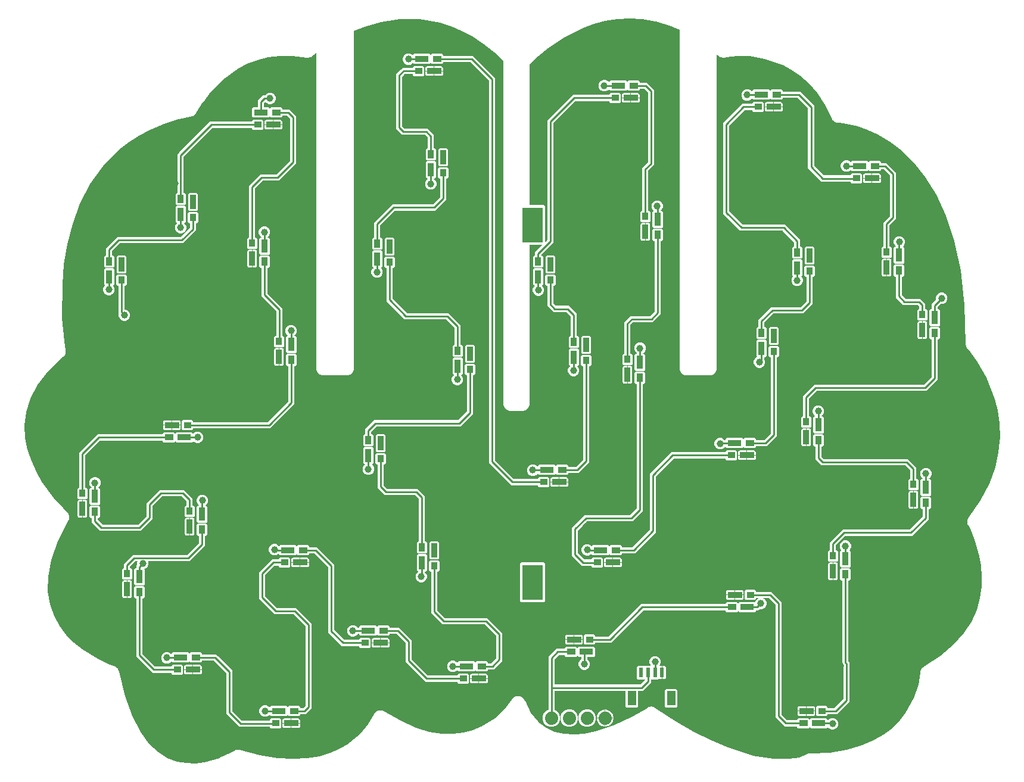
<source format=gbl>
G04 EAGLE Gerber RS-274X export*
G75*
%MOMM*%
%FSLAX34Y34*%
%LPD*%
%INBottom Copper*%
%IPPOS*%
%AMOC8*
5,1,8,0,0,1.08239X$1,22.5*%
G01*
%ADD10C,1.879600*%
%ADD11R,0.850000X1.900000*%
%ADD12R,0.850000X1.000000*%
%ADD13R,0.850000X1.150000*%
%ADD14R,0.850000X2.000000*%
%ADD15R,1.900000X0.850000*%
%ADD16R,1.000000X0.850000*%
%ADD17R,1.150000X0.850000*%
%ADD18R,2.000000X0.850000*%
%ADD19R,1.200000X2.000000*%
%ADD20R,0.600000X1.350000*%
%ADD21R,3.000000X5.000000*%
%ADD22C,1.006400*%
%ADD23C,0.254000*%

G36*
X253569Y10475D02*
X253569Y10475D01*
X253578Y10473D01*
X265822Y11969D01*
X265830Y11974D01*
X265841Y11973D01*
X287958Y18273D01*
X287965Y18279D01*
X287975Y18280D01*
X303018Y25155D01*
X303022Y25160D01*
X303029Y25161D01*
X308594Y28390D01*
X308595Y28390D01*
X310334Y29410D01*
X310335Y29410D01*
X310354Y29422D01*
X310381Y29426D01*
X310382Y29427D01*
X312386Y29695D01*
X314388Y29972D01*
X314389Y29972D01*
X314410Y29975D01*
X314437Y29969D01*
X314438Y29969D01*
X316392Y29450D01*
X344732Y22064D01*
X344738Y22065D01*
X344744Y22062D01*
X369881Y17962D01*
X369888Y17964D01*
X369894Y17961D01*
X392354Y16632D01*
X392360Y16635D01*
X392367Y16632D01*
X412289Y17665D01*
X412295Y17668D01*
X412303Y17666D01*
X429843Y20657D01*
X429849Y20661D01*
X429858Y20661D01*
X445182Y25226D01*
X445188Y25230D01*
X445196Y25231D01*
X458471Y31003D01*
X458476Y31008D01*
X458484Y31010D01*
X469644Y37510D01*
X469650Y37518D01*
X469660Y37521D01*
X487530Y52186D01*
X487535Y52196D01*
X487546Y52202D01*
X499052Y65939D01*
X499055Y65947D01*
X499063Y65954D01*
X505271Y76100D01*
X505272Y76106D01*
X505278Y76112D01*
X506445Y78581D01*
X506445Y78599D01*
X506456Y78618D01*
X506512Y79042D01*
X507319Y80432D01*
X507319Y80437D01*
X507324Y80441D01*
X508010Y81894D01*
X508327Y82181D01*
X508334Y82197D01*
X508339Y82201D01*
X508342Y82203D01*
X508343Y82204D01*
X508351Y82211D01*
X508566Y82581D01*
X509843Y83557D01*
X509846Y83561D01*
X509851Y83564D01*
X511041Y84643D01*
X511444Y84787D01*
X511457Y84799D01*
X511477Y84805D01*
X511817Y85065D01*
X513371Y85478D01*
X513375Y85481D01*
X513381Y85481D01*
X514893Y86023D01*
X515321Y86002D01*
X515337Y86008D01*
X515359Y86006D01*
X515772Y86116D01*
X517365Y85903D01*
X517370Y85904D01*
X517375Y85902D01*
X518980Y85824D01*
X519367Y85641D01*
X519385Y85640D01*
X519404Y85630D01*
X519828Y85573D01*
X521218Y84767D01*
X521223Y84766D01*
X521227Y84762D01*
X522680Y84075D01*
X522967Y83758D01*
X522984Y83751D01*
X522997Y83734D01*
X545212Y70845D01*
X545219Y70845D01*
X545225Y70839D01*
X566587Y61415D01*
X566595Y61415D01*
X566602Y61410D01*
X586170Y55519D01*
X586178Y55520D01*
X586187Y55515D01*
X604010Y52663D01*
X604018Y52665D01*
X604027Y52662D01*
X620185Y52372D01*
X620193Y52375D01*
X620202Y52373D01*
X634790Y54199D01*
X634798Y54203D01*
X634807Y54202D01*
X647918Y57732D01*
X647924Y57737D01*
X647933Y57737D01*
X659387Y62484D01*
X659395Y62492D01*
X659406Y62494D01*
X678968Y74794D01*
X678975Y74804D01*
X678987Y74808D01*
X692626Y87397D01*
X692630Y87406D01*
X692640Y87412D01*
X702854Y100538D01*
X702859Y100557D01*
X702874Y100576D01*
X702935Y100767D01*
X704117Y102162D01*
X704118Y102165D01*
X704121Y102166D01*
X705244Y103610D01*
X705418Y103708D01*
X705430Y103724D01*
X705451Y103736D01*
X705580Y103889D01*
X707207Y104725D01*
X707208Y104727D01*
X707211Y104728D01*
X708801Y105632D01*
X709000Y105656D01*
X709017Y105666D01*
X709041Y105669D01*
X709219Y105761D01*
X711042Y105911D01*
X711044Y105912D01*
X711047Y105912D01*
X712862Y106138D01*
X713055Y106085D01*
X713074Y106088D01*
X713098Y106081D01*
X713297Y106098D01*
X715039Y105539D01*
X715041Y105540D01*
X715044Y105538D01*
X716807Y105053D01*
X716965Y104930D01*
X716984Y104925D01*
X717003Y104909D01*
X717194Y104848D01*
X718589Y103666D01*
X718591Y103665D01*
X718593Y103663D01*
X720036Y102540D01*
X720135Y102366D01*
X720151Y102354D01*
X720163Y102332D01*
X720315Y102203D01*
X721152Y100577D01*
X721154Y100575D01*
X721155Y100572D01*
X722058Y98982D01*
X722083Y98784D01*
X722093Y98767D01*
X722096Y98742D01*
X730445Y82514D01*
X730455Y82506D01*
X730459Y82492D01*
X740648Y69928D01*
X740660Y69922D01*
X740669Y69908D01*
X751986Y61095D01*
X751999Y61091D01*
X752010Y61080D01*
X764373Y55352D01*
X764385Y55352D01*
X764397Y55344D01*
X777759Y52251D01*
X777769Y52253D01*
X777780Y52248D01*
X791961Y51484D01*
X791969Y51486D01*
X791979Y51484D01*
X806656Y52753D01*
X806662Y52756D01*
X806669Y52755D01*
X821268Y55677D01*
X821274Y55681D01*
X821283Y55681D01*
X849726Y65138D01*
X849731Y65143D01*
X849739Y65143D01*
X873405Y76210D01*
X873409Y76214D01*
X873415Y76215D01*
X895777Y89354D01*
X895780Y89357D01*
X895785Y89359D01*
X897155Y90305D01*
X897515Y90382D01*
X897530Y90393D01*
X897552Y90397D01*
X897869Y90583D01*
X899519Y90813D01*
X899523Y90815D01*
X899528Y90815D01*
X901156Y91164D01*
X901518Y91098D01*
X901536Y91102D01*
X901558Y91097D01*
X901922Y91148D01*
X903534Y90729D01*
X903538Y90730D01*
X903543Y90727D01*
X905181Y90427D01*
X905490Y90228D01*
X905508Y90224D01*
X905526Y90212D01*
X905883Y90119D01*
X907211Y89116D01*
X907216Y89114D01*
X907219Y89110D01*
X935778Y70652D01*
X935781Y70651D01*
X935783Y70648D01*
X962197Y55407D01*
X962200Y55407D01*
X962203Y55404D01*
X986396Y43162D01*
X986400Y43162D01*
X986403Y43159D01*
X1008261Y33691D01*
X1008267Y33691D01*
X1008272Y33686D01*
X1046101Y21499D01*
X1046110Y21500D01*
X1046119Y21495D01*
X1075640Y16613D01*
X1075650Y16615D01*
X1075660Y16611D01*
X1097480Y16602D01*
X1097489Y16607D01*
X1097501Y16604D01*
X1111938Y19102D01*
X1111948Y19108D01*
X1111962Y19109D01*
X1123313Y23608D01*
X1123316Y23611D01*
X1123321Y23611D01*
X1124867Y24343D01*
X1125188Y24358D01*
X1125205Y24367D01*
X1125228Y24367D01*
X1125527Y24486D01*
X1127237Y24459D01*
X1127241Y24461D01*
X1127245Y24459D01*
X1154911Y25819D01*
X1154917Y25822D01*
X1154924Y25820D01*
X1178867Y29602D01*
X1178873Y29606D01*
X1178881Y29605D01*
X1199527Y35422D01*
X1199533Y35426D01*
X1199542Y35427D01*
X1217167Y42895D01*
X1217172Y42901D01*
X1217181Y42903D01*
X1232073Y51665D01*
X1232078Y51671D01*
X1232087Y51674D01*
X1244528Y61396D01*
X1244532Y61403D01*
X1244540Y61407D01*
X1247658Y64559D01*
X1251222Y68162D01*
X1254786Y71766D01*
X1254796Y71776D01*
X1254798Y71782D01*
X1254805Y71787D01*
X1262962Y82297D01*
X1262965Y82307D01*
X1262973Y82314D01*
X1274753Y103733D01*
X1274754Y103744D01*
X1274761Y103753D01*
X1281004Y122108D01*
X1281003Y122118D01*
X1281009Y122127D01*
X1283869Y139012D01*
X1283865Y139032D01*
X1283869Y139056D01*
X1283832Y139259D01*
X1284213Y141041D01*
X1284212Y141043D01*
X1284214Y141046D01*
X1284518Y142843D01*
X1284628Y143018D01*
X1284631Y143038D01*
X1284644Y143058D01*
X1284687Y143260D01*
X1285722Y144761D01*
X1285722Y144763D01*
X1285725Y144765D01*
X1286694Y146309D01*
X1286862Y146429D01*
X1286867Y146437D01*
X1286874Y146440D01*
X1286877Y146449D01*
X1286892Y146459D01*
X1287009Y146629D01*
X1288539Y147620D01*
X1288541Y147622D01*
X1288544Y147623D01*
X1290030Y148679D01*
X1290231Y148725D01*
X1290247Y148736D01*
X1290271Y148742D01*
X1312687Y163259D01*
X1312691Y163266D01*
X1312700Y163269D01*
X1331383Y179168D01*
X1331387Y179176D01*
X1331396Y179180D01*
X1345829Y195524D01*
X1345832Y195532D01*
X1345840Y195539D01*
X1356545Y212101D01*
X1356546Y212110D01*
X1356553Y212117D01*
X1364028Y228712D01*
X1364028Y228721D01*
X1364034Y228729D01*
X1368733Y245183D01*
X1368732Y245191D01*
X1368736Y245199D01*
X1371076Y261323D01*
X1371074Y261330D01*
X1371077Y261338D01*
X1371448Y276909D01*
X1371446Y276915D01*
X1371448Y276923D01*
X1370239Y291691D01*
X1370237Y291696D01*
X1370238Y291702D01*
X1367875Y305228D01*
X1367871Y305234D01*
X1367872Y305242D01*
X1361112Y328467D01*
X1361108Y328473D01*
X1361107Y328481D01*
X1354675Y343738D01*
X1354672Y343741D01*
X1354671Y343747D01*
X1352044Y348800D01*
X1352040Y348804D01*
X1352038Y348811D01*
X1351201Y350094D01*
X1351108Y350590D01*
X1351099Y350604D01*
X1351096Y350624D01*
X1350864Y351071D01*
X1350731Y352598D01*
X1350728Y352603D01*
X1350730Y352610D01*
X1350447Y354116D01*
X1350551Y354609D01*
X1350548Y354626D01*
X1350553Y354646D01*
X1350510Y355148D01*
X1350971Y356609D01*
X1350971Y356615D01*
X1350975Y356621D01*
X1351290Y358120D01*
X1351575Y358536D01*
X1351578Y358553D01*
X1351591Y358569D01*
X1351742Y359049D01*
X1352728Y360223D01*
X1352730Y360229D01*
X1352736Y360233D01*
X1369511Y384745D01*
X1369513Y384752D01*
X1369519Y384758D01*
X1381803Y408422D01*
X1381804Y408429D01*
X1381810Y408436D01*
X1390161Y431212D01*
X1390160Y431219D01*
X1390165Y431227D01*
X1395085Y453034D01*
X1395083Y453041D01*
X1395087Y453049D01*
X1397053Y473813D01*
X1397050Y473820D01*
X1397053Y473829D01*
X1396519Y493470D01*
X1396516Y493476D01*
X1396518Y493484D01*
X1393923Y511903D01*
X1393920Y511908D01*
X1393921Y511915D01*
X1389749Y528797D01*
X1389744Y528803D01*
X1389744Y528812D01*
X1378086Y558642D01*
X1378079Y558648D01*
X1378078Y558658D01*
X1365357Y581135D01*
X1365351Y581139D01*
X1365349Y581146D01*
X1355134Y595333D01*
X1355129Y595336D01*
X1355128Y595341D01*
X1351344Y599811D01*
X1351338Y599814D01*
X1351334Y599821D01*
X1350278Y600812D01*
X1350035Y601350D01*
X1350024Y601361D01*
X1350017Y601379D01*
X1349636Y601829D01*
X1349195Y603208D01*
X1349190Y603213D01*
X1349189Y603221D01*
X1348593Y604541D01*
X1348574Y605131D01*
X1348572Y605136D01*
X1348572Y605138D01*
X1348568Y605148D01*
X1348569Y605164D01*
X1348389Y605727D01*
X1348509Y607169D01*
X1348506Y607176D01*
X1348509Y607184D01*
X1346749Y662520D01*
X1346746Y662524D01*
X1346748Y662530D01*
X1341051Y711041D01*
X1341048Y711046D01*
X1341049Y711052D01*
X1332018Y752997D01*
X1332014Y753002D01*
X1332014Y753009D01*
X1320245Y788865D01*
X1320241Y788870D01*
X1320240Y788878D01*
X1306322Y819137D01*
X1306317Y819142D01*
X1306315Y819151D01*
X1290822Y844319D01*
X1290815Y844323D01*
X1290813Y844331D01*
X1274296Y864917D01*
X1274289Y864921D01*
X1274285Y864929D01*
X1257278Y881432D01*
X1257276Y881433D01*
X1257276Y881434D01*
X1257270Y881436D01*
X1257266Y881442D01*
X1240289Y894346D01*
X1240282Y894348D01*
X1240277Y894354D01*
X1223850Y904121D01*
X1223843Y904122D01*
X1223838Y904127D01*
X1208491Y911200D01*
X1208485Y911200D01*
X1208480Y911205D01*
X1194913Y915963D01*
X1194906Y915962D01*
X1194899Y915967D01*
X1174230Y920604D01*
X1174223Y920603D01*
X1174215Y920607D01*
X1167509Y921275D01*
X1167499Y921272D01*
X1167486Y921275D01*
X1166420Y921181D01*
X1165494Y921473D01*
X1165482Y921472D01*
X1165469Y921478D01*
X1164503Y921575D01*
X1163559Y922080D01*
X1163548Y922081D01*
X1163538Y922089D01*
X1162517Y922411D01*
X1161773Y923035D01*
X1161761Y923038D01*
X1161752Y923049D01*
X1160896Y923508D01*
X1160218Y924336D01*
X1160208Y924341D01*
X1160202Y924352D01*
X1159382Y925040D01*
X1158933Y925901D01*
X1158924Y925909D01*
X1158919Y925922D01*
X1158304Y926674D01*
X1157994Y927698D01*
X1157987Y927707D01*
X1157986Y927720D01*
X1148024Y946842D01*
X1148018Y946846D01*
X1148016Y946854D01*
X1136944Y963233D01*
X1136938Y963237D01*
X1136935Y963245D01*
X1125182Y976804D01*
X1125175Y976807D01*
X1125171Y976815D01*
X1112951Y987849D01*
X1112944Y987851D01*
X1112939Y987858D01*
X1100450Y996649D01*
X1100443Y996651D01*
X1100437Y996657D01*
X1088096Y1003348D01*
X1088087Y1003349D01*
X1088078Y1003356D01*
X1063228Y1012114D01*
X1063217Y1012113D01*
X1063206Y1012120D01*
X1040881Y1015661D01*
X1040872Y1015658D01*
X1040863Y1015662D01*
X1022767Y1015900D01*
X1022760Y1015896D01*
X1022751Y1015899D01*
X1007479Y1014043D01*
X1007460Y1014033D01*
X1007434Y1014029D01*
X1007405Y1014013D01*
X1005427Y1013794D01*
X1005426Y1013794D01*
X1003450Y1013554D01*
X1003418Y1013563D01*
X1003397Y1013560D01*
X1003371Y1013567D01*
X1003338Y1013563D01*
X1001427Y1014118D01*
X1001426Y1014118D01*
X999508Y1014652D01*
X999482Y1014673D01*
X999461Y1014678D01*
X999440Y1014694D01*
X999408Y1014704D01*
X997856Y1015947D01*
X997855Y1015947D01*
X997855Y1015948D01*
X996287Y1017176D01*
X996270Y1017205D01*
X996254Y1017218D01*
X996246Y1017231D01*
X996242Y1017239D01*
X996241Y1017239D01*
X996240Y1017241D01*
X994671Y1018497D01*
X994628Y1018509D01*
X994587Y1018524D01*
X994582Y1018522D01*
X994576Y1018523D01*
X994539Y1018501D01*
X994499Y1018482D01*
X994497Y1018476D01*
X994493Y1018473D01*
X994487Y1018449D01*
X994469Y1018400D01*
X994469Y570197D01*
X992903Y566416D01*
X990009Y563523D01*
X986229Y561957D01*
X949879Y561957D01*
X946099Y563523D01*
X943205Y566416D01*
X941639Y570197D01*
X941639Y1053146D01*
X941628Y1053171D01*
X941627Y1053199D01*
X941609Y1053217D01*
X941601Y1053235D01*
X941582Y1053242D01*
X941565Y1053260D01*
X927072Y1059575D01*
X927065Y1059576D01*
X927058Y1059581D01*
X907488Y1065457D01*
X907481Y1065456D01*
X907474Y1065460D01*
X888555Y1068729D01*
X888548Y1068728D01*
X888540Y1068731D01*
X870294Y1069691D01*
X870288Y1069688D01*
X870280Y1069691D01*
X852736Y1068623D01*
X852730Y1068620D01*
X852723Y1068622D01*
X835923Y1065797D01*
X835918Y1065794D01*
X835912Y1065795D01*
X819916Y1061480D01*
X819911Y1061477D01*
X819905Y1061477D01*
X804950Y1056003D01*
X804945Y1055998D01*
X804938Y1055997D01*
X777445Y1042269D01*
X777440Y1042263D01*
X777431Y1042261D01*
X754654Y1027120D01*
X754651Y1027115D01*
X754644Y1027113D01*
X737061Y1012785D01*
X737059Y1012781D01*
X737054Y1012779D01*
X728340Y1004492D01*
X728338Y1004486D01*
X728332Y1004484D01*
X728302Y1004405D01*
X728301Y1004402D01*
X728301Y804125D01*
X728303Y804123D01*
X728301Y804120D01*
X728321Y804078D01*
X728340Y804036D01*
X728343Y804035D01*
X728344Y804032D01*
X728426Y804001D01*
X749053Y804001D01*
X750839Y802215D01*
X750839Y752076D01*
X750839Y752075D01*
X750839Y752074D01*
X750858Y752031D01*
X750877Y751986D01*
X750879Y751986D01*
X750879Y751985D01*
X750924Y751969D01*
X750969Y751952D01*
X750970Y751953D01*
X750971Y751952D01*
X751051Y751988D01*
X752588Y753525D01*
X752712Y753650D01*
X752836Y753774D01*
X752960Y753898D01*
X753085Y754022D01*
X753209Y754146D01*
X753209Y754147D01*
X753333Y754271D01*
X753457Y754395D01*
X753582Y754519D01*
X753706Y754643D01*
X753706Y754644D01*
X753830Y754768D01*
X753954Y754892D01*
X753975Y754913D01*
X753977Y754917D01*
X753981Y754919D01*
X754011Y755000D01*
X754011Y924457D01*
X790323Y960769D01*
X841927Y960769D01*
X841930Y960770D01*
X841933Y960769D01*
X841974Y960789D01*
X842017Y960807D01*
X842018Y960810D01*
X842021Y960811D01*
X842051Y960893D01*
X842051Y961963D01*
X843837Y963749D01*
X856363Y963749D01*
X858149Y961963D01*
X858149Y950937D01*
X856363Y949151D01*
X843837Y949151D01*
X842051Y950937D01*
X842051Y952007D01*
X842050Y952010D01*
X842051Y952013D01*
X842031Y952054D01*
X842013Y952097D01*
X842010Y952098D01*
X842009Y952101D01*
X841927Y952131D01*
X793952Y952131D01*
X793948Y952130D01*
X793944Y952131D01*
X793865Y952095D01*
X762685Y920915D01*
X762683Y920911D01*
X762679Y920909D01*
X762649Y920828D01*
X762649Y751371D01*
X744905Y733627D01*
X744903Y733623D01*
X744899Y733621D01*
X744869Y733540D01*
X744869Y732873D01*
X744870Y732870D01*
X744869Y732867D01*
X744889Y732826D01*
X744907Y732783D01*
X744910Y732782D01*
X744911Y732779D01*
X744993Y732749D01*
X746063Y732749D01*
X747849Y730963D01*
X747849Y716937D01*
X746063Y715151D01*
X735037Y715151D01*
X733251Y716937D01*
X733251Y730963D01*
X735037Y732749D01*
X736107Y732749D01*
X736110Y732750D01*
X736113Y732749D01*
X736154Y732769D01*
X736197Y732787D01*
X736198Y732790D01*
X736201Y732791D01*
X736231Y732873D01*
X736231Y737169D01*
X736311Y737248D01*
X736311Y737249D01*
X736435Y737373D01*
X736559Y737497D01*
X736684Y737621D01*
X736808Y737745D01*
X736808Y737746D01*
X736932Y737870D01*
X737056Y737994D01*
X737181Y738118D01*
X737305Y738242D01*
X737305Y738243D01*
X737429Y738367D01*
X737553Y738491D01*
X737678Y738615D01*
X738050Y738988D01*
X738175Y739112D01*
X738299Y739236D01*
X738299Y739237D01*
X738423Y739361D01*
X738547Y739485D01*
X738672Y739609D01*
X738796Y739733D01*
X738796Y739734D01*
X738920Y739858D01*
X739044Y739982D01*
X739169Y740106D01*
X739293Y740230D01*
X739293Y740231D01*
X739417Y740355D01*
X739541Y740479D01*
X739666Y740603D01*
X739790Y740728D01*
X739914Y740852D01*
X740038Y740976D01*
X740163Y741100D01*
X740287Y741225D01*
X740411Y741349D01*
X740535Y741473D01*
X740660Y741597D01*
X740784Y741722D01*
X740908Y741846D01*
X741032Y741970D01*
X741157Y742094D01*
X741281Y742219D01*
X741405Y742343D01*
X746754Y747692D01*
X746755Y747693D01*
X746756Y747694D01*
X746773Y747739D01*
X746790Y747782D01*
X746790Y747784D01*
X746790Y747785D01*
X746770Y747828D01*
X746750Y747871D01*
X746749Y747872D01*
X746748Y747873D01*
X746666Y747904D01*
X728426Y747904D01*
X728423Y747903D01*
X728420Y747904D01*
X728379Y747884D01*
X728336Y747865D01*
X728335Y747863D01*
X728332Y747861D01*
X728301Y747780D01*
X728301Y519907D01*
X726735Y516126D01*
X723842Y513233D01*
X720062Y511667D01*
X699712Y511667D01*
X695931Y513233D01*
X693038Y516126D01*
X691472Y519907D01*
X691472Y1008850D01*
X691469Y1008857D01*
X691471Y1008863D01*
X691438Y1008931D01*
X691433Y1008940D01*
X691432Y1008941D01*
X678597Y1020881D01*
X678592Y1020883D01*
X678589Y1020888D01*
X662803Y1033331D01*
X662798Y1033333D01*
X662795Y1033337D01*
X647134Y1043628D01*
X647129Y1043629D01*
X647125Y1043634D01*
X631634Y1051933D01*
X631628Y1051933D01*
X631624Y1051938D01*
X616340Y1058403D01*
X616334Y1058403D01*
X616329Y1058407D01*
X601503Y1063123D01*
X601495Y1063123D01*
X601487Y1063127D01*
X571999Y1068284D01*
X571989Y1068282D01*
X571978Y1068286D01*
X544098Y1068370D01*
X544090Y1068366D01*
X544080Y1068368D01*
X517907Y1064471D01*
X517900Y1064467D01*
X517891Y1064468D01*
X493840Y1057634D01*
X493834Y1057630D01*
X493827Y1057630D01*
X478419Y1051385D01*
X478399Y1051364D01*
X478372Y1051352D01*
X478364Y1051330D01*
X478350Y1051316D01*
X478351Y1051295D01*
X478342Y1051270D01*
X478342Y570197D01*
X476776Y566416D01*
X473882Y563523D01*
X470102Y561957D01*
X433752Y561957D01*
X429972Y563523D01*
X427078Y566416D01*
X425512Y570197D01*
X425512Y1019973D01*
X425496Y1020011D01*
X425485Y1020050D01*
X425477Y1020054D01*
X425474Y1020062D01*
X425435Y1020077D01*
X425399Y1020096D01*
X425390Y1020094D01*
X425383Y1020097D01*
X425358Y1020085D01*
X425315Y1020073D01*
X419495Y1015807D01*
X419494Y1015805D01*
X419492Y1015805D01*
X418000Y1014642D01*
X417869Y1014606D01*
X417854Y1014593D01*
X417829Y1014586D01*
X417720Y1014506D01*
X415883Y1014057D01*
X415881Y1014056D01*
X415879Y1014056D01*
X414056Y1013552D01*
X413922Y1013569D01*
X413902Y1013563D01*
X413877Y1013566D01*
X413745Y1013534D01*
X411875Y1013822D01*
X411873Y1013822D01*
X411871Y1013823D01*
X391666Y1016323D01*
X391658Y1016321D01*
X391650Y1016324D01*
X373446Y1016295D01*
X373439Y1016292D01*
X373430Y1016294D01*
X356686Y1014137D01*
X356679Y1014133D01*
X356670Y1014134D01*
X341308Y1010175D01*
X341302Y1010170D01*
X341294Y1010170D01*
X327252Y1004714D01*
X327247Y1004710D01*
X327240Y1004709D01*
X314677Y998161D01*
X314672Y998154D01*
X314662Y998152D01*
X292650Y982302D01*
X292645Y982294D01*
X292634Y982290D01*
X275826Y965552D01*
X275823Y965545D01*
X275819Y965543D01*
X275818Y965542D01*
X275816Y965540D01*
X264013Y950450D01*
X264012Y950444D01*
X264005Y950439D01*
X255517Y936579D01*
X255514Y936561D01*
X254438Y934818D01*
X253367Y933069D01*
X251711Y931875D01*
X251711Y931874D01*
X250051Y930668D01*
X248062Y930197D01*
X246066Y929717D01*
X246046Y929720D01*
X226576Y925111D01*
X226572Y925108D01*
X226566Y925108D01*
X207189Y918838D01*
X207185Y918835D01*
X207179Y918834D01*
X189424Y911388D01*
X189420Y911384D01*
X189414Y911383D01*
X173198Y902859D01*
X173195Y902855D01*
X173189Y902853D01*
X158426Y893345D01*
X158423Y893341D01*
X158417Y893339D01*
X145197Y883070D01*
X145193Y883063D01*
X145185Y883059D01*
X122036Y859733D01*
X122032Y859724D01*
X122023Y859718D01*
X103646Y833979D01*
X103644Y833970D01*
X103637Y833964D01*
X89370Y806331D01*
X89370Y806323D01*
X89364Y806317D01*
X78748Y777522D01*
X78749Y777516D01*
X78744Y777510D01*
X71325Y748331D01*
X71326Y748326D01*
X71323Y748320D01*
X66634Y719558D01*
X66635Y719554D01*
X66633Y719549D01*
X64207Y692146D01*
X64208Y692140D01*
X64206Y692135D01*
X64109Y643844D01*
X64111Y643839D01*
X64110Y643833D01*
X67022Y610410D01*
X67024Y610406D01*
X67023Y610402D01*
X68720Y599041D01*
X68726Y599030D01*
X68727Y599014D01*
X69048Y598184D01*
X69021Y597034D01*
X69025Y597024D01*
X69022Y597012D01*
X69192Y595875D01*
X68977Y595011D01*
X68979Y594998D01*
X68973Y594983D01*
X68952Y594093D01*
X68487Y593041D01*
X68487Y593030D01*
X68481Y593021D01*
X68202Y591904D01*
X67672Y591188D01*
X67669Y591176D01*
X67659Y591165D01*
X67299Y590350D01*
X66466Y589556D01*
X66462Y589547D01*
X66452Y589540D01*
X65768Y588615D01*
X65004Y588157D01*
X64997Y588146D01*
X64983Y588140D01*
X44208Y568314D01*
X44204Y568305D01*
X44195Y568299D01*
X28876Y548401D01*
X28873Y548391D01*
X28865Y548383D01*
X18603Y528909D01*
X18602Y528898D01*
X18594Y528888D01*
X12660Y509923D01*
X12661Y509912D01*
X12656Y509901D01*
X10393Y491472D01*
X10396Y491462D01*
X10392Y491451D01*
X11233Y473597D01*
X11237Y473589D01*
X11235Y473579D01*
X14668Y456409D01*
X14672Y456403D01*
X14672Y456394D01*
X20184Y440087D01*
X20188Y440082D01*
X20189Y440075D01*
X27243Y424853D01*
X27248Y424849D01*
X27249Y424843D01*
X35204Y411077D01*
X35209Y411073D01*
X35211Y411066D01*
X51981Y387998D01*
X51987Y387995D01*
X51990Y387988D01*
X65388Y373141D01*
X65392Y373139D01*
X65394Y373135D01*
X69760Y368940D01*
X69776Y368934D01*
X69790Y368919D01*
X70231Y368695D01*
X71235Y367524D01*
X71240Y367522D01*
X71243Y367516D01*
X72355Y366447D01*
X72553Y365995D01*
X72565Y365983D01*
X72572Y365964D01*
X72894Y365589D01*
X73373Y364123D01*
X73377Y364118D01*
X73377Y364112D01*
X73996Y362699D01*
X74006Y362205D01*
X74013Y362189D01*
X74012Y362169D01*
X74165Y361699D01*
X74047Y360162D01*
X74049Y360156D01*
X74047Y360150D01*
X74078Y358608D01*
X73898Y358148D01*
X73898Y358131D01*
X73890Y358112D01*
X73852Y357619D01*
X73154Y356244D01*
X73154Y356238D01*
X73149Y356233D01*
X72588Y354797D01*
X72524Y354730D01*
X72404Y354606D01*
X72245Y354441D01*
X72239Y354425D01*
X72224Y354411D01*
X57810Y325995D01*
X57810Y325987D01*
X57804Y325980D01*
X48504Y299616D01*
X48505Y299607D01*
X48499Y299598D01*
X44018Y276051D01*
X44021Y276041D01*
X44016Y276030D01*
X43613Y255124D01*
X43615Y255119D01*
X43613Y255115D01*
X43616Y255109D01*
X43615Y255102D01*
X46595Y236591D01*
X46601Y236582D01*
X46600Y236570D01*
X52354Y220192D01*
X52361Y220185D01*
X52363Y220173D01*
X60351Y205715D01*
X60358Y205709D01*
X60361Y205700D01*
X70064Y193026D01*
X70071Y193022D01*
X70074Y193014D01*
X80942Y182053D01*
X80949Y182050D01*
X80952Y182044D01*
X92254Y172866D01*
X92262Y172864D01*
X92267Y172857D01*
X114623Y158947D01*
X114631Y158946D01*
X114637Y158940D01*
X131482Y151198D01*
X131487Y151198D01*
X131491Y151194D01*
X137220Y149123D01*
X137231Y149123D01*
X137243Y149117D01*
X138272Y148956D01*
X139126Y148436D01*
X139137Y148434D01*
X139148Y148425D01*
X140089Y148085D01*
X140858Y147383D01*
X140869Y147379D01*
X140877Y147369D01*
X141766Y146827D01*
X142356Y146020D01*
X142366Y146013D01*
X142373Y146001D01*
X143111Y145327D01*
X143553Y144384D01*
X143562Y144377D01*
X143565Y144364D01*
X144180Y143523D01*
X144416Y142551D01*
X144423Y142541D01*
X144424Y142527D01*
X144848Y141622D01*
X144896Y140582D01*
X144901Y140572D01*
X144899Y140558D01*
X153273Y106062D01*
X153277Y106057D01*
X153277Y106049D01*
X163532Y77694D01*
X163538Y77688D01*
X163539Y77679D01*
X175117Y55395D01*
X175124Y55389D01*
X175127Y55378D01*
X187599Y38512D01*
X187608Y38507D01*
X187614Y38495D01*
X200602Y26319D01*
X200613Y26315D01*
X200621Y26304D01*
X213858Y18057D01*
X213870Y18055D01*
X213880Y18046D01*
X227209Y13030D01*
X227220Y13030D01*
X227231Y13024D01*
X240514Y10662D01*
X240523Y10664D01*
X240534Y10660D01*
X253561Y10472D01*
X253569Y10475D01*
G37*
%LPC*%
G36*
X742237Y403051D02*
X742237Y403051D01*
X740451Y404837D01*
X740451Y405907D01*
X740450Y405910D01*
X740451Y405913D01*
X740431Y405954D01*
X740413Y405997D01*
X740410Y405998D01*
X740409Y406001D01*
X740327Y406031D01*
X701905Y406031D01*
X670559Y437377D01*
X670559Y981394D01*
X670558Y981398D01*
X670559Y981402D01*
X670523Y981481D01*
X644309Y1007695D01*
X644305Y1007697D01*
X644303Y1007701D01*
X644222Y1007731D01*
X605873Y1007731D01*
X605870Y1007730D01*
X605867Y1007731D01*
X605826Y1007711D01*
X605783Y1007693D01*
X605782Y1007690D01*
X605779Y1007689D01*
X605749Y1007607D01*
X605749Y1006537D01*
X603963Y1004751D01*
X589937Y1004751D01*
X588151Y1006537D01*
X588151Y1017563D01*
X589937Y1019349D01*
X603963Y1019349D01*
X605749Y1017563D01*
X605749Y1016493D01*
X605750Y1016490D01*
X605749Y1016487D01*
X605769Y1016446D01*
X605787Y1016403D01*
X605790Y1016402D01*
X605791Y1016399D01*
X605873Y1016369D01*
X647851Y1016369D01*
X679197Y985023D01*
X679197Y441006D01*
X679198Y441002D01*
X679197Y440998D01*
X679233Y440919D01*
X705447Y414705D01*
X705451Y414703D01*
X705453Y414699D01*
X705534Y414669D01*
X740327Y414669D01*
X740330Y414670D01*
X740333Y414669D01*
X740374Y414689D01*
X740417Y414707D01*
X740418Y414710D01*
X740421Y414711D01*
X740451Y414793D01*
X740451Y415863D01*
X742237Y417649D01*
X754763Y417649D01*
X756549Y415863D01*
X756549Y404837D01*
X754763Y403051D01*
X742237Y403051D01*
G37*
%LPD*%
%LPC*%
G36*
X756984Y62483D02*
X756984Y62483D01*
X752409Y64378D01*
X748908Y67879D01*
X747013Y72454D01*
X747013Y77406D01*
X748908Y81981D01*
X752409Y85482D01*
X755065Y86582D01*
X755085Y86602D01*
X755111Y86615D01*
X755119Y86637D01*
X755133Y86651D01*
X755132Y86672D01*
X755141Y86696D01*
X755141Y161999D01*
X766511Y173369D01*
X778427Y173369D01*
X778430Y173370D01*
X778433Y173369D01*
X778474Y173389D01*
X778517Y173407D01*
X778518Y173410D01*
X778521Y173411D01*
X778551Y173493D01*
X778551Y174563D01*
X780337Y176349D01*
X794363Y176349D01*
X796149Y174563D01*
X796149Y163537D01*
X794363Y161751D01*
X780337Y161751D01*
X778551Y163537D01*
X778551Y164607D01*
X778550Y164610D01*
X778551Y164613D01*
X778531Y164654D01*
X778513Y164697D01*
X778510Y164698D01*
X778509Y164701D01*
X778427Y164731D01*
X770140Y164731D01*
X770136Y164730D01*
X770132Y164731D01*
X770053Y164695D01*
X763815Y158457D01*
X763813Y158453D01*
X763809Y158451D01*
X763779Y158370D01*
X763779Y122553D01*
X763780Y122550D01*
X763779Y122547D01*
X763799Y122506D01*
X763817Y122463D01*
X763820Y122462D01*
X763821Y122459D01*
X763903Y122429D01*
X885890Y122429D01*
X885894Y122430D01*
X885898Y122429D01*
X885977Y122465D01*
X892345Y128833D01*
X892347Y128837D01*
X892351Y128839D01*
X892381Y128920D01*
X892381Y129906D01*
X892380Y129910D01*
X892381Y129914D01*
X892345Y129994D01*
X891788Y130551D01*
X891785Y130552D01*
X891784Y130554D01*
X891740Y130570D01*
X891697Y130587D01*
X891694Y130586D01*
X891692Y130587D01*
X891612Y130551D01*
X890963Y129901D01*
X882437Y129901D01*
X880651Y131687D01*
X880651Y147713D01*
X882437Y149499D01*
X890963Y149499D01*
X891612Y148849D01*
X891615Y148848D01*
X891616Y148846D01*
X891660Y148830D01*
X891703Y148813D01*
X891706Y148814D01*
X891708Y148813D01*
X891788Y148849D01*
X892437Y149499D01*
X900493Y149499D01*
X900495Y149499D01*
X900496Y149499D01*
X900539Y149518D01*
X900583Y149537D01*
X900584Y149539D01*
X900585Y149539D01*
X900601Y149584D01*
X900618Y149629D01*
X900617Y149630D01*
X900617Y149631D01*
X900581Y149711D01*
X899929Y150363D01*
X898699Y153333D01*
X898699Y156547D01*
X899929Y159517D01*
X902203Y161791D01*
X905173Y163021D01*
X908387Y163021D01*
X911357Y161791D01*
X913631Y159517D01*
X914861Y156547D01*
X914861Y153333D01*
X913631Y150363D01*
X913607Y150339D01*
X913483Y150215D01*
X913358Y150091D01*
X913358Y150090D01*
X913234Y149966D01*
X913110Y149842D01*
X912986Y149718D01*
X912861Y149594D01*
X912861Y149593D01*
X911953Y148685D01*
X911951Y148682D01*
X911949Y148681D01*
X911933Y148637D01*
X911916Y148594D01*
X911917Y148591D01*
X911916Y148588D01*
X911953Y148509D01*
X911971Y148490D01*
X911974Y148489D01*
X911976Y148486D01*
X912019Y148471D01*
X912032Y148466D01*
X912040Y148461D01*
X912043Y148461D01*
X912062Y148454D01*
X912065Y148455D01*
X912068Y148454D01*
X912106Y148472D01*
X912126Y148475D01*
X912719Y148818D01*
X913366Y148991D01*
X916451Y148991D01*
X916451Y139825D01*
X916452Y139822D01*
X916451Y139820D01*
X916471Y139778D01*
X916489Y139735D01*
X916492Y139734D01*
X916493Y139732D01*
X916575Y139701D01*
X916701Y139701D01*
X916701Y139699D01*
X916575Y139699D01*
X916572Y139698D01*
X916569Y139699D01*
X916528Y139679D01*
X916485Y139661D01*
X916484Y139658D01*
X916481Y139657D01*
X916451Y139575D01*
X916451Y130409D01*
X913366Y130409D01*
X912719Y130582D01*
X912126Y130925D01*
X912102Y130928D01*
X912100Y130929D01*
X912057Y130946D01*
X912054Y130945D01*
X912051Y130946D01*
X912030Y130937D01*
X912029Y130937D01*
X912027Y130935D01*
X911971Y130910D01*
X911396Y130335D01*
X911272Y130211D01*
X911272Y130210D01*
X911148Y130086D01*
X911024Y129962D01*
X910963Y129901D01*
X902437Y129901D01*
X901788Y130551D01*
X901785Y130552D01*
X901784Y130554D01*
X901740Y130570D01*
X901697Y130587D01*
X901694Y130586D01*
X901692Y130587D01*
X901612Y130551D01*
X901055Y129994D01*
X901053Y129989D01*
X901049Y129987D01*
X901019Y129906D01*
X901019Y125291D01*
X889519Y113791D01*
X882873Y113791D01*
X882870Y113790D01*
X882867Y113791D01*
X882826Y113771D01*
X882783Y113753D01*
X882782Y113750D01*
X882779Y113749D01*
X882749Y113667D01*
X882749Y91687D01*
X880963Y89901D01*
X866437Y89901D01*
X864651Y91687D01*
X864651Y113667D01*
X864650Y113670D01*
X864651Y113673D01*
X864631Y113714D01*
X864613Y113757D01*
X864610Y113758D01*
X864609Y113761D01*
X864527Y113791D01*
X763903Y113791D01*
X763900Y113790D01*
X763897Y113791D01*
X763856Y113771D01*
X763813Y113753D01*
X763812Y113750D01*
X763809Y113749D01*
X763779Y113667D01*
X763779Y86696D01*
X763790Y86670D01*
X763792Y86641D01*
X763809Y86625D01*
X763817Y86607D01*
X763836Y86599D01*
X763855Y86582D01*
X766511Y85482D01*
X770012Y81981D01*
X771907Y77406D01*
X771907Y72454D01*
X770012Y67879D01*
X766511Y64378D01*
X761936Y62483D01*
X756984Y62483D01*
G37*
%LPD*%
%LPC*%
G36*
X818437Y288751D02*
X818437Y288751D01*
X816651Y290537D01*
X816651Y291467D01*
X816650Y291470D01*
X816651Y291473D01*
X816631Y291514D01*
X816613Y291557D01*
X816610Y291558D01*
X816609Y291561D01*
X816527Y291591D01*
X802629Y291591D01*
X800063Y294157D01*
X790982Y303239D01*
X790981Y303239D01*
X788415Y305805D01*
X788415Y345197D01*
X790981Y347763D01*
X790982Y347763D01*
X798895Y355677D01*
X799019Y355801D01*
X799144Y355925D01*
X799268Y356050D01*
X799392Y356174D01*
X799516Y356298D01*
X799641Y356422D01*
X799765Y356547D01*
X799889Y356671D01*
X800013Y356795D01*
X800138Y356919D01*
X800262Y357044D01*
X800386Y357168D01*
X800510Y357292D01*
X800635Y357416D01*
X800759Y357541D01*
X800883Y357665D01*
X801007Y357789D01*
X801132Y357913D01*
X801256Y358038D01*
X801380Y358162D01*
X801504Y358286D01*
X801629Y358410D01*
X801753Y358534D01*
X801753Y358535D01*
X801877Y358659D01*
X802001Y358783D01*
X802126Y358907D01*
X802250Y359031D01*
X802250Y359032D01*
X802374Y359156D01*
X802498Y359280D01*
X802623Y359404D01*
X802747Y359528D01*
X802747Y359529D01*
X802871Y359653D01*
X802995Y359777D01*
X803120Y359901D01*
X803244Y360025D01*
X803244Y360026D01*
X803368Y360150D01*
X803492Y360274D01*
X803617Y360398D01*
X803741Y360522D01*
X803741Y360523D01*
X803865Y360647D01*
X803989Y360771D01*
X804114Y360895D01*
X804486Y361268D01*
X804611Y361392D01*
X804735Y361516D01*
X804735Y361517D01*
X804859Y361641D01*
X804983Y361765D01*
X805108Y361889D01*
X805232Y362013D01*
X805232Y362014D01*
X805356Y362138D01*
X805480Y362262D01*
X805605Y362386D01*
X805729Y362510D01*
X805729Y362511D01*
X805853Y362635D01*
X805977Y362759D01*
X806102Y362883D01*
X806226Y363007D01*
X806226Y363008D01*
X806350Y363132D01*
X806474Y363256D01*
X806599Y363380D01*
X806693Y363475D01*
X871412Y363475D01*
X871416Y363476D01*
X871420Y363475D01*
X871499Y363511D01*
X871617Y363629D01*
X871741Y363753D01*
X871866Y363877D01*
X871990Y364001D01*
X871990Y364002D01*
X872114Y364126D01*
X872238Y364250D01*
X872363Y364374D01*
X872487Y364498D01*
X872487Y364499D01*
X872611Y364623D01*
X872735Y364747D01*
X873108Y365120D01*
X873232Y365244D01*
X873357Y365368D01*
X873481Y365492D01*
X873481Y365493D01*
X873605Y365617D01*
X873729Y365741D01*
X873854Y365865D01*
X873978Y365989D01*
X873978Y365990D01*
X874102Y366114D01*
X874226Y366238D01*
X874351Y366362D01*
X874475Y366486D01*
X874475Y366487D01*
X874599Y366611D01*
X874723Y366735D01*
X874848Y366859D01*
X874972Y366984D01*
X875096Y367108D01*
X875220Y367232D01*
X875345Y367356D01*
X875469Y367481D01*
X875593Y367605D01*
X875717Y367729D01*
X875842Y367853D01*
X875966Y367978D01*
X876090Y368102D01*
X880695Y372706D01*
X880697Y372711D01*
X880701Y372713D01*
X880731Y372794D01*
X880731Y549827D01*
X880730Y549830D01*
X880731Y549833D01*
X880711Y549874D01*
X880693Y549917D01*
X880690Y549918D01*
X880689Y549921D01*
X880607Y549951D01*
X879537Y549951D01*
X877751Y551737D01*
X877751Y565763D01*
X879537Y567549D01*
X890563Y567549D01*
X892349Y565763D01*
X892349Y551737D01*
X890563Y549951D01*
X889493Y549951D01*
X889490Y549950D01*
X889487Y549951D01*
X889446Y549931D01*
X889403Y549913D01*
X889402Y549910D01*
X889399Y549909D01*
X889369Y549827D01*
X889369Y369165D01*
X886803Y366599D01*
X886802Y366599D01*
X880898Y360694D01*
X880774Y360570D01*
X880649Y360446D01*
X880525Y360322D01*
X880525Y360321D01*
X880401Y360197D01*
X880277Y360073D01*
X880152Y359949D01*
X880028Y359825D01*
X880028Y359824D01*
X879904Y359700D01*
X879780Y359576D01*
X879655Y359452D01*
X879531Y359328D01*
X879531Y359327D01*
X879407Y359203D01*
X879283Y359079D01*
X879158Y358955D01*
X879034Y358831D01*
X879034Y358830D01*
X878910Y358706D01*
X878786Y358582D01*
X878661Y358458D01*
X878537Y358334D01*
X878537Y358333D01*
X878413Y358209D01*
X878289Y358085D01*
X878164Y357961D01*
X878040Y357837D01*
X878040Y357836D01*
X877916Y357712D01*
X877792Y357588D01*
X877667Y357464D01*
X877543Y357340D01*
X877543Y357339D01*
X877419Y357215D01*
X877295Y357091D01*
X877170Y356967D01*
X877046Y356843D01*
X877046Y356842D01*
X876922Y356718D01*
X876673Y356470D01*
X876549Y356346D01*
X876549Y356345D01*
X876425Y356221D01*
X876301Y356097D01*
X876176Y355973D01*
X876052Y355849D01*
X876052Y355848D01*
X875928Y355724D01*
X875804Y355600D01*
X875679Y355476D01*
X875555Y355352D01*
X875555Y355351D01*
X875431Y355227D01*
X875307Y355103D01*
X875182Y354979D01*
X875058Y354855D01*
X875058Y354854D01*
X875041Y354837D01*
X810322Y354837D01*
X810318Y354836D01*
X810314Y354837D01*
X810235Y354801D01*
X810164Y354730D01*
X810040Y354606D01*
X809915Y354482D01*
X809791Y354358D01*
X809791Y354357D01*
X809667Y354233D01*
X809543Y354109D01*
X809418Y353985D01*
X809294Y353861D01*
X809294Y353860D01*
X809170Y353736D01*
X809046Y353612D01*
X808921Y353488D01*
X808797Y353364D01*
X808797Y353363D01*
X808673Y353239D01*
X808549Y353115D01*
X808424Y352991D01*
X807927Y352494D01*
X807803Y352370D01*
X807803Y352369D01*
X807679Y352245D01*
X807555Y352121D01*
X807430Y351997D01*
X807306Y351873D01*
X807306Y351872D01*
X807182Y351748D01*
X807058Y351624D01*
X806933Y351500D01*
X806809Y351376D01*
X806809Y351375D01*
X806685Y351251D01*
X806561Y351127D01*
X806436Y351003D01*
X806312Y350879D01*
X806312Y350878D01*
X806188Y350754D01*
X806064Y350630D01*
X805939Y350506D01*
X805815Y350382D01*
X805815Y350381D01*
X805691Y350257D01*
X805567Y350133D01*
X805442Y350009D01*
X805318Y349885D01*
X805318Y349884D01*
X805194Y349760D01*
X805070Y349636D01*
X804945Y349512D01*
X804821Y349388D01*
X804821Y349387D01*
X804697Y349263D01*
X804573Y349139D01*
X804448Y349015D01*
X804324Y348891D01*
X804324Y348890D01*
X804200Y348766D01*
X804076Y348642D01*
X803951Y348518D01*
X803827Y348394D01*
X803827Y348393D01*
X803703Y348269D01*
X797089Y341656D01*
X797087Y341651D01*
X797083Y341649D01*
X797053Y341568D01*
X797053Y309434D01*
X797054Y309430D01*
X797053Y309426D01*
X797089Y309346D01*
X806171Y300265D01*
X806175Y300263D01*
X806177Y300259D01*
X806258Y300229D01*
X816527Y300229D01*
X816530Y300230D01*
X816533Y300229D01*
X816574Y300249D01*
X816617Y300267D01*
X816618Y300270D01*
X816621Y300271D01*
X816651Y300353D01*
X816651Y301563D01*
X818437Y303349D01*
X830963Y303349D01*
X832749Y301563D01*
X832749Y290537D01*
X830963Y288751D01*
X818437Y288751D01*
G37*
%LPD*%
%LPC*%
G36*
X1103337Y727851D02*
X1103337Y727851D01*
X1101551Y729637D01*
X1101551Y743663D01*
X1103337Y745449D01*
X1104407Y745449D01*
X1104410Y745450D01*
X1104413Y745449D01*
X1104454Y745469D01*
X1104497Y745487D01*
X1104498Y745490D01*
X1104501Y745491D01*
X1104531Y745573D01*
X1104531Y750876D01*
X1104530Y750880D01*
X1104531Y750884D01*
X1104495Y750963D01*
X1087907Y767551D01*
X1087903Y767553D01*
X1087901Y767557D01*
X1087820Y767587D01*
X1027673Y767587D01*
X1003299Y791961D01*
X1003299Y920507D01*
X1030861Y948069D01*
X1045127Y948069D01*
X1045130Y948070D01*
X1045133Y948069D01*
X1045174Y948089D01*
X1045217Y948107D01*
X1045218Y948110D01*
X1045221Y948111D01*
X1045251Y948193D01*
X1045251Y949263D01*
X1047037Y951049D01*
X1059563Y951049D01*
X1061349Y949263D01*
X1061349Y938237D01*
X1059563Y936451D01*
X1047037Y936451D01*
X1045251Y938237D01*
X1045251Y939307D01*
X1045250Y939310D01*
X1045251Y939313D01*
X1045231Y939354D01*
X1045213Y939397D01*
X1045210Y939398D01*
X1045209Y939401D01*
X1045127Y939431D01*
X1034490Y939431D01*
X1034486Y939430D01*
X1034482Y939431D01*
X1034403Y939395D01*
X1011973Y916965D01*
X1011972Y916962D01*
X1011971Y916962D01*
X1011971Y916961D01*
X1011967Y916959D01*
X1011937Y916878D01*
X1011937Y795590D01*
X1011938Y795586D01*
X1011937Y795582D01*
X1011973Y795503D01*
X1031215Y776261D01*
X1031219Y776259D01*
X1031221Y776255D01*
X1031302Y776225D01*
X1091449Y776225D01*
X1113169Y754505D01*
X1113169Y745573D01*
X1113170Y745570D01*
X1113169Y745567D01*
X1113189Y745526D01*
X1113207Y745483D01*
X1113210Y745482D01*
X1113211Y745479D01*
X1113293Y745449D01*
X1114363Y745449D01*
X1116149Y743663D01*
X1116149Y729637D01*
X1114363Y727851D01*
X1103337Y727851D01*
G37*
%LPD*%
%LPC*%
G36*
X1110537Y60151D02*
X1110537Y60151D01*
X1108751Y61937D01*
X1108751Y63007D01*
X1108750Y63010D01*
X1108751Y63013D01*
X1108731Y63054D01*
X1108713Y63097D01*
X1108710Y63098D01*
X1108709Y63101D01*
X1108627Y63131D01*
X1091033Y63131D01*
X1077975Y76189D01*
X1077975Y236412D01*
X1077974Y236416D01*
X1077975Y236420D01*
X1077939Y236499D01*
X1068743Y245695D01*
X1068739Y245697D01*
X1068737Y245701D01*
X1068656Y245731D01*
X1059606Y245731D01*
X1059582Y245721D01*
X1059555Y245721D01*
X1059539Y245703D01*
X1059516Y245693D01*
X1059507Y245668D01*
X1059489Y245649D01*
X1059490Y245625D01*
X1059481Y245601D01*
X1059493Y245578D01*
X1059494Y245552D01*
X1059514Y245533D01*
X1059524Y245513D01*
X1059543Y245506D01*
X1059558Y245492D01*
X1061725Y244595D01*
X1063999Y242321D01*
X1065229Y239351D01*
X1065229Y236137D01*
X1063999Y233167D01*
X1061725Y230893D01*
X1058755Y229663D01*
X1055541Y229663D01*
X1055359Y229739D01*
X1055330Y229738D01*
X1055303Y229748D01*
X1055281Y229738D01*
X1055261Y229738D01*
X1055247Y229722D01*
X1055223Y229712D01*
X1054377Y228865D01*
X1054252Y228741D01*
X1054128Y228617D01*
X1054128Y228616D01*
X1054004Y228492D01*
X1053880Y228368D01*
X1053755Y228244D01*
X1053743Y228231D01*
X1050373Y228231D01*
X1050370Y228230D01*
X1050367Y228231D01*
X1050326Y228211D01*
X1050283Y228193D01*
X1050282Y228190D01*
X1050279Y228189D01*
X1050249Y228107D01*
X1050249Y227037D01*
X1048463Y225251D01*
X1026937Y225251D01*
X1025151Y227037D01*
X1025151Y238063D01*
X1026937Y239849D01*
X1048463Y239849D01*
X1048904Y239407D01*
X1048930Y239397D01*
X1048950Y239378D01*
X1048973Y239379D01*
X1048995Y239371D01*
X1049020Y239382D01*
X1049047Y239384D01*
X1049065Y239403D01*
X1049084Y239411D01*
X1049090Y239430D01*
X1049107Y239447D01*
X1050297Y242321D01*
X1052571Y244595D01*
X1054738Y245492D01*
X1054756Y245511D01*
X1054780Y245521D01*
X1054789Y245544D01*
X1054806Y245562D01*
X1054805Y245588D01*
X1054815Y245613D01*
X1054804Y245635D01*
X1054803Y245660D01*
X1054783Y245677D01*
X1054772Y245701D01*
X1054746Y245710D01*
X1054730Y245725D01*
X1054710Y245724D01*
X1054690Y245731D01*
X1050373Y245731D01*
X1050370Y245730D01*
X1050367Y245731D01*
X1050326Y245711D01*
X1050283Y245693D01*
X1050282Y245690D01*
X1050279Y245689D01*
X1050249Y245607D01*
X1050249Y244537D01*
X1048463Y242751D01*
X1035937Y242751D01*
X1034151Y244537D01*
X1034151Y255563D01*
X1035937Y257349D01*
X1048463Y257349D01*
X1050249Y255563D01*
X1050249Y254493D01*
X1050250Y254490D01*
X1050249Y254487D01*
X1050269Y254446D01*
X1050287Y254403D01*
X1050290Y254402D01*
X1050291Y254399D01*
X1050373Y254369D01*
X1072285Y254369D01*
X1086613Y240041D01*
X1086613Y79818D01*
X1086614Y79814D01*
X1086613Y79810D01*
X1086649Y79731D01*
X1094575Y71805D01*
X1094579Y71803D01*
X1094581Y71799D01*
X1094662Y71769D01*
X1108627Y71769D01*
X1108630Y71770D01*
X1108633Y71769D01*
X1108674Y71789D01*
X1108717Y71807D01*
X1108718Y71810D01*
X1108721Y71811D01*
X1108751Y71893D01*
X1108751Y72963D01*
X1110537Y74749D01*
X1124563Y74749D01*
X1126349Y72963D01*
X1126349Y61937D01*
X1124563Y60151D01*
X1110537Y60151D01*
G37*
%LPD*%
%LPC*%
G36*
X386737Y77651D02*
X386737Y77651D01*
X384951Y79437D01*
X384951Y90463D01*
X386737Y92249D01*
X400763Y92249D01*
X402549Y90463D01*
X402549Y89393D01*
X402550Y89390D01*
X402549Y89387D01*
X402569Y89346D01*
X402587Y89303D01*
X402590Y89302D01*
X402591Y89299D01*
X402673Y89269D01*
X406706Y89269D01*
X406710Y89270D01*
X406714Y89269D01*
X406794Y89305D01*
X410173Y92684D01*
X410175Y92689D01*
X410179Y92691D01*
X410209Y92772D01*
X410209Y205424D01*
X410209Y205425D01*
X410209Y205426D01*
X410208Y205429D01*
X410209Y205432D01*
X410173Y205511D01*
X392963Y222721D01*
X392959Y222723D01*
X392957Y222727D01*
X392876Y222757D01*
X366257Y222757D01*
X346736Y242279D01*
X346735Y242279D01*
X344169Y244845D01*
X344169Y282205D01*
X362333Y300369D01*
X372027Y300369D01*
X372030Y300370D01*
X372033Y300369D01*
X372074Y300389D01*
X372117Y300407D01*
X372118Y300410D01*
X372121Y300411D01*
X372151Y300493D01*
X372151Y301563D01*
X373937Y303349D01*
X386463Y303349D01*
X388249Y301563D01*
X388249Y290537D01*
X386463Y288751D01*
X373937Y288751D01*
X372151Y290537D01*
X372151Y291607D01*
X372150Y291610D01*
X372151Y291613D01*
X372131Y291654D01*
X372113Y291697D01*
X372110Y291698D01*
X372109Y291701D01*
X372027Y291731D01*
X365962Y291731D01*
X365958Y291730D01*
X365954Y291731D01*
X365875Y291695D01*
X352843Y278663D01*
X352841Y278659D01*
X352837Y278657D01*
X352807Y278576D01*
X352807Y248474D01*
X352808Y248470D01*
X352807Y248466D01*
X352843Y248386D01*
X369799Y231431D01*
X369803Y231429D01*
X369805Y231425D01*
X369886Y231395D01*
X396505Y231395D01*
X418847Y209053D01*
X418847Y89143D01*
X416281Y86577D01*
X416280Y86577D01*
X412901Y83198D01*
X412901Y83197D01*
X410335Y80631D01*
X402673Y80631D01*
X402670Y80630D01*
X402667Y80631D01*
X402626Y80611D01*
X402583Y80593D01*
X402582Y80590D01*
X402579Y80589D01*
X402549Y80507D01*
X402549Y79437D01*
X400763Y77651D01*
X386737Y77651D01*
G37*
%LPD*%
%LPC*%
G36*
X1116037Y488051D02*
X1116037Y488051D01*
X1114251Y489837D01*
X1114251Y502363D01*
X1116037Y504149D01*
X1117107Y504149D01*
X1117110Y504150D01*
X1117113Y504149D01*
X1117154Y504169D01*
X1117197Y504187D01*
X1117198Y504190D01*
X1117201Y504191D01*
X1117231Y504273D01*
X1117231Y532535D01*
X1133337Y548641D01*
X1288734Y548641D01*
X1288738Y548642D01*
X1288742Y548641D01*
X1288821Y548677D01*
X1299795Y559651D01*
X1299797Y559655D01*
X1299801Y559657D01*
X1299831Y559738D01*
X1299831Y613327D01*
X1299830Y613330D01*
X1299831Y613333D01*
X1299811Y613374D01*
X1299793Y613417D01*
X1299790Y613418D01*
X1299789Y613421D01*
X1299707Y613451D01*
X1298637Y613451D01*
X1296851Y615237D01*
X1296851Y629263D01*
X1298637Y631049D01*
X1309663Y631049D01*
X1311449Y629263D01*
X1311449Y615237D01*
X1309663Y613451D01*
X1308593Y613451D01*
X1308590Y613450D01*
X1308587Y613451D01*
X1308546Y613431D01*
X1308503Y613413D01*
X1308502Y613410D01*
X1308499Y613409D01*
X1308469Y613327D01*
X1308469Y556109D01*
X1292363Y540003D01*
X1136966Y540003D01*
X1136962Y540002D01*
X1136958Y540003D01*
X1136879Y539967D01*
X1125905Y528993D01*
X1125903Y528989D01*
X1125899Y528987D01*
X1125869Y528906D01*
X1125869Y504273D01*
X1125870Y504270D01*
X1125869Y504267D01*
X1125889Y504226D01*
X1125907Y504183D01*
X1125910Y504182D01*
X1125911Y504179D01*
X1125993Y504149D01*
X1127063Y504149D01*
X1128849Y502363D01*
X1128849Y489837D01*
X1127063Y488051D01*
X1116037Y488051D01*
G37*
%LPD*%
%LPC*%
G36*
X843937Y306251D02*
X843937Y306251D01*
X842151Y308037D01*
X842151Y319063D01*
X843937Y320849D01*
X857963Y320849D01*
X859749Y319063D01*
X859749Y317993D01*
X859750Y317990D01*
X859749Y317987D01*
X859769Y317946D01*
X859787Y317903D01*
X859790Y317902D01*
X859791Y317899D01*
X859873Y317869D01*
X874320Y317869D01*
X874324Y317870D01*
X874328Y317869D01*
X874407Y317905D01*
X899123Y342621D01*
X899125Y342625D01*
X899129Y342627D01*
X899159Y342708D01*
X899159Y422159D01*
X929769Y452769D01*
X1007027Y452769D01*
X1007030Y452770D01*
X1007033Y452769D01*
X1007074Y452789D01*
X1007117Y452807D01*
X1007118Y452810D01*
X1007121Y452811D01*
X1007151Y452893D01*
X1007151Y453963D01*
X1008937Y455749D01*
X1021463Y455749D01*
X1023249Y453963D01*
X1023249Y442937D01*
X1021463Y441151D01*
X1008937Y441151D01*
X1007151Y442937D01*
X1007151Y444007D01*
X1007150Y444010D01*
X1007151Y444013D01*
X1007131Y444054D01*
X1007113Y444097D01*
X1007110Y444098D01*
X1007109Y444101D01*
X1007027Y444131D01*
X933398Y444131D01*
X933394Y444130D01*
X933390Y444131D01*
X933311Y444095D01*
X907833Y418617D01*
X907831Y418613D01*
X907827Y418611D01*
X907797Y418530D01*
X907797Y339079D01*
X877949Y309231D01*
X859873Y309231D01*
X859870Y309230D01*
X859867Y309231D01*
X859826Y309211D01*
X859783Y309193D01*
X859782Y309190D01*
X859779Y309189D01*
X859749Y309107D01*
X859749Y308037D01*
X857963Y306251D01*
X843937Y306251D01*
G37*
%LPD*%
%LPC*%
G36*
X328637Y742051D02*
X328637Y742051D01*
X326851Y743837D01*
X326851Y756363D01*
X328637Y758149D01*
X329707Y758149D01*
X329710Y758150D01*
X329713Y758149D01*
X329754Y758169D01*
X329797Y758187D01*
X329798Y758190D01*
X329801Y758191D01*
X329831Y758273D01*
X329831Y831747D01*
X345937Y847853D01*
X368238Y847853D01*
X368242Y847854D01*
X368246Y847853D01*
X368325Y847889D01*
X387821Y867385D01*
X387823Y867389D01*
X387827Y867391D01*
X387857Y867472D01*
X387857Y927292D01*
X387856Y927296D01*
X387857Y927300D01*
X387821Y927379D01*
X383705Y931495D01*
X383701Y931497D01*
X383699Y931501D01*
X383618Y931531D01*
X377273Y931531D01*
X377270Y931530D01*
X377267Y931531D01*
X377226Y931511D01*
X377183Y931493D01*
X377182Y931490D01*
X377179Y931489D01*
X377149Y931407D01*
X377149Y930337D01*
X375363Y928551D01*
X361337Y928551D01*
X359551Y930337D01*
X359551Y941363D01*
X361337Y943149D01*
X375363Y943149D01*
X377149Y941363D01*
X377149Y940293D01*
X377150Y940290D01*
X377149Y940287D01*
X377169Y940246D01*
X377187Y940203D01*
X377190Y940202D01*
X377191Y940199D01*
X377273Y940169D01*
X387247Y940169D01*
X396495Y930921D01*
X396495Y863843D01*
X371867Y839215D01*
X349566Y839215D01*
X349562Y839214D01*
X349558Y839215D01*
X349479Y839179D01*
X338505Y828205D01*
X338503Y828201D01*
X338499Y828199D01*
X338469Y828118D01*
X338469Y758273D01*
X338470Y758270D01*
X338469Y758267D01*
X338489Y758226D01*
X338507Y758183D01*
X338510Y758182D01*
X338511Y758179D01*
X338593Y758149D01*
X339663Y758149D01*
X341449Y756363D01*
X341449Y743837D01*
X339663Y742051D01*
X328637Y742051D01*
G37*
%LPD*%
%LPC*%
G36*
X653437Y141151D02*
X653437Y141151D01*
X651651Y142937D01*
X651651Y153963D01*
X653437Y155749D01*
X667463Y155749D01*
X669249Y153963D01*
X669249Y152893D01*
X669250Y152890D01*
X669249Y152887D01*
X669269Y152846D01*
X669287Y152803D01*
X669290Y152802D01*
X669291Y152799D01*
X669373Y152769D01*
X673914Y152769D01*
X673918Y152770D01*
X673922Y152769D01*
X674001Y152805D01*
X680937Y159741D01*
X680939Y159745D01*
X680943Y159747D01*
X680973Y159828D01*
X680973Y191708D01*
X680972Y191712D01*
X680973Y191716D01*
X680937Y191795D01*
X664489Y208243D01*
X664486Y208244D01*
X664485Y208247D01*
X664484Y208248D01*
X664483Y208249D01*
X664402Y208279D01*
X605017Y208279D01*
X588631Y224665D01*
X588631Y283127D01*
X588630Y283130D01*
X588631Y283133D01*
X588611Y283174D01*
X588593Y283217D01*
X588590Y283218D01*
X588589Y283221D01*
X588507Y283251D01*
X587437Y283251D01*
X585651Y285037D01*
X585651Y297563D01*
X587437Y299349D01*
X598463Y299349D01*
X600249Y297563D01*
X600249Y285037D01*
X598463Y283251D01*
X597393Y283251D01*
X597390Y283250D01*
X597387Y283251D01*
X597346Y283231D01*
X597303Y283213D01*
X597302Y283210D01*
X597299Y283209D01*
X597269Y283127D01*
X597269Y228294D01*
X597270Y228290D01*
X597269Y228286D01*
X597305Y228207D01*
X608559Y216953D01*
X608563Y216951D01*
X608565Y216947D01*
X608646Y216917D01*
X668031Y216917D01*
X689611Y195337D01*
X689611Y156199D01*
X677543Y144131D01*
X669373Y144131D01*
X669370Y144130D01*
X669367Y144131D01*
X669326Y144111D01*
X669283Y144093D01*
X669282Y144090D01*
X669279Y144089D01*
X669249Y144007D01*
X669249Y142937D01*
X667463Y141151D01*
X653437Y141151D01*
G37*
%LPD*%
%LPC*%
G36*
X493737Y461151D02*
X493737Y461151D01*
X491951Y462937D01*
X491951Y476963D01*
X493737Y478749D01*
X494807Y478749D01*
X494810Y478750D01*
X494813Y478749D01*
X494854Y478769D01*
X494897Y478787D01*
X494898Y478790D01*
X494901Y478791D01*
X494931Y478873D01*
X494931Y485545D01*
X507735Y498349D01*
X627064Y498349D01*
X627068Y498350D01*
X627072Y498349D01*
X627151Y498385D01*
X639395Y510629D01*
X639397Y510633D01*
X639401Y510635D01*
X639431Y510716D01*
X639431Y562527D01*
X639430Y562530D01*
X639431Y562533D01*
X639411Y562574D01*
X639393Y562617D01*
X639390Y562618D01*
X639389Y562621D01*
X639307Y562651D01*
X638237Y562651D01*
X636451Y564437D01*
X636451Y576963D01*
X638237Y578749D01*
X649263Y578749D01*
X651049Y576963D01*
X651049Y564437D01*
X649263Y562651D01*
X648193Y562651D01*
X648190Y562650D01*
X648187Y562651D01*
X648146Y562631D01*
X648103Y562613D01*
X648102Y562610D01*
X648099Y562609D01*
X648069Y562527D01*
X648069Y507087D01*
X630693Y489711D01*
X511364Y489711D01*
X511360Y489710D01*
X511356Y489711D01*
X511277Y489675D01*
X503605Y482003D01*
X503603Y481999D01*
X503599Y481997D01*
X503569Y481916D01*
X503569Y478873D01*
X503570Y478870D01*
X503569Y478867D01*
X503589Y478826D01*
X503607Y478783D01*
X503610Y478782D01*
X503611Y478779D01*
X503693Y478749D01*
X504763Y478749D01*
X506549Y476963D01*
X506549Y462937D01*
X504763Y461151D01*
X493737Y461151D01*
G37*
%LPD*%
%LPC*%
G36*
X235837Y484051D02*
X235837Y484051D01*
X234051Y485837D01*
X234051Y496863D01*
X235837Y498649D01*
X248363Y498649D01*
X250149Y496863D01*
X250149Y495793D01*
X250150Y495790D01*
X250149Y495787D01*
X250169Y495746D01*
X250187Y495703D01*
X250190Y495702D01*
X250191Y495699D01*
X250273Y495669D01*
X356160Y495669D01*
X356164Y495670D01*
X356168Y495669D01*
X356247Y495705D01*
X385395Y524853D01*
X385397Y524857D01*
X385401Y524859D01*
X385431Y524940D01*
X385431Y575227D01*
X385430Y575230D01*
X385431Y575233D01*
X385411Y575274D01*
X385393Y575317D01*
X385390Y575318D01*
X385389Y575321D01*
X385307Y575351D01*
X384237Y575351D01*
X382451Y577137D01*
X382451Y591163D01*
X384237Y592949D01*
X395263Y592949D01*
X397049Y591163D01*
X397049Y577137D01*
X395263Y575351D01*
X394193Y575351D01*
X394190Y575350D01*
X394187Y575351D01*
X394146Y575331D01*
X394103Y575313D01*
X394102Y575310D01*
X394099Y575309D01*
X394069Y575227D01*
X394069Y521311D01*
X359789Y487031D01*
X250273Y487031D01*
X250270Y487030D01*
X250267Y487031D01*
X250226Y487011D01*
X250183Y486993D01*
X250182Y486990D01*
X250179Y486989D01*
X250149Y486907D01*
X250149Y485837D01*
X248363Y484051D01*
X235837Y484051D01*
G37*
%LPD*%
%LPC*%
G36*
X807337Y179251D02*
X807337Y179251D01*
X805551Y181037D01*
X805551Y192063D01*
X807337Y193849D01*
X819863Y193849D01*
X821649Y192063D01*
X821649Y190993D01*
X821650Y190990D01*
X821649Y190987D01*
X821669Y190946D01*
X821687Y190903D01*
X821690Y190902D01*
X821691Y190899D01*
X821773Y190869D01*
X840792Y190869D01*
X840796Y190870D01*
X840800Y190869D01*
X840879Y190905D01*
X886843Y236869D01*
X1007027Y236869D01*
X1007030Y236870D01*
X1007033Y236869D01*
X1007074Y236889D01*
X1007117Y236907D01*
X1007118Y236910D01*
X1007121Y236911D01*
X1007151Y236993D01*
X1007151Y238063D01*
X1008937Y239849D01*
X1022963Y239849D01*
X1024749Y238063D01*
X1024749Y227037D01*
X1022963Y225251D01*
X1008937Y225251D01*
X1007151Y227037D01*
X1007151Y228107D01*
X1007150Y228110D01*
X1007151Y228113D01*
X1007131Y228154D01*
X1007113Y228197D01*
X1007110Y228198D01*
X1007109Y228201D01*
X1007027Y228231D01*
X890472Y228231D01*
X890468Y228230D01*
X890464Y228231D01*
X890385Y228195D01*
X844421Y182231D01*
X821773Y182231D01*
X821770Y182230D01*
X821767Y182231D01*
X821726Y182211D01*
X821683Y182193D01*
X821682Y182190D01*
X821679Y182189D01*
X821649Y182107D01*
X821649Y181037D01*
X819863Y179251D01*
X807337Y179251D01*
G37*
%LPD*%
%LPC*%
G36*
X1137537Y77651D02*
X1137537Y77651D01*
X1135751Y79437D01*
X1135751Y90463D01*
X1137537Y92249D01*
X1150063Y92249D01*
X1151849Y90463D01*
X1151849Y89279D01*
X1151850Y89276D01*
X1151849Y89273D01*
X1151869Y89232D01*
X1151887Y89189D01*
X1151890Y89188D01*
X1151891Y89185D01*
X1151973Y89155D01*
X1161480Y89155D01*
X1161484Y89156D01*
X1161488Y89155D01*
X1161567Y89191D01*
X1174157Y101781D01*
X1174159Y101785D01*
X1174163Y101787D01*
X1174193Y101868D01*
X1174193Y150245D01*
X1174192Y150249D01*
X1174193Y150254D01*
X1174157Y150333D01*
X1172831Y151659D01*
X1172831Y270427D01*
X1172830Y270430D01*
X1172831Y270433D01*
X1172811Y270474D01*
X1172793Y270517D01*
X1172790Y270518D01*
X1172789Y270521D01*
X1172707Y270551D01*
X1171637Y270551D01*
X1169851Y272337D01*
X1169851Y286363D01*
X1171637Y288149D01*
X1182663Y288149D01*
X1184449Y286363D01*
X1184449Y272337D01*
X1182663Y270551D01*
X1181593Y270551D01*
X1181590Y270550D01*
X1181587Y270551D01*
X1181546Y270531D01*
X1181503Y270513D01*
X1181502Y270510D01*
X1181499Y270509D01*
X1181469Y270427D01*
X1181469Y155288D01*
X1181470Y155284D01*
X1181469Y155280D01*
X1181505Y155200D01*
X1182831Y153875D01*
X1182831Y98239D01*
X1165109Y80517D01*
X1151973Y80517D01*
X1151970Y80516D01*
X1151967Y80517D01*
X1151926Y80497D01*
X1151883Y80479D01*
X1151882Y80476D01*
X1151879Y80475D01*
X1151849Y80393D01*
X1151849Y79437D01*
X1150063Y77651D01*
X1137537Y77651D01*
G37*
%LPD*%
%LPC*%
G36*
X1186737Y834851D02*
X1186737Y834851D01*
X1184951Y836637D01*
X1184951Y837567D01*
X1184950Y837570D01*
X1184951Y837573D01*
X1184931Y837614D01*
X1184913Y837657D01*
X1184910Y837658D01*
X1184909Y837661D01*
X1184827Y837691D01*
X1143243Y837691D01*
X1124203Y856731D01*
X1124203Y941770D01*
X1124202Y941774D01*
X1124203Y941778D01*
X1124167Y941857D01*
X1109129Y956895D01*
X1109125Y956897D01*
X1109123Y956901D01*
X1109042Y956931D01*
X1088473Y956931D01*
X1088470Y956930D01*
X1088467Y956931D01*
X1088426Y956911D01*
X1088383Y956893D01*
X1088382Y956890D01*
X1088379Y956889D01*
X1088349Y956807D01*
X1088349Y955737D01*
X1086563Y953951D01*
X1072537Y953951D01*
X1070751Y955737D01*
X1070751Y966763D01*
X1072537Y968549D01*
X1086563Y968549D01*
X1088349Y966763D01*
X1088349Y965693D01*
X1088350Y965690D01*
X1088349Y965687D01*
X1088369Y965646D01*
X1088387Y965603D01*
X1088390Y965602D01*
X1088391Y965599D01*
X1088473Y965569D01*
X1112671Y965569D01*
X1132841Y945399D01*
X1132841Y860360D01*
X1132842Y860356D01*
X1132841Y860352D01*
X1132877Y860273D01*
X1146785Y846365D01*
X1146789Y846363D01*
X1146791Y846359D01*
X1146872Y846329D01*
X1184827Y846329D01*
X1184830Y846330D01*
X1184833Y846329D01*
X1184874Y846349D01*
X1184917Y846367D01*
X1184918Y846370D01*
X1184921Y846371D01*
X1184951Y846453D01*
X1184951Y847663D01*
X1186737Y849449D01*
X1199263Y849449D01*
X1201049Y847663D01*
X1201049Y836637D01*
X1199263Y834851D01*
X1186737Y834851D01*
G37*
%LPD*%
%LPC*%
G36*
X168337Y263151D02*
X168337Y263151D01*
X166551Y264937D01*
X166551Y286463D01*
X168337Y288249D01*
X169407Y288249D01*
X169410Y288250D01*
X169413Y288249D01*
X169454Y288269D01*
X169497Y288287D01*
X169498Y288290D01*
X169501Y288291D01*
X169531Y288373D01*
X169531Y291511D01*
X170784Y292763D01*
X170794Y292790D01*
X170814Y292811D01*
X170813Y292836D01*
X170820Y292854D01*
X170811Y292873D01*
X170811Y292899D01*
X170735Y293081D01*
X170735Y296295D01*
X171451Y298023D01*
X171451Y298051D01*
X171460Y298077D01*
X171450Y298098D01*
X171450Y298121D01*
X171430Y298140D01*
X171418Y298165D01*
X171394Y298174D01*
X171379Y298188D01*
X171359Y298187D01*
X171336Y298195D01*
X168464Y298195D01*
X168460Y298194D01*
X168456Y298195D01*
X168377Y298159D01*
X160705Y290487D01*
X160703Y290483D01*
X160699Y290481D01*
X160669Y290400D01*
X160669Y288373D01*
X160670Y288370D01*
X160669Y288367D01*
X160689Y288326D01*
X160707Y288283D01*
X160710Y288282D01*
X160711Y288279D01*
X160793Y288249D01*
X161863Y288249D01*
X163649Y286463D01*
X163649Y273937D01*
X161863Y272151D01*
X150837Y272151D01*
X149051Y273937D01*
X149051Y286463D01*
X150837Y288249D01*
X151907Y288249D01*
X151910Y288250D01*
X151913Y288249D01*
X151954Y288269D01*
X151997Y288287D01*
X151998Y288290D01*
X152001Y288291D01*
X152031Y288373D01*
X152031Y294029D01*
X164835Y306833D01*
X241492Y306833D01*
X241496Y306834D01*
X241500Y306833D01*
X241579Y306869D01*
X258395Y323685D01*
X258397Y323689D01*
X258401Y323691D01*
X258431Y323772D01*
X258431Y333927D01*
X258430Y333930D01*
X258431Y333933D01*
X258411Y333974D01*
X258393Y334017D01*
X258390Y334018D01*
X258389Y334021D01*
X258307Y334051D01*
X257237Y334051D01*
X255451Y335837D01*
X255451Y349863D01*
X257237Y351649D01*
X268263Y351649D01*
X270049Y349863D01*
X270049Y335837D01*
X268263Y334051D01*
X267193Y334051D01*
X267190Y334050D01*
X267187Y334051D01*
X267146Y334031D01*
X267103Y334013D01*
X267102Y334010D01*
X267099Y334009D01*
X267069Y333927D01*
X267069Y320143D01*
X245121Y298195D01*
X186296Y298195D01*
X186270Y298184D01*
X186243Y298184D01*
X186227Y298166D01*
X186206Y298157D01*
X186196Y298131D01*
X186178Y298111D01*
X186179Y298085D01*
X186172Y298065D01*
X186180Y298048D01*
X186181Y298023D01*
X186897Y296295D01*
X186897Y293081D01*
X185667Y290111D01*
X183393Y287837D01*
X181006Y286849D01*
X180987Y286829D01*
X180962Y286818D01*
X180954Y286796D01*
X180938Y286779D01*
X180939Y286751D01*
X180930Y286725D01*
X180940Y286702D01*
X180941Y286681D01*
X180956Y286668D01*
X180966Y286646D01*
X181149Y286463D01*
X181149Y264937D01*
X179363Y263151D01*
X168337Y263151D01*
G37*
%LPD*%
%LPC*%
G36*
X862037Y576951D02*
X862037Y576951D01*
X860251Y578737D01*
X860251Y591263D01*
X862037Y593049D01*
X863107Y593049D01*
X863110Y593050D01*
X863113Y593049D01*
X863154Y593069D01*
X863197Y593087D01*
X863198Y593090D01*
X863201Y593091D01*
X863231Y593173D01*
X863231Y637437D01*
X872225Y646431D01*
X899860Y646431D01*
X899864Y646432D01*
X899868Y646431D01*
X899947Y646467D01*
X906095Y652615D01*
X906097Y652619D01*
X906101Y652621D01*
X906131Y652702D01*
X906131Y753027D01*
X906130Y753030D01*
X906131Y753033D01*
X906111Y753074D01*
X906093Y753117D01*
X906090Y753118D01*
X906089Y753121D01*
X906007Y753151D01*
X904937Y753151D01*
X903151Y754937D01*
X903151Y768963D01*
X904937Y770749D01*
X915963Y770749D01*
X917749Y768963D01*
X917749Y754937D01*
X915963Y753151D01*
X914893Y753151D01*
X914890Y753150D01*
X914887Y753151D01*
X914846Y753131D01*
X914803Y753113D01*
X914802Y753110D01*
X914799Y753109D01*
X914769Y753027D01*
X914769Y649073D01*
X903489Y637793D01*
X875854Y637793D01*
X875850Y637792D01*
X875846Y637793D01*
X875767Y637757D01*
X871905Y633895D01*
X871903Y633891D01*
X871899Y633889D01*
X871869Y633808D01*
X871869Y593173D01*
X871870Y593170D01*
X871869Y593167D01*
X871889Y593126D01*
X871907Y593083D01*
X871910Y593082D01*
X871911Y593079D01*
X871993Y593049D01*
X873063Y593049D01*
X874849Y591263D01*
X874849Y578737D01*
X873063Y576951D01*
X862037Y576951D01*
G37*
%LPD*%
%LPC*%
G36*
X887437Y780151D02*
X887437Y780151D01*
X885651Y781937D01*
X885651Y794463D01*
X887437Y796249D01*
X888507Y796249D01*
X888510Y796250D01*
X888513Y796249D01*
X888554Y796269D01*
X888597Y796287D01*
X888598Y796290D01*
X888601Y796291D01*
X888631Y796373D01*
X888631Y856639D01*
X896583Y864591D01*
X896585Y864595D01*
X896589Y864597D01*
X896619Y864678D01*
X896619Y964376D01*
X896618Y964380D01*
X896619Y964384D01*
X896583Y964463D01*
X891451Y969595D01*
X891447Y969597D01*
X891445Y969601D01*
X891364Y969631D01*
X885273Y969631D01*
X885270Y969630D01*
X885267Y969631D01*
X885226Y969611D01*
X885183Y969593D01*
X885182Y969590D01*
X885179Y969589D01*
X885149Y969507D01*
X885149Y968437D01*
X883363Y966651D01*
X869337Y966651D01*
X867551Y968437D01*
X867551Y979463D01*
X869337Y981249D01*
X883363Y981249D01*
X885149Y979463D01*
X885149Y978393D01*
X885150Y978390D01*
X885149Y978387D01*
X885169Y978346D01*
X885187Y978303D01*
X885190Y978302D01*
X885191Y978299D01*
X885273Y978269D01*
X894993Y978269D01*
X905257Y968005D01*
X905257Y861049D01*
X897305Y853097D01*
X897303Y853093D01*
X897299Y853091D01*
X897269Y853010D01*
X897269Y796373D01*
X897270Y796370D01*
X897269Y796367D01*
X897289Y796326D01*
X897307Y796283D01*
X897310Y796282D01*
X897311Y796279D01*
X897393Y796249D01*
X898463Y796249D01*
X900249Y794463D01*
X900249Y781937D01*
X898463Y780151D01*
X887437Y780151D01*
G37*
%LPD*%
%LPC*%
G36*
X118099Y341375D02*
X118099Y341375D01*
X106031Y353443D01*
X106031Y359327D01*
X106030Y359330D01*
X106031Y359333D01*
X106011Y359374D01*
X105993Y359417D01*
X105990Y359418D01*
X105989Y359421D01*
X105907Y359451D01*
X104837Y359451D01*
X103051Y361237D01*
X103051Y375263D01*
X104837Y377049D01*
X115863Y377049D01*
X117649Y375263D01*
X117649Y361237D01*
X115863Y359451D01*
X114793Y359451D01*
X114790Y359450D01*
X114787Y359451D01*
X114746Y359431D01*
X114703Y359413D01*
X114702Y359410D01*
X114699Y359409D01*
X114669Y359327D01*
X114669Y357072D01*
X114670Y357068D01*
X114669Y357064D01*
X114705Y356985D01*
X121641Y350049D01*
X121645Y350047D01*
X121647Y350043D01*
X121728Y350013D01*
X172150Y350013D01*
X172154Y350014D01*
X172158Y350013D01*
X172237Y350049D01*
X184113Y361925D01*
X184115Y361929D01*
X184119Y361931D01*
X184149Y362012D01*
X184149Y380503D01*
X202681Y399035D01*
X237755Y399035D01*
X249569Y387221D01*
X249569Y377273D01*
X249570Y377270D01*
X249569Y377267D01*
X249589Y377226D01*
X249607Y377183D01*
X249610Y377182D01*
X249611Y377179D01*
X249693Y377149D01*
X250763Y377149D01*
X252549Y375363D01*
X252549Y362837D01*
X250763Y361051D01*
X239737Y361051D01*
X237951Y362837D01*
X237951Y375363D01*
X239737Y377149D01*
X240807Y377149D01*
X240810Y377150D01*
X240813Y377149D01*
X240854Y377169D01*
X240897Y377187D01*
X240898Y377190D01*
X240901Y377191D01*
X240931Y377273D01*
X240931Y383592D01*
X240930Y383596D01*
X240931Y383600D01*
X240895Y383679D01*
X234213Y390361D01*
X234209Y390363D01*
X234207Y390367D01*
X234126Y390397D01*
X206310Y390397D01*
X206306Y390396D01*
X206302Y390397D01*
X206223Y390361D01*
X192823Y376961D01*
X192821Y376957D01*
X192817Y376955D01*
X192787Y376874D01*
X192787Y358383D01*
X175779Y341375D01*
X118099Y341375D01*
G37*
%LPD*%
%LPC*%
G36*
X620737Y588151D02*
X620737Y588151D01*
X618951Y589937D01*
X618951Y603963D01*
X620737Y605749D01*
X621807Y605749D01*
X621810Y605750D01*
X621813Y605749D01*
X621854Y605769D01*
X621897Y605787D01*
X621898Y605790D01*
X621901Y605791D01*
X621931Y605873D01*
X621931Y629718D01*
X621930Y629722D01*
X621931Y629726D01*
X621895Y629805D01*
X609879Y641821D01*
X609875Y641823D01*
X609873Y641827D01*
X609792Y641857D01*
X550915Y641857D01*
X525131Y667641D01*
X525131Y714927D01*
X525130Y714930D01*
X525131Y714933D01*
X525111Y714974D01*
X525093Y715017D01*
X525090Y715018D01*
X525089Y715021D01*
X525007Y715051D01*
X523937Y715051D01*
X522151Y716837D01*
X522151Y729363D01*
X523937Y731149D01*
X534963Y731149D01*
X536749Y729363D01*
X536749Y716837D01*
X534963Y715051D01*
X533893Y715051D01*
X533890Y715050D01*
X533887Y715051D01*
X533846Y715031D01*
X533803Y715013D01*
X533802Y715010D01*
X533799Y715009D01*
X533769Y714927D01*
X533769Y671270D01*
X533770Y671266D01*
X533769Y671262D01*
X533805Y671183D01*
X554457Y650531D01*
X554461Y650529D01*
X554463Y650525D01*
X554544Y650495D01*
X613421Y650495D01*
X630569Y633347D01*
X630569Y605873D01*
X630569Y605872D01*
X630570Y605870D01*
X630569Y605867D01*
X630589Y605826D01*
X630607Y605783D01*
X630610Y605782D01*
X630611Y605779D01*
X630693Y605749D01*
X631763Y605749D01*
X633549Y603963D01*
X633549Y589937D01*
X631763Y588151D01*
X620737Y588151D01*
G37*
%LPD*%
%LPC*%
G36*
X488237Y174451D02*
X488237Y174451D01*
X486451Y176237D01*
X486451Y177307D01*
X486450Y177310D01*
X486451Y177313D01*
X486431Y177354D01*
X486413Y177397D01*
X486410Y177398D01*
X486409Y177401D01*
X486327Y177431D01*
X461367Y177431D01*
X442213Y196585D01*
X442213Y289244D01*
X442212Y289248D01*
X442213Y289252D01*
X442177Y289331D01*
X422313Y309195D01*
X422309Y309197D01*
X422307Y309201D01*
X422226Y309231D01*
X415373Y309231D01*
X415370Y309230D01*
X415367Y309231D01*
X415326Y309211D01*
X415283Y309193D01*
X415282Y309190D01*
X415279Y309189D01*
X415249Y309107D01*
X415249Y308037D01*
X413463Y306251D01*
X399437Y306251D01*
X397651Y308037D01*
X397651Y319063D01*
X399437Y320849D01*
X413463Y320849D01*
X415249Y319063D01*
X415249Y317993D01*
X415250Y317990D01*
X415249Y317987D01*
X415269Y317946D01*
X415287Y317903D01*
X415290Y317902D01*
X415291Y317899D01*
X415373Y317869D01*
X425855Y317869D01*
X450851Y292873D01*
X450851Y200214D01*
X450852Y200210D01*
X450851Y200206D01*
X450887Y200127D01*
X464909Y186105D01*
X464913Y186103D01*
X464915Y186099D01*
X464996Y186069D01*
X486327Y186069D01*
X486330Y186070D01*
X486333Y186069D01*
X486374Y186089D01*
X486417Y186107D01*
X486418Y186110D01*
X486421Y186111D01*
X486451Y186193D01*
X486451Y187263D01*
X488237Y189049D01*
X500763Y189049D01*
X502549Y187263D01*
X502549Y176237D01*
X500763Y174451D01*
X488237Y174451D01*
G37*
%LPD*%
%LPC*%
G36*
X716527Y239904D02*
X716527Y239904D01*
X714741Y241690D01*
X714741Y294215D01*
X716527Y296001D01*
X749053Y296001D01*
X750839Y294215D01*
X750839Y241690D01*
X749053Y239904D01*
X716527Y239904D01*
G37*
%LPD*%
%LPC*%
G36*
X227037Y804051D02*
X227037Y804051D01*
X225251Y805837D01*
X225251Y819863D01*
X227037Y821649D01*
X228107Y821649D01*
X228110Y821650D01*
X228113Y821649D01*
X228154Y821669D01*
X228197Y821687D01*
X228198Y821690D01*
X228201Y821691D01*
X228231Y821773D01*
X228231Y876705D01*
X230797Y879271D01*
X230798Y879271D01*
X271629Y920102D01*
X271629Y920103D01*
X274195Y922669D01*
X333927Y922669D01*
X333930Y922670D01*
X333933Y922669D01*
X333974Y922689D01*
X334017Y922707D01*
X334018Y922710D01*
X334021Y922711D01*
X334051Y922793D01*
X334051Y923863D01*
X335837Y925649D01*
X348363Y925649D01*
X350149Y923863D01*
X350149Y912837D01*
X348363Y911051D01*
X335837Y911051D01*
X334051Y912837D01*
X334051Y913907D01*
X334050Y913910D01*
X334051Y913913D01*
X334031Y913954D01*
X334013Y913997D01*
X334010Y913998D01*
X334009Y914001D01*
X333927Y914031D01*
X277824Y914031D01*
X277820Y914030D01*
X277816Y914031D01*
X277736Y913995D01*
X236905Y873164D01*
X236903Y873159D01*
X236899Y873157D01*
X236869Y873076D01*
X236869Y821773D01*
X236870Y821770D01*
X236869Y821767D01*
X236889Y821726D01*
X236907Y821683D01*
X236910Y821682D01*
X236911Y821679D01*
X236993Y821649D01*
X238063Y821649D01*
X239849Y819863D01*
X239849Y805837D01*
X238063Y804051D01*
X227037Y804051D01*
G37*
%LPD*%
%LPC*%
G36*
X1268437Y399151D02*
X1268437Y399151D01*
X1266651Y400937D01*
X1266651Y413463D01*
X1268437Y415249D01*
X1269507Y415249D01*
X1269510Y415250D01*
X1269513Y415249D01*
X1269554Y415269D01*
X1269597Y415287D01*
X1269598Y415290D01*
X1269601Y415291D01*
X1269631Y415373D01*
X1269631Y427788D01*
X1269630Y427792D01*
X1269631Y427796D01*
X1269595Y427875D01*
X1262913Y434557D01*
X1262909Y434559D01*
X1262907Y434563D01*
X1262826Y434593D01*
X1142989Y434593D01*
X1134731Y442851D01*
X1134731Y460927D01*
X1134730Y460930D01*
X1134731Y460933D01*
X1134711Y460974D01*
X1134693Y461017D01*
X1134690Y461018D01*
X1134689Y461021D01*
X1134607Y461051D01*
X1133537Y461051D01*
X1131751Y462837D01*
X1131751Y476863D01*
X1133537Y478649D01*
X1144563Y478649D01*
X1146349Y476863D01*
X1146349Y462837D01*
X1144563Y461051D01*
X1143493Y461051D01*
X1143490Y461050D01*
X1143487Y461051D01*
X1143446Y461031D01*
X1143403Y461013D01*
X1143402Y461010D01*
X1143399Y461009D01*
X1143369Y460927D01*
X1143369Y446480D01*
X1143370Y446476D01*
X1143369Y446472D01*
X1143405Y446393D01*
X1146531Y443267D01*
X1146532Y443266D01*
X1146533Y443265D01*
X1146535Y443264D01*
X1146537Y443261D01*
X1146618Y443231D01*
X1266455Y443231D01*
X1278269Y431417D01*
X1278269Y415373D01*
X1278270Y415370D01*
X1278269Y415367D01*
X1278289Y415326D01*
X1278307Y415283D01*
X1278310Y415282D01*
X1278311Y415279D01*
X1278393Y415249D01*
X1279463Y415249D01*
X1281249Y413463D01*
X1281249Y400937D01*
X1279463Y399151D01*
X1268437Y399151D01*
G37*
%LPD*%
%LPC*%
G36*
X87337Y386451D02*
X87337Y386451D01*
X85551Y388237D01*
X85551Y400763D01*
X87337Y402549D01*
X88407Y402549D01*
X88410Y402550D01*
X88413Y402549D01*
X88454Y402569D01*
X88497Y402587D01*
X88498Y402590D01*
X88501Y402591D01*
X88531Y402673D01*
X88531Y452271D01*
X114429Y478169D01*
X206927Y478169D01*
X206930Y478170D01*
X206933Y478169D01*
X206974Y478189D01*
X207017Y478207D01*
X207018Y478210D01*
X207021Y478211D01*
X207051Y478293D01*
X207051Y479363D01*
X208837Y481149D01*
X222863Y481149D01*
X224649Y479363D01*
X224649Y468337D01*
X222863Y466551D01*
X208837Y466551D01*
X207051Y468337D01*
X207051Y469407D01*
X207050Y469410D01*
X207051Y469413D01*
X207031Y469454D01*
X207013Y469497D01*
X207010Y469498D01*
X207009Y469501D01*
X206927Y469531D01*
X118058Y469531D01*
X118054Y469530D01*
X118050Y469531D01*
X117971Y469495D01*
X97205Y448729D01*
X97203Y448725D01*
X97199Y448723D01*
X97169Y448642D01*
X97169Y402673D01*
X97170Y402670D01*
X97169Y402667D01*
X97189Y402626D01*
X97207Y402583D01*
X97210Y402582D01*
X97211Y402579D01*
X97293Y402549D01*
X98363Y402549D01*
X100149Y400763D01*
X100149Y388237D01*
X98363Y386451D01*
X87337Y386451D01*
G37*
%LPD*%
%LPC*%
G36*
X361237Y60151D02*
X361237Y60151D01*
X359451Y61937D01*
X359451Y62613D01*
X359450Y62616D01*
X359451Y62619D01*
X359431Y62660D01*
X359413Y62703D01*
X359410Y62704D01*
X359409Y62707D01*
X359327Y62737D01*
X315965Y62737D01*
X313399Y65303D01*
X313399Y65304D01*
X297433Y81269D01*
X297433Y139130D01*
X297432Y139134D01*
X297433Y139138D01*
X297397Y139217D01*
X279820Y156795D01*
X279815Y156797D01*
X279813Y156801D01*
X279732Y156831D01*
X262973Y156831D01*
X262970Y156830D01*
X262967Y156831D01*
X262926Y156811D01*
X262883Y156793D01*
X262882Y156790D01*
X262879Y156789D01*
X262849Y156707D01*
X262849Y155637D01*
X261063Y153851D01*
X247037Y153851D01*
X245251Y155637D01*
X245251Y166663D01*
X247037Y168449D01*
X261063Y168449D01*
X262849Y166663D01*
X262849Y165593D01*
X262850Y165590D01*
X262849Y165587D01*
X262869Y165546D01*
X262887Y165503D01*
X262890Y165502D01*
X262891Y165499D01*
X262973Y165469D01*
X283361Y165469D01*
X285927Y162903D01*
X285927Y162902D01*
X306071Y142759D01*
X306071Y84898D01*
X306072Y84894D01*
X306072Y84892D01*
X306071Y84890D01*
X306107Y84811D01*
X319506Y71411D01*
X319511Y71409D01*
X319513Y71405D01*
X319594Y71375D01*
X359327Y71375D01*
X359330Y71376D01*
X359333Y71375D01*
X359374Y71395D01*
X359417Y71413D01*
X359418Y71416D01*
X359421Y71417D01*
X359451Y71499D01*
X359451Y72963D01*
X361237Y74749D01*
X373763Y74749D01*
X375549Y72963D01*
X375549Y61937D01*
X373763Y60151D01*
X361237Y60151D01*
G37*
%LPD*%
%LPC*%
G36*
X1154137Y297551D02*
X1154137Y297551D01*
X1152351Y299337D01*
X1152351Y311863D01*
X1154137Y313649D01*
X1155207Y313649D01*
X1155210Y313650D01*
X1155213Y313649D01*
X1155254Y313669D01*
X1155297Y313687D01*
X1155298Y313690D01*
X1155301Y313691D01*
X1155331Y313773D01*
X1155331Y324255D01*
X1173723Y342647D01*
X1268668Y342647D01*
X1268672Y342648D01*
X1268676Y342647D01*
X1268755Y342683D01*
X1287095Y361023D01*
X1287097Y361027D01*
X1287101Y361029D01*
X1287131Y361110D01*
X1287131Y372027D01*
X1287130Y372030D01*
X1287131Y372033D01*
X1287111Y372074D01*
X1287093Y372117D01*
X1287090Y372118D01*
X1287089Y372121D01*
X1287007Y372151D01*
X1285937Y372151D01*
X1284151Y373937D01*
X1284151Y387963D01*
X1285937Y389749D01*
X1296963Y389749D01*
X1298749Y387963D01*
X1298749Y373937D01*
X1296963Y372151D01*
X1295893Y372151D01*
X1295890Y372150D01*
X1295887Y372151D01*
X1295846Y372131D01*
X1295803Y372113D01*
X1295802Y372110D01*
X1295799Y372109D01*
X1295769Y372027D01*
X1295769Y357481D01*
X1272297Y334009D01*
X1177352Y334009D01*
X1177348Y334008D01*
X1177344Y334009D01*
X1177265Y333973D01*
X1164005Y320713D01*
X1164003Y320709D01*
X1163999Y320707D01*
X1163969Y320626D01*
X1163969Y313773D01*
X1163970Y313770D01*
X1163969Y313767D01*
X1163989Y313726D01*
X1164007Y313683D01*
X1164010Y313682D01*
X1164011Y313679D01*
X1164093Y313649D01*
X1165163Y313649D01*
X1166949Y311863D01*
X1166949Y299337D01*
X1165163Y297551D01*
X1154137Y297551D01*
G37*
%LPD*%
%LPC*%
G36*
X767737Y420551D02*
X767737Y420551D01*
X765951Y422337D01*
X765951Y433363D01*
X767737Y435149D01*
X781763Y435149D01*
X783549Y433363D01*
X783549Y432293D01*
X783550Y432290D01*
X783549Y432287D01*
X783569Y432246D01*
X783587Y432203D01*
X783590Y432202D01*
X783591Y432199D01*
X783673Y432169D01*
X794310Y432169D01*
X794314Y432170D01*
X794318Y432169D01*
X794397Y432205D01*
X804495Y442303D01*
X804497Y442307D01*
X804501Y442309D01*
X804531Y442390D01*
X804531Y575227D01*
X804530Y575230D01*
X804531Y575233D01*
X804511Y575274D01*
X804493Y575317D01*
X804490Y575318D01*
X804489Y575321D01*
X804407Y575351D01*
X803337Y575351D01*
X801551Y577137D01*
X801551Y589663D01*
X803337Y591449D01*
X814363Y591449D01*
X816149Y589663D01*
X816149Y577137D01*
X814363Y575351D01*
X813293Y575351D01*
X813290Y575350D01*
X813287Y575351D01*
X813246Y575331D01*
X813203Y575313D01*
X813202Y575310D01*
X813199Y575309D01*
X813169Y575227D01*
X813169Y438761D01*
X797939Y423531D01*
X783673Y423531D01*
X783670Y423530D01*
X783667Y423531D01*
X783626Y423511D01*
X783583Y423493D01*
X783582Y423490D01*
X783579Y423489D01*
X783549Y423407D01*
X783549Y422337D01*
X781763Y420551D01*
X767737Y420551D01*
G37*
%LPD*%
%LPC*%
G36*
X582637Y867551D02*
X582637Y867551D01*
X580851Y869337D01*
X580851Y883363D01*
X582637Y885149D01*
X583707Y885149D01*
X583710Y885150D01*
X583713Y885149D01*
X583754Y885169D01*
X583797Y885187D01*
X583798Y885190D01*
X583801Y885191D01*
X583831Y885273D01*
X583831Y900228D01*
X583830Y900230D01*
X583831Y900232D01*
X583830Y900234D01*
X583831Y900236D01*
X583795Y900315D01*
X579907Y904203D01*
X579903Y904205D01*
X579901Y904209D01*
X579820Y904239D01*
X547359Y904239D01*
X541300Y910299D01*
X541299Y910299D01*
X538733Y912865D01*
X538733Y990357D01*
X541299Y992923D01*
X541300Y992923D01*
X543319Y994943D01*
X543444Y995067D01*
X543568Y995192D01*
X543692Y995316D01*
X543816Y995440D01*
X543941Y995564D01*
X544065Y995688D01*
X544065Y995689D01*
X544189Y995813D01*
X544313Y995937D01*
X544438Y996061D01*
X544562Y996185D01*
X544562Y996186D01*
X544686Y996310D01*
X544810Y996434D01*
X544935Y996558D01*
X545059Y996682D01*
X545059Y996683D01*
X545183Y996807D01*
X547867Y999491D01*
X562527Y999491D01*
X562530Y999492D01*
X562533Y999491D01*
X562574Y999511D01*
X562617Y999529D01*
X562618Y999532D01*
X562621Y999533D01*
X562651Y999615D01*
X562651Y1000063D01*
X564437Y1001849D01*
X576963Y1001849D01*
X578749Y1000063D01*
X578749Y989037D01*
X576963Y987251D01*
X564437Y987251D01*
X562651Y989037D01*
X562651Y990729D01*
X562650Y990732D01*
X562651Y990735D01*
X562631Y990776D01*
X562613Y990819D01*
X562610Y990820D01*
X562609Y990823D01*
X562527Y990853D01*
X551496Y990853D01*
X551492Y990852D01*
X551488Y990853D01*
X551409Y990817D01*
X551358Y990766D01*
X551233Y990642D01*
X551109Y990518D01*
X551109Y990517D01*
X550985Y990393D01*
X550861Y990269D01*
X550736Y990145D01*
X550612Y990021D01*
X550612Y990020D01*
X550488Y989896D01*
X550364Y989772D01*
X550239Y989648D01*
X550115Y989524D01*
X550115Y989523D01*
X549991Y989399D01*
X549867Y989275D01*
X549742Y989151D01*
X549618Y989027D01*
X549618Y989026D01*
X549494Y988902D01*
X547407Y986816D01*
X547405Y986811D01*
X547401Y986809D01*
X547371Y986728D01*
X547371Y916494D01*
X547372Y916490D01*
X547371Y916486D01*
X547407Y916406D01*
X550901Y912913D01*
X550905Y912911D01*
X550907Y912907D01*
X550988Y912877D01*
X583449Y912877D01*
X592469Y903857D01*
X592469Y885273D01*
X592470Y885270D01*
X592469Y885267D01*
X592489Y885226D01*
X592507Y885183D01*
X592510Y885182D01*
X592511Y885179D01*
X592593Y885149D01*
X593663Y885149D01*
X595449Y883363D01*
X595449Y869337D01*
X593663Y867551D01*
X582637Y867551D01*
G37*
%LPD*%
%LPC*%
G36*
X569937Y308751D02*
X569937Y308751D01*
X568151Y310537D01*
X568151Y324563D01*
X569937Y326349D01*
X571007Y326349D01*
X571010Y326350D01*
X571013Y326349D01*
X571054Y326369D01*
X571097Y326387D01*
X571098Y326390D01*
X571101Y326391D01*
X571131Y326473D01*
X571131Y386640D01*
X571130Y386644D01*
X571131Y386648D01*
X571095Y386727D01*
X565937Y391885D01*
X565935Y391886D01*
X565933Y391889D01*
X565932Y391889D01*
X565931Y391891D01*
X565850Y391921D01*
X522467Y391921D01*
X512431Y401957D01*
X512431Y435527D01*
X512430Y435530D01*
X512431Y435533D01*
X512411Y435574D01*
X512393Y435617D01*
X512390Y435618D01*
X512389Y435621D01*
X512307Y435651D01*
X511237Y435651D01*
X509451Y437437D01*
X509451Y449963D01*
X511237Y451749D01*
X522263Y451749D01*
X524049Y449963D01*
X524049Y437437D01*
X522263Y435651D01*
X521193Y435651D01*
X521190Y435650D01*
X521187Y435651D01*
X521146Y435631D01*
X521103Y435613D01*
X521102Y435610D01*
X521099Y435609D01*
X521069Y435527D01*
X521069Y405586D01*
X521070Y405584D01*
X521069Y405581D01*
X521070Y405580D01*
X521069Y405578D01*
X521105Y405499D01*
X526009Y400595D01*
X526013Y400593D01*
X526015Y400589D01*
X526096Y400559D01*
X569479Y400559D01*
X579769Y390269D01*
X579769Y326473D01*
X579770Y326470D01*
X579769Y326467D01*
X579789Y326426D01*
X579807Y326383D01*
X579810Y326382D01*
X579811Y326379D01*
X579893Y326349D01*
X580963Y326349D01*
X582749Y324563D01*
X582749Y310537D01*
X580963Y308751D01*
X569937Y308751D01*
G37*
%LPD*%
%LPC*%
G36*
X506437Y740551D02*
X506437Y740551D01*
X504651Y742337D01*
X504651Y756363D01*
X506437Y758149D01*
X507507Y758149D01*
X507510Y758150D01*
X507513Y758149D01*
X507554Y758169D01*
X507597Y758187D01*
X507598Y758190D01*
X507601Y758191D01*
X507631Y758273D01*
X507631Y779169D01*
X510197Y781735D01*
X510198Y781735D01*
X530823Y802360D01*
X530823Y802361D01*
X533389Y804927D01*
X590996Y804927D01*
X591000Y804928D01*
X591004Y804927D01*
X591083Y804963D01*
X601295Y815175D01*
X601297Y815179D01*
X601301Y815181D01*
X601331Y815262D01*
X601331Y841927D01*
X601330Y841930D01*
X601331Y841933D01*
X601311Y841974D01*
X601293Y842017D01*
X601290Y842018D01*
X601289Y842021D01*
X601207Y842051D01*
X600137Y842051D01*
X598351Y843837D01*
X598351Y856363D01*
X600137Y858149D01*
X611163Y858149D01*
X612949Y856363D01*
X612949Y843837D01*
X611163Y842051D01*
X610093Y842051D01*
X610090Y842050D01*
X610087Y842051D01*
X610046Y842031D01*
X610003Y842013D01*
X610002Y842010D01*
X609999Y842009D01*
X609969Y841927D01*
X609969Y811633D01*
X594625Y796289D01*
X537018Y796289D01*
X537014Y796288D01*
X537010Y796289D01*
X536930Y796253D01*
X516305Y775628D01*
X516303Y775623D01*
X516299Y775621D01*
X516269Y775540D01*
X516269Y758273D01*
X516270Y758270D01*
X516269Y758267D01*
X516289Y758226D01*
X516307Y758183D01*
X516310Y758182D01*
X516311Y758179D01*
X516393Y758149D01*
X517463Y758149D01*
X519249Y756363D01*
X519249Y742337D01*
X517463Y740551D01*
X506437Y740551D01*
G37*
%LPD*%
%LPC*%
G36*
X125437Y715151D02*
X125437Y715151D01*
X123651Y716937D01*
X123651Y730963D01*
X125437Y732749D01*
X126507Y732749D01*
X126510Y732750D01*
X126513Y732749D01*
X126554Y732769D01*
X126597Y732787D01*
X126598Y732790D01*
X126601Y732791D01*
X126631Y732873D01*
X126631Y742847D01*
X142229Y758445D01*
X232348Y758445D01*
X232352Y758446D01*
X232356Y758445D01*
X232435Y758481D01*
X245695Y771741D01*
X245697Y771745D01*
X245701Y771747D01*
X245731Y771828D01*
X245731Y778427D01*
X245730Y778430D01*
X245731Y778433D01*
X245711Y778474D01*
X245693Y778517D01*
X245690Y778518D01*
X245689Y778521D01*
X245607Y778551D01*
X244537Y778551D01*
X242751Y780337D01*
X242751Y792863D01*
X244537Y794649D01*
X255563Y794649D01*
X257349Y792863D01*
X257349Y780337D01*
X255563Y778551D01*
X254493Y778551D01*
X254490Y778550D01*
X254487Y778551D01*
X254446Y778531D01*
X254403Y778513D01*
X254402Y778510D01*
X254399Y778509D01*
X254369Y778427D01*
X254369Y768199D01*
X235977Y749807D01*
X145858Y749807D01*
X145854Y749806D01*
X145850Y749807D01*
X145771Y749771D01*
X135305Y739305D01*
X135303Y739301D01*
X135299Y739299D01*
X135269Y739218D01*
X135269Y732873D01*
X135270Y732870D01*
X135269Y732867D01*
X135289Y732826D01*
X135307Y732783D01*
X135310Y732782D01*
X135311Y732779D01*
X135393Y732749D01*
X136463Y732749D01*
X138249Y730963D01*
X138249Y716937D01*
X136463Y715151D01*
X125437Y715151D01*
G37*
%LPD*%
%LPC*%
G36*
X627937Y123651D02*
X627937Y123651D01*
X626151Y125437D01*
X626151Y126507D01*
X626150Y126510D01*
X626151Y126513D01*
X626131Y126554D01*
X626113Y126597D01*
X626110Y126598D01*
X626109Y126601D01*
X626027Y126631D01*
X580239Y126631D01*
X552195Y154675D01*
X552195Y181802D01*
X552194Y181806D01*
X552195Y181810D01*
X552159Y181889D01*
X539153Y194895D01*
X539149Y194897D01*
X539147Y194901D01*
X539066Y194931D01*
X529673Y194931D01*
X529670Y194930D01*
X529667Y194931D01*
X529626Y194911D01*
X529583Y194893D01*
X529582Y194890D01*
X529579Y194889D01*
X529549Y194807D01*
X529549Y193737D01*
X527763Y191951D01*
X513737Y191951D01*
X511951Y193737D01*
X511951Y204763D01*
X513737Y206549D01*
X527763Y206549D01*
X529549Y204763D01*
X529549Y203693D01*
X529550Y203690D01*
X529549Y203687D01*
X529569Y203646D01*
X529587Y203603D01*
X529590Y203602D01*
X529591Y203599D01*
X529673Y203569D01*
X542695Y203569D01*
X560833Y185431D01*
X560833Y158304D01*
X560834Y158300D01*
X560833Y158296D01*
X560869Y158217D01*
X583781Y135305D01*
X583785Y135303D01*
X583787Y135299D01*
X583868Y135269D01*
X626027Y135269D01*
X626030Y135270D01*
X626033Y135269D01*
X626074Y135289D01*
X626117Y135307D01*
X626118Y135310D01*
X626121Y135311D01*
X626151Y135393D01*
X626151Y136463D01*
X627937Y138249D01*
X640463Y138249D01*
X642249Y136463D01*
X642249Y125437D01*
X640463Y123651D01*
X627937Y123651D01*
G37*
%LPD*%
%LPC*%
G36*
X1034437Y458651D02*
X1034437Y458651D01*
X1032651Y460437D01*
X1032651Y471463D01*
X1034437Y473249D01*
X1048463Y473249D01*
X1050249Y471463D01*
X1050249Y470393D01*
X1050250Y470390D01*
X1050249Y470387D01*
X1050269Y470346D01*
X1050287Y470303D01*
X1050290Y470302D01*
X1050291Y470299D01*
X1050373Y470269D01*
X1061772Y470269D01*
X1061776Y470270D01*
X1061780Y470269D01*
X1061859Y470305D01*
X1071195Y479641D01*
X1071197Y479645D01*
X1071201Y479647D01*
X1071231Y479728D01*
X1071231Y587927D01*
X1071230Y587930D01*
X1071231Y587933D01*
X1071211Y587974D01*
X1071193Y588017D01*
X1071190Y588018D01*
X1071189Y588021D01*
X1071107Y588051D01*
X1070037Y588051D01*
X1068251Y589837D01*
X1068251Y602363D01*
X1070037Y604149D01*
X1081063Y604149D01*
X1082849Y602363D01*
X1082849Y589837D01*
X1081063Y588051D01*
X1079993Y588051D01*
X1079990Y588050D01*
X1079987Y588051D01*
X1079946Y588031D01*
X1079903Y588013D01*
X1079902Y588010D01*
X1079899Y588009D01*
X1079869Y587927D01*
X1079869Y476099D01*
X1065401Y461631D01*
X1050373Y461631D01*
X1050370Y461630D01*
X1050367Y461631D01*
X1050326Y461611D01*
X1050283Y461593D01*
X1050282Y461590D01*
X1050279Y461589D01*
X1050249Y461507D01*
X1050249Y460437D01*
X1048463Y458651D01*
X1034437Y458651D01*
G37*
%LPD*%
%LPC*%
G36*
X221537Y136351D02*
X221537Y136351D01*
X219751Y138137D01*
X219751Y139207D01*
X219750Y139210D01*
X219751Y139213D01*
X219731Y139254D01*
X219713Y139297D01*
X219710Y139298D01*
X219709Y139301D01*
X219627Y139331D01*
X192635Y139331D01*
X169531Y162435D01*
X169531Y245027D01*
X169530Y245030D01*
X169531Y245033D01*
X169511Y245074D01*
X169493Y245117D01*
X169490Y245118D01*
X169489Y245121D01*
X169407Y245151D01*
X168337Y245151D01*
X166551Y246937D01*
X166551Y260963D01*
X168337Y262749D01*
X179363Y262749D01*
X181149Y260963D01*
X181149Y246937D01*
X179363Y245151D01*
X178293Y245151D01*
X178290Y245150D01*
X178287Y245151D01*
X178246Y245131D01*
X178203Y245113D01*
X178202Y245110D01*
X178199Y245109D01*
X178169Y245027D01*
X178169Y166064D01*
X178170Y166060D01*
X178169Y166056D01*
X178205Y165977D01*
X196177Y148005D01*
X196181Y148003D01*
X196183Y147999D01*
X196264Y147969D01*
X219627Y147969D01*
X219630Y147970D01*
X219633Y147969D01*
X219674Y147989D01*
X219717Y148007D01*
X219718Y148010D01*
X219721Y148011D01*
X219751Y148093D01*
X219751Y149163D01*
X221537Y150949D01*
X234063Y150949D01*
X235849Y149163D01*
X235849Y138137D01*
X234063Y136351D01*
X221537Y136351D01*
G37*
%LPD*%
%LPC*%
G36*
X1230337Y729351D02*
X1230337Y729351D01*
X1228551Y731137D01*
X1228551Y743663D01*
X1230337Y745449D01*
X1231013Y745449D01*
X1231016Y745450D01*
X1231019Y745449D01*
X1231060Y745469D01*
X1231103Y745487D01*
X1231104Y745490D01*
X1231107Y745491D01*
X1231137Y745573D01*
X1231137Y779029D01*
X1240499Y788391D01*
X1240501Y788395D01*
X1240505Y788397D01*
X1240535Y788478D01*
X1240535Y846520D01*
X1240534Y846524D01*
X1240535Y846528D01*
X1240499Y846607D01*
X1231811Y855295D01*
X1231807Y855297D01*
X1231805Y855301D01*
X1231724Y855331D01*
X1228173Y855331D01*
X1228170Y855330D01*
X1228167Y855331D01*
X1228126Y855311D01*
X1228083Y855293D01*
X1228082Y855290D01*
X1228079Y855289D01*
X1228049Y855207D01*
X1228049Y854137D01*
X1226263Y852351D01*
X1212237Y852351D01*
X1210451Y854137D01*
X1210451Y865163D01*
X1212237Y866949D01*
X1226263Y866949D01*
X1228049Y865163D01*
X1228049Y864093D01*
X1228050Y864090D01*
X1228049Y864087D01*
X1228069Y864046D01*
X1228087Y864003D01*
X1228090Y864002D01*
X1228091Y863999D01*
X1228173Y863969D01*
X1235353Y863969D01*
X1249173Y850149D01*
X1249173Y784849D01*
X1239811Y775487D01*
X1239809Y775483D01*
X1239805Y775481D01*
X1239775Y775400D01*
X1239775Y745573D01*
X1239776Y745570D01*
X1239775Y745567D01*
X1239795Y745526D01*
X1239813Y745483D01*
X1239816Y745482D01*
X1239817Y745479D01*
X1239899Y745449D01*
X1241363Y745449D01*
X1243149Y743663D01*
X1243149Y731137D01*
X1241363Y729351D01*
X1230337Y729351D01*
G37*
%LPD*%
%LPC*%
G36*
X1052537Y613551D02*
X1052537Y613551D01*
X1050751Y615337D01*
X1050751Y629363D01*
X1052537Y631149D01*
X1053607Y631149D01*
X1053610Y631150D01*
X1053613Y631149D01*
X1053654Y631169D01*
X1053697Y631187D01*
X1053698Y631190D01*
X1053701Y631191D01*
X1053731Y631273D01*
X1053731Y640739D01*
X1072123Y659131D01*
X1113474Y659131D01*
X1113478Y659132D01*
X1113482Y659131D01*
X1113561Y659167D01*
X1121995Y667601D01*
X1121997Y667605D01*
X1122001Y667607D01*
X1122031Y667688D01*
X1122031Y702227D01*
X1122030Y702230D01*
X1122031Y702233D01*
X1122011Y702274D01*
X1121993Y702317D01*
X1121990Y702318D01*
X1121989Y702321D01*
X1121907Y702351D01*
X1120837Y702351D01*
X1119051Y704137D01*
X1119051Y716663D01*
X1120837Y718449D01*
X1131863Y718449D01*
X1133649Y716663D01*
X1133649Y704137D01*
X1131863Y702351D01*
X1130793Y702351D01*
X1130790Y702350D01*
X1130787Y702351D01*
X1130746Y702331D01*
X1130703Y702313D01*
X1130702Y702310D01*
X1130699Y702309D01*
X1130669Y702227D01*
X1130669Y664059D01*
X1117103Y650493D01*
X1075752Y650493D01*
X1075748Y650492D01*
X1075744Y650493D01*
X1075665Y650457D01*
X1062405Y637197D01*
X1062403Y637193D01*
X1062399Y637191D01*
X1062369Y637110D01*
X1062369Y631273D01*
X1062370Y631270D01*
X1062369Y631267D01*
X1062389Y631226D01*
X1062407Y631183D01*
X1062410Y631182D01*
X1062411Y631179D01*
X1062493Y631149D01*
X1063563Y631149D01*
X1065349Y629363D01*
X1065349Y615337D01*
X1063563Y613551D01*
X1052537Y613551D01*
G37*
%LPD*%
%LPC*%
G36*
X366737Y602351D02*
X366737Y602351D01*
X364951Y604137D01*
X364951Y616663D01*
X366737Y618449D01*
X368175Y618449D01*
X368178Y618450D01*
X368181Y618449D01*
X368222Y618469D01*
X368265Y618487D01*
X368266Y618490D01*
X368269Y618491D01*
X368299Y618573D01*
X368299Y653734D01*
X368298Y653738D01*
X368299Y653742D01*
X368263Y653821D01*
X347331Y674753D01*
X347331Y714927D01*
X347330Y714930D01*
X347331Y714933D01*
X347311Y714974D01*
X347293Y715017D01*
X347290Y715018D01*
X347289Y715021D01*
X347207Y715051D01*
X346137Y715051D01*
X344351Y716837D01*
X344351Y730863D01*
X346137Y732649D01*
X357163Y732649D01*
X358949Y730863D01*
X358949Y716837D01*
X357163Y715051D01*
X356093Y715051D01*
X356090Y715050D01*
X356087Y715051D01*
X356046Y715031D01*
X356003Y715013D01*
X356002Y715010D01*
X355999Y715009D01*
X355969Y714927D01*
X355969Y678382D01*
X355970Y678378D01*
X355969Y678374D01*
X356005Y678295D01*
X376937Y657363D01*
X376937Y618573D01*
X376938Y618570D01*
X376937Y618567D01*
X376957Y618526D01*
X376975Y618483D01*
X376978Y618482D01*
X376979Y618479D01*
X377061Y618449D01*
X377763Y618449D01*
X379549Y616663D01*
X379549Y604137D01*
X377763Y602351D01*
X366737Y602351D01*
G37*
%LPD*%
%LPC*%
G36*
X785837Y600851D02*
X785837Y600851D01*
X784051Y602637D01*
X784051Y616663D01*
X785837Y618449D01*
X786907Y618449D01*
X786910Y618450D01*
X786913Y618449D01*
X786954Y618469D01*
X786997Y618487D01*
X786998Y618490D01*
X787001Y618491D01*
X787031Y618573D01*
X787031Y645974D01*
X787030Y645978D01*
X787031Y645982D01*
X786995Y646061D01*
X780821Y652235D01*
X780817Y652237D01*
X780815Y652241D01*
X780734Y652271D01*
X762497Y652271D01*
X753731Y661037D01*
X753731Y689527D01*
X753730Y689530D01*
X753731Y689533D01*
X753711Y689574D01*
X753693Y689617D01*
X753690Y689618D01*
X753689Y689621D01*
X753607Y689651D01*
X752537Y689651D01*
X750751Y691437D01*
X750751Y703963D01*
X752537Y705749D01*
X763563Y705749D01*
X765349Y703963D01*
X765349Y691437D01*
X763563Y689651D01*
X762493Y689651D01*
X762490Y689650D01*
X762487Y689651D01*
X762446Y689631D01*
X762403Y689613D01*
X762402Y689610D01*
X762399Y689609D01*
X762369Y689527D01*
X762369Y664666D01*
X762370Y664662D01*
X762369Y664658D01*
X762405Y664579D01*
X766039Y660945D01*
X766043Y660943D01*
X766045Y660939D01*
X766126Y660909D01*
X784363Y660909D01*
X795669Y649603D01*
X795669Y618573D01*
X795670Y618570D01*
X795669Y618567D01*
X795689Y618526D01*
X795707Y618483D01*
X795710Y618482D01*
X795711Y618479D01*
X795793Y618449D01*
X796863Y618449D01*
X798649Y616663D01*
X798649Y602637D01*
X796863Y600851D01*
X785837Y600851D01*
G37*
%LPD*%
%LPC*%
G36*
X1281137Y640451D02*
X1281137Y640451D01*
X1279351Y642237D01*
X1279351Y654763D01*
X1281137Y656549D01*
X1282207Y656549D01*
X1282210Y656550D01*
X1282213Y656549D01*
X1282254Y656569D01*
X1282297Y656587D01*
X1282298Y656590D01*
X1282301Y656591D01*
X1282331Y656673D01*
X1282331Y659944D01*
X1282330Y659948D01*
X1282331Y659952D01*
X1282295Y660031D01*
X1280185Y662141D01*
X1280181Y662143D01*
X1280179Y662147D01*
X1280098Y662177D01*
X1259575Y662177D01*
X1249031Y672721D01*
X1249031Y702227D01*
X1249030Y702230D01*
X1249031Y702233D01*
X1249011Y702274D01*
X1248993Y702317D01*
X1248990Y702318D01*
X1248989Y702321D01*
X1248907Y702351D01*
X1247837Y702351D01*
X1246051Y704137D01*
X1246051Y718163D01*
X1247837Y719949D01*
X1258863Y719949D01*
X1260649Y718163D01*
X1260649Y704137D01*
X1258863Y702351D01*
X1257793Y702351D01*
X1257790Y702350D01*
X1257787Y702351D01*
X1257746Y702331D01*
X1257703Y702313D01*
X1257702Y702310D01*
X1257699Y702309D01*
X1257669Y702227D01*
X1257669Y676350D01*
X1257670Y676346D01*
X1257669Y676342D01*
X1257705Y676263D01*
X1263117Y670851D01*
X1263121Y670849D01*
X1263123Y670845D01*
X1263204Y670815D01*
X1283727Y670815D01*
X1290969Y663573D01*
X1290969Y656673D01*
X1290970Y656670D01*
X1290969Y656667D01*
X1290989Y656626D01*
X1291007Y656583D01*
X1291010Y656582D01*
X1291011Y656579D01*
X1291093Y656549D01*
X1292163Y656549D01*
X1293949Y654763D01*
X1293949Y642237D01*
X1292163Y640451D01*
X1281137Y640451D01*
G37*
%LPD*%
%LPC*%
G36*
X150793Y639619D02*
X150793Y639619D01*
X147823Y640849D01*
X145549Y643123D01*
X144319Y646093D01*
X144319Y649307D01*
X144395Y649489D01*
X144394Y649518D01*
X144404Y649545D01*
X144394Y649567D01*
X144394Y649587D01*
X144378Y649601D01*
X144368Y649625D01*
X144131Y649861D01*
X144131Y689527D01*
X144130Y689530D01*
X144131Y689533D01*
X144111Y689574D01*
X144093Y689617D01*
X144090Y689618D01*
X144089Y689621D01*
X144007Y689651D01*
X142937Y689651D01*
X141151Y691437D01*
X141151Y703963D01*
X142937Y705749D01*
X153963Y705749D01*
X155749Y703963D01*
X155749Y691437D01*
X153963Y689651D01*
X152893Y689651D01*
X152890Y689650D01*
X152887Y689651D01*
X152846Y689631D01*
X152803Y689613D01*
X152802Y689610D01*
X152799Y689609D01*
X152769Y689527D01*
X152769Y655905D01*
X152770Y655902D01*
X152769Y655899D01*
X152789Y655858D01*
X152807Y655815D01*
X152810Y655814D01*
X152811Y655811D01*
X152893Y655781D01*
X154007Y655781D01*
X156977Y654551D01*
X159251Y652277D01*
X160481Y649307D01*
X160481Y646093D01*
X159251Y643123D01*
X156977Y640849D01*
X154007Y639619D01*
X150793Y639619D01*
G37*
%LPD*%
%LPC*%
G36*
X335837Y928551D02*
X335837Y928551D01*
X334051Y930337D01*
X334051Y941363D01*
X335837Y943149D01*
X342157Y943149D01*
X342160Y943150D01*
X342163Y943149D01*
X342204Y943169D01*
X342247Y943187D01*
X342248Y943190D01*
X342251Y943191D01*
X342281Y943273D01*
X342281Y952909D01*
X349493Y960121D01*
X352369Y960121D01*
X352396Y960132D01*
X352425Y960134D01*
X352441Y960151D01*
X352459Y960159D01*
X352466Y960179D01*
X352484Y960197D01*
X352559Y960379D01*
X354833Y962653D01*
X357803Y963883D01*
X361017Y963883D01*
X363987Y962653D01*
X366261Y960379D01*
X367491Y957409D01*
X367491Y954195D01*
X366261Y951225D01*
X363987Y948951D01*
X361017Y947721D01*
X357803Y947721D01*
X354833Y948951D01*
X352774Y951010D01*
X352771Y951011D01*
X352770Y951014D01*
X352753Y951020D01*
X352700Y951040D01*
X352683Y951047D01*
X352680Y951046D01*
X352677Y951047D01*
X352598Y951010D01*
X351724Y950136D01*
X351600Y950012D01*
X351475Y949888D01*
X351351Y949764D01*
X351351Y949763D01*
X351227Y949639D01*
X351103Y949515D01*
X350978Y949391D01*
X350955Y949367D01*
X350953Y949363D01*
X350949Y949361D01*
X350919Y949280D01*
X350919Y943273D01*
X350920Y943270D01*
X350919Y943267D01*
X350939Y943226D01*
X350957Y943183D01*
X350960Y943182D01*
X350961Y943179D01*
X351043Y943149D01*
X357363Y943149D01*
X359149Y941363D01*
X359149Y930337D01*
X357363Y928551D01*
X335837Y928551D01*
G37*
%LPD*%
%LPC*%
G36*
X1298637Y631451D02*
X1298637Y631451D01*
X1296851Y633237D01*
X1296851Y654763D01*
X1298637Y656549D01*
X1299707Y656549D01*
X1299710Y656550D01*
X1299713Y656549D01*
X1299754Y656569D01*
X1299797Y656587D01*
X1299798Y656590D01*
X1299801Y656591D01*
X1299831Y656673D01*
X1299831Y663319D01*
X1306164Y669651D01*
X1306174Y669678D01*
X1306194Y669699D01*
X1306193Y669724D01*
X1306200Y669742D01*
X1306198Y669746D01*
X1306199Y669748D01*
X1306191Y669763D01*
X1306191Y669787D01*
X1306115Y669969D01*
X1306115Y673183D01*
X1307345Y676153D01*
X1309619Y678427D01*
X1312589Y679657D01*
X1315803Y679657D01*
X1318773Y678427D01*
X1321047Y676153D01*
X1322277Y673183D01*
X1322277Y669969D01*
X1321047Y666999D01*
X1318773Y664725D01*
X1315803Y663495D01*
X1312589Y663495D01*
X1312407Y663571D01*
X1312378Y663570D01*
X1312351Y663580D01*
X1312329Y663570D01*
X1312309Y663570D01*
X1312295Y663554D01*
X1312271Y663544D01*
X1308505Y659777D01*
X1308503Y659773D01*
X1308499Y659771D01*
X1308469Y659690D01*
X1308469Y656673D01*
X1308470Y656670D01*
X1308469Y656667D01*
X1308489Y656626D01*
X1308507Y656583D01*
X1308510Y656582D01*
X1308511Y656579D01*
X1308593Y656549D01*
X1309663Y656549D01*
X1311449Y654763D01*
X1311449Y633237D01*
X1309663Y631451D01*
X1298637Y631451D01*
G37*
%LPD*%
%LPC*%
G36*
X804589Y143557D02*
X804589Y143557D01*
X801619Y144787D01*
X799345Y147061D01*
X798115Y150031D01*
X798115Y153245D01*
X799345Y156215D01*
X801619Y158489D01*
X801801Y158564D01*
X801821Y158584D01*
X801847Y158597D01*
X801855Y158620D01*
X801869Y158634D01*
X801868Y158654D01*
X801877Y158679D01*
X801877Y161627D01*
X801876Y161630D01*
X801877Y161633D01*
X801857Y161674D01*
X801839Y161717D01*
X801836Y161718D01*
X801835Y161721D01*
X801753Y161751D01*
X798337Y161751D01*
X796551Y163537D01*
X796551Y174563D01*
X798337Y176349D01*
X819863Y176349D01*
X821649Y174563D01*
X821649Y163537D01*
X819863Y161751D01*
X810639Y161751D01*
X810636Y161750D01*
X810633Y161751D01*
X810592Y161731D01*
X810549Y161713D01*
X810548Y161710D01*
X810545Y161709D01*
X810515Y161627D01*
X810515Y158679D01*
X810526Y158652D01*
X810528Y158623D01*
X810545Y158607D01*
X810553Y158589D01*
X810573Y158582D01*
X810591Y158564D01*
X810773Y158489D01*
X813047Y156215D01*
X814277Y153245D01*
X814277Y150031D01*
X813047Y147061D01*
X810773Y144787D01*
X807803Y143557D01*
X804589Y143557D01*
G37*
%LPD*%
%LPC*%
G36*
X475659Y190801D02*
X475659Y190801D01*
X472689Y192031D01*
X470415Y194305D01*
X469185Y197275D01*
X469185Y200489D01*
X470415Y203459D01*
X472689Y205733D01*
X475659Y206963D01*
X478873Y206963D01*
X481843Y205733D01*
X483971Y203605D01*
X483975Y203603D01*
X483977Y203599D01*
X484059Y203569D01*
X486327Y203569D01*
X486330Y203570D01*
X486333Y203569D01*
X486374Y203589D01*
X486417Y203607D01*
X486418Y203610D01*
X486421Y203611D01*
X486451Y203693D01*
X486451Y204763D01*
X488237Y206549D01*
X509763Y206549D01*
X511549Y204763D01*
X511549Y193737D01*
X509763Y191951D01*
X488237Y191951D01*
X486451Y193737D01*
X486451Y194807D01*
X486450Y194810D01*
X486451Y194813D01*
X486431Y194854D01*
X486413Y194897D01*
X486410Y194898D01*
X486409Y194901D01*
X486327Y194931D01*
X484459Y194931D01*
X484433Y194920D01*
X484404Y194918D01*
X484387Y194901D01*
X484369Y194893D01*
X484362Y194874D01*
X484344Y194855D01*
X484117Y194305D01*
X481843Y192031D01*
X478873Y190801D01*
X475659Y190801D01*
G37*
%LPD*%
%LPC*%
G36*
X997629Y456993D02*
X997629Y456993D01*
X994659Y458223D01*
X992385Y460497D01*
X991155Y463467D01*
X991155Y466681D01*
X992385Y469651D01*
X994659Y471925D01*
X997629Y473155D01*
X1000843Y473155D01*
X1003813Y471925D01*
X1005433Y470305D01*
X1005437Y470303D01*
X1005439Y470299D01*
X1005521Y470269D01*
X1007027Y470269D01*
X1007030Y470270D01*
X1007033Y470269D01*
X1007074Y470289D01*
X1007117Y470307D01*
X1007118Y470310D01*
X1007121Y470311D01*
X1007151Y470393D01*
X1007151Y471463D01*
X1008937Y473249D01*
X1030463Y473249D01*
X1032249Y471463D01*
X1032249Y460437D01*
X1030463Y458651D01*
X1008937Y458651D01*
X1007151Y460437D01*
X1007151Y461507D01*
X1007150Y461510D01*
X1007151Y461513D01*
X1007131Y461554D01*
X1007113Y461597D01*
X1007110Y461598D01*
X1007109Y461601D01*
X1007027Y461631D01*
X1006640Y461631D01*
X1006613Y461620D01*
X1006584Y461618D01*
X1006568Y461601D01*
X1006550Y461593D01*
X1006547Y461585D01*
X1006542Y461573D01*
X1006525Y461555D01*
X1006087Y460497D01*
X1003813Y458223D01*
X1000843Y456993D01*
X997629Y456993D01*
G37*
%LPD*%
%LPC*%
G36*
X586403Y826055D02*
X586403Y826055D01*
X583433Y827285D01*
X581159Y829559D01*
X579929Y832529D01*
X579929Y835743D01*
X581159Y838713D01*
X583433Y840987D01*
X583755Y841120D01*
X583775Y841140D01*
X583801Y841153D01*
X583809Y841176D01*
X583823Y841190D01*
X583822Y841210D01*
X583831Y841235D01*
X583831Y841927D01*
X583830Y841930D01*
X583831Y841933D01*
X583811Y841974D01*
X583793Y842017D01*
X583790Y842018D01*
X583789Y842021D01*
X583707Y842051D01*
X582637Y842051D01*
X580851Y843837D01*
X580851Y865363D01*
X582637Y867149D01*
X593663Y867149D01*
X595449Y865363D01*
X595449Y843837D01*
X593663Y842051D01*
X592593Y842051D01*
X592590Y842050D01*
X592587Y842051D01*
X592546Y842031D01*
X592503Y842013D01*
X592502Y842010D01*
X592499Y842009D01*
X592469Y841927D01*
X592469Y841119D01*
X592480Y841092D01*
X592482Y841063D01*
X592499Y841047D01*
X592507Y841029D01*
X592526Y841022D01*
X592545Y841004D01*
X592587Y840986D01*
X594861Y838713D01*
X596091Y835743D01*
X596091Y832529D01*
X594861Y829559D01*
X592587Y827285D01*
X589617Y826055D01*
X586403Y826055D01*
G37*
%LPD*%
%LPC*%
G36*
X1053417Y572817D02*
X1053417Y572817D01*
X1050447Y574047D01*
X1048173Y576321D01*
X1046943Y579291D01*
X1046943Y582505D01*
X1048173Y585475D01*
X1050447Y587749D01*
X1051967Y588378D01*
X1051986Y588398D01*
X1052011Y588409D01*
X1052019Y588431D01*
X1052035Y588448D01*
X1052035Y588476D01*
X1052044Y588502D01*
X1052033Y588525D01*
X1052032Y588546D01*
X1052018Y588559D01*
X1052007Y588581D01*
X1050751Y589837D01*
X1050751Y611363D01*
X1052537Y613149D01*
X1063563Y613149D01*
X1065349Y611363D01*
X1065349Y589837D01*
X1063563Y588051D01*
X1062493Y588051D01*
X1062490Y588050D01*
X1062487Y588051D01*
X1062446Y588031D01*
X1062403Y588013D01*
X1062402Y588010D01*
X1062399Y588009D01*
X1062369Y587927D01*
X1062369Y584307D01*
X1062377Y584287D01*
X1062378Y584259D01*
X1063105Y582505D01*
X1063105Y579291D01*
X1061875Y576321D01*
X1059601Y574047D01*
X1056631Y572817D01*
X1053417Y572817D01*
G37*
%LPD*%
%LPC*%
G36*
X1035983Y952547D02*
X1035983Y952547D01*
X1033013Y953777D01*
X1030739Y956051D01*
X1029509Y959021D01*
X1029509Y962235D01*
X1030739Y965205D01*
X1033013Y967479D01*
X1035983Y968709D01*
X1039197Y968709D01*
X1042167Y967479D01*
X1044041Y965605D01*
X1044045Y965603D01*
X1044047Y965599D01*
X1044129Y965569D01*
X1045127Y965569D01*
X1045130Y965570D01*
X1045133Y965569D01*
X1045174Y965589D01*
X1045217Y965607D01*
X1045218Y965610D01*
X1045221Y965611D01*
X1045251Y965693D01*
X1045251Y966763D01*
X1047037Y968549D01*
X1068563Y968549D01*
X1070349Y966763D01*
X1070349Y955737D01*
X1068563Y953951D01*
X1047037Y953951D01*
X1045251Y955737D01*
X1045251Y956807D01*
X1045250Y956810D01*
X1045251Y956813D01*
X1045231Y956854D01*
X1045213Y956897D01*
X1045210Y956898D01*
X1045209Y956901D01*
X1045127Y956931D01*
X1044888Y956931D01*
X1044862Y956920D01*
X1044833Y956918D01*
X1044817Y956901D01*
X1044798Y956893D01*
X1044791Y956873D01*
X1044774Y956855D01*
X1044441Y956051D01*
X1042167Y953777D01*
X1039197Y952547D01*
X1035983Y952547D01*
G37*
%LPD*%
%LPC*%
G36*
X879537Y567951D02*
X879537Y567951D01*
X877751Y569737D01*
X877751Y591263D01*
X879537Y593049D01*
X880607Y593049D01*
X880610Y593050D01*
X880613Y593049D01*
X880654Y593069D01*
X880697Y593087D01*
X880698Y593090D01*
X880701Y593091D01*
X880731Y593173D01*
X880731Y593943D01*
X880730Y593947D01*
X880731Y593952D01*
X880695Y594031D01*
X878593Y596133D01*
X877363Y599103D01*
X877363Y602317D01*
X878593Y605287D01*
X880867Y607561D01*
X883837Y608791D01*
X887051Y608791D01*
X890021Y607561D01*
X892295Y605287D01*
X893525Y602317D01*
X893525Y599103D01*
X892295Y596133D01*
X890021Y593859D01*
X889445Y593621D01*
X889425Y593600D01*
X889399Y593588D01*
X889391Y593565D01*
X889377Y593551D01*
X889378Y593530D01*
X889369Y593506D01*
X889369Y593173D01*
X889370Y593170D01*
X889369Y593167D01*
X889389Y593126D01*
X889407Y593083D01*
X889410Y593082D01*
X889411Y593079D01*
X889493Y593049D01*
X890563Y593049D01*
X892349Y591263D01*
X892349Y569737D01*
X890563Y567951D01*
X879537Y567951D01*
G37*
%LPD*%
%LPC*%
G36*
X731437Y419147D02*
X731437Y419147D01*
X728467Y420377D01*
X726193Y422651D01*
X724963Y425621D01*
X724963Y428835D01*
X726193Y431805D01*
X728467Y434079D01*
X731437Y435309D01*
X734651Y435309D01*
X737621Y434079D01*
X739495Y432205D01*
X739499Y432203D01*
X739501Y432199D01*
X739583Y432169D01*
X740327Y432169D01*
X740330Y432170D01*
X740333Y432169D01*
X740374Y432189D01*
X740417Y432207D01*
X740418Y432210D01*
X740421Y432211D01*
X740451Y432293D01*
X740451Y433363D01*
X742237Y435149D01*
X763763Y435149D01*
X765549Y433363D01*
X765549Y422337D01*
X763763Y420551D01*
X742237Y420551D01*
X740451Y422337D01*
X740451Y423370D01*
X740441Y423394D01*
X740441Y423420D01*
X740423Y423437D01*
X740413Y423460D01*
X740388Y423469D01*
X740369Y423487D01*
X740345Y423486D01*
X740321Y423494D01*
X740298Y423483D01*
X740272Y423481D01*
X740253Y423461D01*
X740233Y423452D01*
X740226Y423433D01*
X740212Y423418D01*
X739895Y422651D01*
X737621Y420377D01*
X734651Y419147D01*
X731437Y419147D01*
G37*
%LPD*%
%LPC*%
G36*
X833037Y965755D02*
X833037Y965755D01*
X830067Y966985D01*
X827793Y969259D01*
X826563Y972229D01*
X826563Y975443D01*
X827793Y978413D01*
X830067Y980687D01*
X833037Y981917D01*
X836251Y981917D01*
X839221Y980687D01*
X841495Y978413D01*
X841523Y978345D01*
X841543Y978325D01*
X841556Y978299D01*
X841578Y978291D01*
X841592Y978277D01*
X841613Y978278D01*
X841637Y978269D01*
X841927Y978269D01*
X841930Y978270D01*
X841933Y978269D01*
X841974Y978289D01*
X842017Y978307D01*
X842018Y978310D01*
X842021Y978311D01*
X842051Y978393D01*
X842051Y979463D01*
X843837Y981249D01*
X865363Y981249D01*
X867149Y979463D01*
X867149Y968437D01*
X865363Y966651D01*
X843837Y966651D01*
X842051Y968437D01*
X842051Y969507D01*
X842050Y969510D01*
X842051Y969513D01*
X842031Y969554D01*
X842013Y969597D01*
X842010Y969598D01*
X842009Y969601D01*
X841927Y969631D01*
X841732Y969631D01*
X841705Y969620D01*
X841677Y969618D01*
X841660Y969601D01*
X841642Y969593D01*
X841635Y969573D01*
X841617Y969555D01*
X841495Y969259D01*
X839221Y966985D01*
X836251Y965755D01*
X833037Y965755D01*
G37*
%LPD*%
%LPC*%
G36*
X346137Y733051D02*
X346137Y733051D01*
X344351Y734837D01*
X344351Y756363D01*
X346137Y758149D01*
X347207Y758149D01*
X347210Y758150D01*
X347213Y758149D01*
X347254Y758169D01*
X347297Y758187D01*
X347298Y758190D01*
X347301Y758191D01*
X347331Y758273D01*
X347331Y758468D01*
X347320Y758495D01*
X347318Y758523D01*
X347301Y758540D01*
X347293Y758558D01*
X347273Y758565D01*
X347255Y758583D01*
X346959Y758705D01*
X344685Y760979D01*
X343455Y763949D01*
X343455Y767163D01*
X344685Y770133D01*
X346959Y772407D01*
X349929Y773637D01*
X353143Y773637D01*
X356113Y772407D01*
X358387Y770133D01*
X359617Y767163D01*
X359617Y763949D01*
X358387Y760979D01*
X356113Y758705D01*
X356045Y758677D01*
X356025Y758657D01*
X355999Y758644D01*
X355991Y758622D01*
X355977Y758608D01*
X355978Y758587D01*
X355969Y758563D01*
X355969Y758273D01*
X355970Y758270D01*
X355969Y758267D01*
X355989Y758226D01*
X356007Y758183D01*
X356010Y758182D01*
X356011Y758179D01*
X356093Y758149D01*
X357163Y758149D01*
X358949Y756363D01*
X358949Y734837D01*
X357163Y733051D01*
X346137Y733051D01*
G37*
%LPD*%
%LPC*%
G36*
X572941Y268017D02*
X572941Y268017D01*
X569971Y269247D01*
X567697Y271521D01*
X566467Y274491D01*
X566467Y277705D01*
X567697Y280675D01*
X569971Y282949D01*
X570124Y283012D01*
X570143Y283031D01*
X570167Y283041D01*
X570175Y283064D01*
X570193Y283082D01*
X570192Y283108D01*
X570201Y283133D01*
X570190Y283155D01*
X570189Y283180D01*
X570170Y283197D01*
X570159Y283221D01*
X570133Y283230D01*
X570117Y283245D01*
X570096Y283244D01*
X570077Y283251D01*
X569937Y283251D01*
X568151Y285037D01*
X568151Y306563D01*
X569937Y308349D01*
X580963Y308349D01*
X582749Y306563D01*
X582749Y285037D01*
X580963Y283251D01*
X579893Y283251D01*
X579890Y283250D01*
X579887Y283251D01*
X579846Y283231D01*
X579803Y283213D01*
X579802Y283210D01*
X579799Y283209D01*
X579769Y283127D01*
X579769Y282357D01*
X579770Y282353D01*
X579769Y282348D01*
X579805Y282269D01*
X581399Y280675D01*
X582629Y277705D01*
X582629Y274491D01*
X581399Y271521D01*
X579125Y269247D01*
X576155Y268017D01*
X572941Y268017D01*
G37*
%LPD*%
%LPC*%
G36*
X1157395Y58721D02*
X1157395Y58721D01*
X1154425Y59951D01*
X1152152Y62225D01*
X1152088Y62378D01*
X1152069Y62397D01*
X1152059Y62421D01*
X1152036Y62429D01*
X1152018Y62447D01*
X1151992Y62446D01*
X1151967Y62455D01*
X1151945Y62444D01*
X1151920Y62443D01*
X1151903Y62424D01*
X1151879Y62413D01*
X1151870Y62387D01*
X1151855Y62371D01*
X1151856Y62350D01*
X1151849Y62331D01*
X1151849Y61937D01*
X1150063Y60151D01*
X1128537Y60151D01*
X1126751Y61937D01*
X1126751Y72963D01*
X1128537Y74749D01*
X1150063Y74749D01*
X1151849Y72963D01*
X1151849Y71893D01*
X1151850Y71890D01*
X1151849Y71887D01*
X1151869Y71846D01*
X1151887Y71803D01*
X1151890Y71802D01*
X1151891Y71799D01*
X1151973Y71769D01*
X1152489Y71769D01*
X1152493Y71770D01*
X1152498Y71769D01*
X1152577Y71805D01*
X1154425Y73653D01*
X1157395Y74883D01*
X1160609Y74883D01*
X1163579Y73653D01*
X1165853Y71379D01*
X1167083Y68409D01*
X1167083Y65195D01*
X1165853Y62225D01*
X1163579Y59951D01*
X1160609Y58721D01*
X1157395Y58721D01*
G37*
%LPD*%
%LPC*%
G36*
X1285937Y390151D02*
X1285937Y390151D01*
X1284151Y391937D01*
X1284151Y413463D01*
X1285937Y415249D01*
X1287007Y415249D01*
X1287010Y415250D01*
X1287013Y415249D01*
X1287054Y415269D01*
X1287097Y415287D01*
X1287098Y415290D01*
X1287101Y415291D01*
X1287131Y415373D01*
X1287131Y415419D01*
X1287120Y415446D01*
X1287118Y415475D01*
X1287101Y415491D01*
X1287093Y415509D01*
X1287074Y415516D01*
X1287055Y415534D01*
X1287013Y415552D01*
X1284739Y417825D01*
X1283509Y420795D01*
X1283509Y424009D01*
X1284739Y426979D01*
X1287013Y429253D01*
X1289983Y430483D01*
X1293197Y430483D01*
X1296167Y429253D01*
X1298441Y426979D01*
X1299671Y424009D01*
X1299671Y420795D01*
X1298441Y417825D01*
X1296167Y415552D01*
X1296014Y415488D01*
X1295995Y415469D01*
X1295971Y415459D01*
X1295963Y415436D01*
X1295945Y415418D01*
X1295946Y415392D01*
X1295937Y415367D01*
X1295948Y415345D01*
X1295949Y415320D01*
X1295968Y415303D01*
X1295979Y415279D01*
X1296005Y415270D01*
X1296021Y415255D01*
X1296042Y415256D01*
X1296061Y415249D01*
X1296963Y415249D01*
X1298749Y413463D01*
X1298749Y391937D01*
X1296963Y390151D01*
X1285937Y390151D01*
G37*
%LPD*%
%LPC*%
G36*
X350691Y76755D02*
X350691Y76755D01*
X347721Y77985D01*
X345447Y80259D01*
X344217Y83229D01*
X344217Y86443D01*
X345447Y89413D01*
X347721Y91687D01*
X350691Y92917D01*
X353905Y92917D01*
X356875Y91687D01*
X359149Y89413D01*
X359177Y89345D01*
X359197Y89325D01*
X359210Y89299D01*
X359232Y89291D01*
X359246Y89277D01*
X359267Y89278D01*
X359291Y89269D01*
X359327Y89269D01*
X359330Y89270D01*
X359333Y89269D01*
X359374Y89289D01*
X359417Y89307D01*
X359418Y89310D01*
X359421Y89311D01*
X359451Y89393D01*
X359451Y90463D01*
X361237Y92249D01*
X382763Y92249D01*
X384549Y90463D01*
X384549Y79437D01*
X382763Y77651D01*
X361237Y77651D01*
X359451Y79437D01*
X359451Y80365D01*
X359441Y80389D01*
X359441Y80415D01*
X359423Y80432D01*
X359413Y80455D01*
X359388Y80464D01*
X359369Y80482D01*
X359345Y80480D01*
X359321Y80489D01*
X359298Y80478D01*
X359272Y80476D01*
X359253Y80456D01*
X359233Y80447D01*
X359226Y80427D01*
X359212Y80412D01*
X359148Y80259D01*
X356875Y77985D01*
X353905Y76755D01*
X350691Y76755D01*
G37*
%LPD*%
%LPC*%
G36*
X257237Y352051D02*
X257237Y352051D01*
X255451Y353837D01*
X255451Y375363D01*
X257237Y377149D01*
X258307Y377149D01*
X258310Y377150D01*
X258313Y377149D01*
X258354Y377169D01*
X258397Y377187D01*
X258398Y377190D01*
X258401Y377191D01*
X258431Y377273D01*
X258431Y377535D01*
X258430Y377539D01*
X258431Y377544D01*
X258395Y377623D01*
X256547Y379471D01*
X255317Y382441D01*
X255317Y385655D01*
X256547Y388625D01*
X258821Y390899D01*
X261791Y392129D01*
X265005Y392129D01*
X267975Y390899D01*
X270249Y388625D01*
X271479Y385655D01*
X271479Y382441D01*
X270249Y379471D01*
X270234Y379456D01*
X270110Y379332D01*
X269985Y379208D01*
X269861Y379083D01*
X269737Y378959D01*
X269613Y378835D01*
X269488Y378711D01*
X269488Y378710D01*
X269364Y378586D01*
X269240Y378462D01*
X268139Y377361D01*
X268138Y377359D01*
X268137Y377359D01*
X268120Y377314D01*
X268102Y377270D01*
X268103Y377269D01*
X268102Y377267D01*
X268123Y377224D01*
X268143Y377181D01*
X268144Y377181D01*
X268145Y377179D01*
X268227Y377149D01*
X268263Y377149D01*
X270049Y375363D01*
X270049Y353837D01*
X268263Y352051D01*
X257237Y352051D01*
G37*
%LPD*%
%LPC*%
G36*
X211245Y152447D02*
X211245Y152447D01*
X208275Y153677D01*
X206001Y155951D01*
X204771Y158921D01*
X204771Y162135D01*
X206001Y165105D01*
X208275Y167379D01*
X211245Y168609D01*
X214459Y168609D01*
X217429Y167379D01*
X219303Y165505D01*
X219307Y165503D01*
X219309Y165499D01*
X219391Y165469D01*
X219627Y165469D01*
X219630Y165470D01*
X219633Y165469D01*
X219674Y165489D01*
X219717Y165507D01*
X219718Y165510D01*
X219721Y165511D01*
X219751Y165593D01*
X219751Y166663D01*
X221537Y168449D01*
X243063Y168449D01*
X244849Y166663D01*
X244849Y155637D01*
X243063Y153851D01*
X221537Y153851D01*
X219751Y155637D01*
X219751Y155699D01*
X219751Y155701D01*
X219751Y155702D01*
X219732Y155745D01*
X219713Y155789D01*
X219711Y155790D01*
X219711Y155791D01*
X219666Y155807D01*
X219621Y155824D01*
X219620Y155823D01*
X219619Y155823D01*
X219539Y155787D01*
X218440Y154688D01*
X218315Y154564D01*
X218315Y154563D01*
X218191Y154439D01*
X218067Y154315D01*
X217943Y154191D01*
X217818Y154067D01*
X217818Y154066D01*
X217694Y153942D01*
X217570Y153818D01*
X217446Y153694D01*
X217429Y153677D01*
X214459Y152447D01*
X211245Y152447D01*
G37*
%LPD*%
%LPC*%
G36*
X1133537Y479051D02*
X1133537Y479051D01*
X1131751Y480837D01*
X1131751Y502363D01*
X1133537Y504149D01*
X1134107Y504149D01*
X1134109Y504149D01*
X1134110Y504149D01*
X1134153Y504168D01*
X1134197Y504187D01*
X1134198Y504189D01*
X1134199Y504189D01*
X1134215Y504234D01*
X1134232Y504279D01*
X1134231Y504280D01*
X1134231Y504281D01*
X1134195Y504361D01*
X1132085Y506471D01*
X1130855Y509441D01*
X1130855Y512655D01*
X1132085Y515625D01*
X1134359Y517899D01*
X1137329Y519129D01*
X1140543Y519129D01*
X1143513Y517899D01*
X1145787Y515625D01*
X1147017Y512655D01*
X1147017Y509441D01*
X1145787Y506471D01*
X1145755Y506440D01*
X1145755Y506439D01*
X1145631Y506315D01*
X1145507Y506191D01*
X1145383Y506067D01*
X1145258Y505943D01*
X1145258Y505942D01*
X1145134Y505818D01*
X1145010Y505694D01*
X1144886Y505570D01*
X1144761Y505446D01*
X1144761Y505445D01*
X1143677Y504361D01*
X1143676Y504359D01*
X1143675Y504359D01*
X1143658Y504314D01*
X1143640Y504270D01*
X1143641Y504269D01*
X1143640Y504267D01*
X1143661Y504224D01*
X1143681Y504181D01*
X1143682Y504181D01*
X1143683Y504179D01*
X1143765Y504149D01*
X1144563Y504149D01*
X1146349Y502363D01*
X1146349Y480837D01*
X1144563Y479051D01*
X1133537Y479051D01*
G37*
%LPD*%
%LPC*%
G36*
X384237Y593351D02*
X384237Y593351D01*
X382451Y595137D01*
X382451Y616663D01*
X384237Y618449D01*
X384553Y618449D01*
X384555Y618449D01*
X384556Y618449D01*
X384599Y618468D01*
X384643Y618487D01*
X384644Y618489D01*
X384645Y618489D01*
X384661Y618534D01*
X384678Y618579D01*
X384677Y618580D01*
X384677Y618581D01*
X384641Y618661D01*
X382531Y620771D01*
X381301Y623741D01*
X381301Y626955D01*
X382531Y629925D01*
X384805Y632199D01*
X387775Y633429D01*
X390989Y633429D01*
X393959Y632199D01*
X396233Y629925D01*
X397463Y626955D01*
X397463Y623741D01*
X396233Y620771D01*
X396211Y620750D01*
X396211Y620749D01*
X396087Y620625D01*
X395963Y620501D01*
X395839Y620377D01*
X395714Y620253D01*
X395714Y620252D01*
X395590Y620128D01*
X395466Y620004D01*
X395342Y619880D01*
X395217Y619756D01*
X395217Y619755D01*
X394123Y618661D01*
X394122Y618659D01*
X394121Y618659D01*
X394104Y618614D01*
X394086Y618570D01*
X394087Y618569D01*
X394086Y618567D01*
X394107Y618524D01*
X394127Y618481D01*
X394128Y618481D01*
X394129Y618479D01*
X394211Y618449D01*
X395263Y618449D01*
X397049Y616663D01*
X397049Y595137D01*
X395263Y593351D01*
X384237Y593351D01*
G37*
%LPD*%
%LPC*%
G36*
X617645Y140255D02*
X617645Y140255D01*
X614675Y141485D01*
X612401Y143759D01*
X611171Y146729D01*
X611171Y149943D01*
X612401Y152913D01*
X614675Y155187D01*
X617645Y156417D01*
X620859Y156417D01*
X623829Y155187D01*
X625939Y153077D01*
X625941Y153076D01*
X625941Y153075D01*
X625986Y153058D01*
X626030Y153040D01*
X626031Y153041D01*
X626033Y153040D01*
X626076Y153061D01*
X626119Y153081D01*
X626119Y153082D01*
X626121Y153083D01*
X626151Y153165D01*
X626151Y153963D01*
X627937Y155749D01*
X649463Y155749D01*
X651249Y153963D01*
X651249Y142937D01*
X649463Y141151D01*
X627937Y141151D01*
X626151Y142937D01*
X626151Y143507D01*
X626151Y143509D01*
X626151Y143510D01*
X626132Y143553D01*
X626113Y143597D01*
X626111Y143598D01*
X626111Y143599D01*
X626066Y143615D01*
X626021Y143632D01*
X626020Y143631D01*
X626019Y143631D01*
X625939Y143595D01*
X624855Y142511D01*
X624731Y142387D01*
X624607Y142263D01*
X624482Y142139D01*
X624482Y142138D01*
X624358Y142014D01*
X624234Y141890D01*
X624110Y141766D01*
X623985Y141642D01*
X623985Y141641D01*
X623861Y141517D01*
X623829Y141485D01*
X620859Y140255D01*
X617645Y140255D01*
G37*
%LPD*%
%LPC*%
G36*
X497757Y420671D02*
X497757Y420671D01*
X494787Y421901D01*
X492513Y424175D01*
X491283Y427145D01*
X491283Y430359D01*
X492513Y433329D01*
X492517Y433333D01*
X492641Y433457D01*
X492766Y433581D01*
X492766Y433582D01*
X492890Y433706D01*
X493014Y433830D01*
X493138Y433954D01*
X493263Y434079D01*
X493387Y434203D01*
X493511Y434327D01*
X494623Y435439D01*
X494624Y435441D01*
X494625Y435441D01*
X494642Y435486D01*
X494660Y435530D01*
X494659Y435531D01*
X494660Y435533D01*
X494639Y435576D01*
X494619Y435619D01*
X494618Y435619D01*
X494617Y435621D01*
X494535Y435651D01*
X493737Y435651D01*
X491951Y437437D01*
X491951Y458963D01*
X493737Y460749D01*
X504763Y460749D01*
X506549Y458963D01*
X506549Y437437D01*
X504763Y435651D01*
X504193Y435651D01*
X504191Y435651D01*
X504190Y435651D01*
X504147Y435632D01*
X504103Y435613D01*
X504102Y435611D01*
X504101Y435611D01*
X504085Y435566D01*
X504068Y435521D01*
X504069Y435520D01*
X504069Y435519D01*
X504105Y435439D01*
X506215Y433329D01*
X507445Y430359D01*
X507445Y427145D01*
X506215Y424175D01*
X503941Y421901D01*
X500971Y420671D01*
X497757Y420671D01*
G37*
%LPD*%
%LPC*%
G36*
X624249Y547925D02*
X624249Y547925D01*
X621279Y549155D01*
X619005Y551429D01*
X617775Y554399D01*
X617775Y557613D01*
X619005Y560583D01*
X619111Y560689D01*
X619236Y560813D01*
X619236Y560814D01*
X619360Y560938D01*
X619484Y561062D01*
X619608Y561186D01*
X619733Y561311D01*
X619857Y561435D01*
X620861Y562439D01*
X620862Y562441D01*
X620863Y562441D01*
X620880Y562486D01*
X620898Y562530D01*
X620897Y562531D01*
X620898Y562533D01*
X620877Y562576D01*
X620857Y562619D01*
X620856Y562619D01*
X620855Y562621D01*
X620773Y562651D01*
X620737Y562651D01*
X618951Y564437D01*
X618951Y585963D01*
X620737Y587749D01*
X631763Y587749D01*
X633549Y585963D01*
X633549Y564437D01*
X631763Y562651D01*
X630939Y562651D01*
X630937Y562651D01*
X630936Y562651D01*
X630893Y562632D01*
X630849Y562613D01*
X630848Y562611D01*
X630847Y562611D01*
X630831Y562566D01*
X630814Y562521D01*
X630815Y562520D01*
X630815Y562519D01*
X630851Y562439D01*
X632707Y560583D01*
X633937Y557613D01*
X633937Y554399D01*
X632707Y551429D01*
X630433Y549155D01*
X627463Y547925D01*
X624249Y547925D01*
G37*
%LPD*%
%LPC*%
G36*
X104837Y377451D02*
X104837Y377451D01*
X103051Y379237D01*
X103051Y400763D01*
X104837Y402549D01*
X105661Y402549D01*
X105663Y402549D01*
X105664Y402549D01*
X105707Y402568D01*
X105751Y402587D01*
X105752Y402589D01*
X105753Y402589D01*
X105769Y402634D01*
X105786Y402679D01*
X105785Y402680D01*
X105785Y402681D01*
X105749Y402761D01*
X103893Y404617D01*
X102663Y407587D01*
X102663Y410801D01*
X103893Y413771D01*
X106167Y416045D01*
X109137Y417275D01*
X112351Y417275D01*
X115321Y416045D01*
X117595Y413771D01*
X118825Y410801D01*
X118825Y407587D01*
X117595Y404617D01*
X117532Y404555D01*
X117532Y404554D01*
X117408Y404430D01*
X117284Y404306D01*
X117160Y404182D01*
X117035Y404058D01*
X117035Y404057D01*
X116911Y403933D01*
X116787Y403809D01*
X115739Y402761D01*
X115738Y402759D01*
X115737Y402759D01*
X115720Y402714D01*
X115702Y402670D01*
X115703Y402669D01*
X115702Y402667D01*
X115723Y402624D01*
X115743Y402581D01*
X115744Y402581D01*
X115745Y402579D01*
X115827Y402549D01*
X115863Y402549D01*
X117649Y400763D01*
X117649Y379237D01*
X115863Y377451D01*
X104837Y377451D01*
G37*
%LPD*%
%LPC*%
G36*
X230803Y763825D02*
X230803Y763825D01*
X227833Y765055D01*
X225559Y767329D01*
X224329Y770299D01*
X224329Y773513D01*
X225559Y776483D01*
X225588Y776511D01*
X225588Y776512D01*
X225712Y776636D01*
X225960Y776884D01*
X226085Y777008D01*
X226085Y777009D01*
X226209Y777133D01*
X226333Y777257D01*
X226457Y777381D01*
X227415Y778339D01*
X227416Y778341D01*
X227417Y778341D01*
X227434Y778386D01*
X227452Y778430D01*
X227451Y778431D01*
X227452Y778433D01*
X227431Y778476D01*
X227411Y778519D01*
X227410Y778519D01*
X227409Y778521D01*
X227327Y778551D01*
X227037Y778551D01*
X225251Y780337D01*
X225251Y801863D01*
X227037Y803649D01*
X238063Y803649D01*
X239849Y801863D01*
X239849Y780337D01*
X238063Y778551D01*
X237493Y778551D01*
X237491Y778551D01*
X237490Y778551D01*
X237447Y778532D01*
X237403Y778513D01*
X237402Y778511D01*
X237401Y778511D01*
X237385Y778466D01*
X237368Y778421D01*
X237369Y778420D01*
X237369Y778419D01*
X237405Y778339D01*
X239261Y776483D01*
X240491Y773513D01*
X240491Y770299D01*
X239261Y767329D01*
X236987Y765055D01*
X234017Y763825D01*
X230803Y763825D01*
G37*
%LPD*%
%LPC*%
G36*
X373937Y306251D02*
X373937Y306251D01*
X372151Y308037D01*
X372151Y309107D01*
X372150Y309110D01*
X372151Y309113D01*
X372131Y309154D01*
X372113Y309197D01*
X372110Y309198D01*
X372109Y309201D01*
X372027Y309231D01*
X372019Y309231D01*
X372014Y309230D01*
X372010Y309231D01*
X371931Y309195D01*
X371121Y308385D01*
X370997Y308261D01*
X370872Y308137D01*
X370872Y308136D01*
X370748Y308012D01*
X370624Y307888D01*
X370500Y307764D01*
X370375Y307640D01*
X370375Y307639D01*
X370337Y307601D01*
X367367Y306371D01*
X364153Y306371D01*
X361183Y307601D01*
X358909Y309875D01*
X357679Y312845D01*
X357679Y316059D01*
X358909Y319029D01*
X361183Y321303D01*
X364153Y322533D01*
X367367Y322533D01*
X370337Y321303D01*
X372276Y319364D01*
X372279Y319362D01*
X372280Y319360D01*
X372324Y319344D01*
X372367Y319327D01*
X372370Y319328D01*
X372373Y319327D01*
X372452Y319364D01*
X373230Y320141D01*
X373354Y320266D01*
X373478Y320390D01*
X373602Y320514D01*
X373727Y320638D01*
X373851Y320762D01*
X373851Y320763D01*
X373937Y320849D01*
X395463Y320849D01*
X397249Y319063D01*
X397249Y308037D01*
X395463Y306251D01*
X373937Y306251D01*
G37*
%LPD*%
%LPC*%
G36*
X254933Y465883D02*
X254933Y465883D01*
X251963Y467113D01*
X250361Y468715D01*
X250359Y468716D01*
X250359Y468717D01*
X250314Y468734D01*
X250270Y468752D01*
X250269Y468751D01*
X250267Y468752D01*
X250224Y468731D01*
X250181Y468711D01*
X250181Y468710D01*
X250179Y468709D01*
X250149Y468627D01*
X250149Y468337D01*
X248363Y466551D01*
X226837Y466551D01*
X225051Y468337D01*
X225051Y479363D01*
X226837Y481149D01*
X248363Y481149D01*
X250149Y479363D01*
X250149Y479301D01*
X250149Y479299D01*
X250149Y479298D01*
X250168Y479255D01*
X250187Y479211D01*
X250189Y479210D01*
X250189Y479209D01*
X250234Y479193D01*
X250279Y479176D01*
X250280Y479177D01*
X250281Y479177D01*
X250361Y479213D01*
X251199Y480051D01*
X251323Y480175D01*
X251448Y480299D01*
X251448Y480300D01*
X251572Y480424D01*
X251696Y480548D01*
X251820Y480672D01*
X251945Y480796D01*
X251945Y480797D01*
X251963Y480815D01*
X254933Y482045D01*
X258147Y482045D01*
X261117Y480815D01*
X263391Y478541D01*
X264621Y475571D01*
X264621Y472357D01*
X263391Y469387D01*
X261117Y467113D01*
X258147Y465883D01*
X254933Y465883D01*
G37*
%LPD*%
%LPC*%
G36*
X1247837Y720351D02*
X1247837Y720351D01*
X1246051Y722137D01*
X1246051Y743663D01*
X1247837Y745449D01*
X1248661Y745449D01*
X1248663Y745449D01*
X1248664Y745449D01*
X1248707Y745468D01*
X1248751Y745487D01*
X1248752Y745489D01*
X1248753Y745489D01*
X1248769Y745534D01*
X1248786Y745579D01*
X1248785Y745580D01*
X1248785Y745581D01*
X1248749Y745661D01*
X1247147Y747263D01*
X1245917Y750233D01*
X1245917Y753447D01*
X1247147Y756417D01*
X1249421Y758691D01*
X1252391Y759921D01*
X1255605Y759921D01*
X1258575Y758691D01*
X1260849Y756417D01*
X1262079Y753447D01*
X1262079Y750233D01*
X1260849Y747263D01*
X1260822Y747236D01*
X1260698Y747112D01*
X1260449Y746863D01*
X1260325Y746739D01*
X1260201Y746615D01*
X1260076Y746491D01*
X1260076Y746490D01*
X1259952Y746366D01*
X1259037Y745451D01*
X1259035Y745448D01*
X1259033Y745447D01*
X1259017Y745403D01*
X1259000Y745360D01*
X1259001Y745357D01*
X1259000Y745354D01*
X1259037Y745275D01*
X1260649Y743663D01*
X1260649Y722137D01*
X1258863Y720351D01*
X1247837Y720351D01*
G37*
%LPD*%
%LPC*%
G36*
X904937Y771151D02*
X904937Y771151D01*
X903151Y772937D01*
X903151Y794463D01*
X903216Y794528D01*
X903340Y794652D01*
X903465Y794776D01*
X903589Y794900D01*
X903589Y794901D01*
X903713Y795025D01*
X903837Y795149D01*
X904776Y796088D01*
X904778Y796091D01*
X904780Y796092D01*
X904796Y796136D01*
X904813Y796179D01*
X904812Y796181D01*
X904813Y796184D01*
X904776Y796264D01*
X902977Y798063D01*
X901747Y801033D01*
X901747Y804247D01*
X902977Y807217D01*
X905251Y809491D01*
X908221Y810721D01*
X911435Y810721D01*
X914405Y809491D01*
X916679Y807217D01*
X917909Y804247D01*
X917909Y801033D01*
X916679Y798063D01*
X916670Y798054D01*
X916546Y797930D01*
X916422Y797806D01*
X916297Y797682D01*
X916297Y797681D01*
X916173Y797557D01*
X916049Y797433D01*
X915925Y797309D01*
X915077Y796461D01*
X915076Y796459D01*
X915075Y796459D01*
X915058Y796414D01*
X915040Y796370D01*
X915041Y796369D01*
X915040Y796367D01*
X915061Y796324D01*
X915081Y796281D01*
X915082Y796281D01*
X915083Y796279D01*
X915165Y796249D01*
X915963Y796249D01*
X917749Y794463D01*
X917749Y772937D01*
X915963Y771151D01*
X904937Y771151D01*
G37*
%LPD*%
%LPC*%
G36*
X554653Y1003347D02*
X554653Y1003347D01*
X551683Y1004577D01*
X549409Y1006851D01*
X548179Y1009821D01*
X548179Y1013035D01*
X549409Y1016005D01*
X551683Y1018279D01*
X554653Y1019509D01*
X557867Y1019509D01*
X560837Y1018279D01*
X562439Y1016677D01*
X562441Y1016676D01*
X562441Y1016675D01*
X562486Y1016658D01*
X562530Y1016640D01*
X562531Y1016641D01*
X562533Y1016640D01*
X562576Y1016661D01*
X562619Y1016681D01*
X562619Y1016682D01*
X562621Y1016683D01*
X562651Y1016765D01*
X562651Y1017563D01*
X564437Y1019349D01*
X585963Y1019349D01*
X587749Y1017563D01*
X587749Y1006537D01*
X585963Y1004751D01*
X564437Y1004751D01*
X562812Y1006376D01*
X562809Y1006378D01*
X562808Y1006380D01*
X562764Y1006396D01*
X562721Y1006413D01*
X562719Y1006412D01*
X562716Y1006413D01*
X562636Y1006376D01*
X561687Y1005428D01*
X561687Y1005427D01*
X561563Y1005303D01*
X561439Y1005179D01*
X561315Y1005055D01*
X561190Y1004931D01*
X561190Y1004930D01*
X561066Y1004806D01*
X560942Y1004682D01*
X560837Y1004577D01*
X557867Y1003347D01*
X554653Y1003347D01*
G37*
%LPD*%
%LPC*%
G36*
X739311Y675179D02*
X739311Y675179D01*
X736341Y676409D01*
X734067Y678683D01*
X732837Y681653D01*
X732837Y684867D01*
X734067Y687837D01*
X734151Y687921D01*
X734276Y688045D01*
X734276Y688046D01*
X734400Y688170D01*
X734524Y688294D01*
X734648Y688418D01*
X734773Y688543D01*
X735669Y689439D01*
X735670Y689441D01*
X735671Y689441D01*
X735688Y689486D01*
X735706Y689530D01*
X735705Y689531D01*
X735706Y689533D01*
X735685Y689576D01*
X735665Y689619D01*
X735664Y689619D01*
X735663Y689621D01*
X735581Y689651D01*
X735037Y689651D01*
X733251Y691437D01*
X733251Y712963D01*
X735037Y714749D01*
X746063Y714749D01*
X747849Y712963D01*
X747849Y691437D01*
X747735Y691324D01*
X747487Y691075D01*
X747362Y690951D01*
X747238Y690827D01*
X747238Y690826D01*
X747114Y690702D01*
X746097Y689685D01*
X746095Y689682D01*
X746093Y689681D01*
X746077Y689637D01*
X746060Y689594D01*
X746061Y689592D01*
X746060Y689589D01*
X746097Y689509D01*
X747769Y687837D01*
X748999Y684867D01*
X748999Y681653D01*
X747769Y678683D01*
X745495Y676409D01*
X742525Y675179D01*
X739311Y675179D01*
G37*
%LPD*%
%LPC*%
G36*
X808653Y305863D02*
X808653Y305863D01*
X805683Y307093D01*
X803409Y309367D01*
X802179Y312337D01*
X802179Y315551D01*
X803409Y318521D01*
X805683Y320795D01*
X808653Y322025D01*
X811867Y322025D01*
X814837Y320795D01*
X816522Y319110D01*
X816525Y319108D01*
X816526Y319106D01*
X816570Y319090D01*
X816613Y319073D01*
X816616Y319074D01*
X816619Y319073D01*
X816698Y319110D01*
X817605Y320017D01*
X817730Y320141D01*
X817854Y320266D01*
X817978Y320390D01*
X818102Y320514D01*
X818227Y320638D01*
X818351Y320762D01*
X818351Y320763D01*
X818437Y320849D01*
X839963Y320849D01*
X841749Y319063D01*
X841749Y308037D01*
X839963Y306251D01*
X818437Y306251D01*
X816651Y308037D01*
X816651Y308607D01*
X816651Y308609D01*
X816651Y308610D01*
X816632Y308653D01*
X816613Y308697D01*
X816611Y308698D01*
X816611Y308699D01*
X816566Y308715D01*
X816521Y308732D01*
X816520Y308731D01*
X816519Y308731D01*
X816439Y308695D01*
X815508Y307764D01*
X815383Y307640D01*
X815383Y307639D01*
X815259Y307515D01*
X815135Y307391D01*
X815011Y307267D01*
X814886Y307143D01*
X814886Y307142D01*
X814837Y307093D01*
X811867Y305863D01*
X808653Y305863D01*
G37*
%LPD*%
%LPC*%
G36*
X789349Y560879D02*
X789349Y560879D01*
X786379Y562109D01*
X784105Y564383D01*
X782875Y567353D01*
X782875Y570567D01*
X784105Y573537D01*
X784179Y573611D01*
X784304Y573735D01*
X784304Y573736D01*
X784428Y573860D01*
X784552Y573984D01*
X784676Y574108D01*
X784801Y574233D01*
X784925Y574357D01*
X785790Y575222D01*
X785792Y575225D01*
X785794Y575226D01*
X785810Y575270D01*
X785827Y575313D01*
X785826Y575316D01*
X785827Y575319D01*
X785790Y575398D01*
X784051Y577137D01*
X784051Y598663D01*
X785837Y600449D01*
X796863Y600449D01*
X798649Y598663D01*
X798649Y577137D01*
X796863Y575351D01*
X796293Y575351D01*
X796291Y575351D01*
X796290Y575351D01*
X796247Y575332D01*
X796203Y575313D01*
X796202Y575311D01*
X796201Y575311D01*
X796185Y575266D01*
X796168Y575221D01*
X796169Y575220D01*
X796169Y575219D01*
X796205Y575139D01*
X797807Y573537D01*
X799037Y570567D01*
X799037Y567353D01*
X797807Y564383D01*
X795533Y562109D01*
X792563Y560879D01*
X789349Y560879D01*
G37*
%LPD*%
%LPC*%
G36*
X509949Y700833D02*
X509949Y700833D01*
X506979Y702063D01*
X504705Y704337D01*
X503475Y707307D01*
X503475Y710521D01*
X504705Y713491D01*
X504731Y713517D01*
X504855Y713641D01*
X504979Y713765D01*
X505104Y713889D01*
X505104Y713890D01*
X505228Y714014D01*
X505352Y714138D01*
X506263Y715049D01*
X506265Y715052D01*
X506267Y715053D01*
X506283Y715097D01*
X506300Y715140D01*
X506299Y715143D01*
X506300Y715146D01*
X506263Y715225D01*
X504651Y716837D01*
X504651Y738363D01*
X506437Y740149D01*
X517463Y740149D01*
X519249Y738363D01*
X519249Y716837D01*
X517463Y715051D01*
X517147Y715051D01*
X517145Y715051D01*
X517144Y715051D01*
X517101Y715032D01*
X517057Y715013D01*
X517056Y715011D01*
X517055Y715011D01*
X517039Y714966D01*
X517022Y714921D01*
X517023Y714920D01*
X517023Y714919D01*
X517059Y714839D01*
X518407Y713491D01*
X519637Y710521D01*
X519637Y707307D01*
X518407Y704337D01*
X516133Y702063D01*
X513163Y700833D01*
X509949Y700833D01*
G37*
%LPD*%
%LPC*%
G36*
X1177207Y851709D02*
X1177207Y851709D01*
X1174237Y852939D01*
X1171963Y855213D01*
X1170733Y858183D01*
X1170733Y861397D01*
X1171963Y864367D01*
X1174237Y866641D01*
X1177207Y867871D01*
X1180421Y867871D01*
X1183391Y866641D01*
X1184822Y865210D01*
X1184825Y865208D01*
X1184826Y865206D01*
X1184870Y865190D01*
X1184913Y865173D01*
X1184916Y865174D01*
X1184919Y865173D01*
X1184998Y865210D01*
X1186008Y866220D01*
X1186133Y866344D01*
X1186257Y866468D01*
X1186257Y866469D01*
X1186381Y866593D01*
X1186505Y866717D01*
X1186630Y866841D01*
X1186737Y866949D01*
X1208263Y866949D01*
X1210049Y865163D01*
X1210049Y854137D01*
X1208263Y852351D01*
X1186737Y852351D01*
X1184951Y854137D01*
X1184951Y854199D01*
X1184951Y854201D01*
X1184951Y854202D01*
X1184932Y854245D01*
X1184913Y854289D01*
X1184911Y854290D01*
X1184911Y854291D01*
X1184866Y854307D01*
X1184821Y854324D01*
X1184820Y854323D01*
X1184819Y854323D01*
X1184739Y854287D01*
X1184046Y853594D01*
X1183922Y853470D01*
X1183797Y853346D01*
X1183797Y853345D01*
X1183673Y853221D01*
X1183549Y853097D01*
X1183425Y852973D01*
X1183391Y852939D01*
X1180421Y851709D01*
X1177207Y851709D01*
G37*
%LPD*%
%LPC*%
G36*
X128949Y675941D02*
X128949Y675941D01*
X125979Y677171D01*
X123705Y679445D01*
X122475Y682415D01*
X122475Y685629D01*
X123705Y688599D01*
X123773Y688667D01*
X124021Y688915D01*
X124146Y689040D01*
X124270Y689164D01*
X125009Y689903D01*
X125011Y689906D01*
X125013Y689907D01*
X125029Y689951D01*
X125046Y689994D01*
X125045Y689997D01*
X125046Y690000D01*
X125009Y690079D01*
X123651Y691437D01*
X123651Y712963D01*
X125437Y714749D01*
X136463Y714749D01*
X138249Y712963D01*
X138249Y691437D01*
X138135Y691324D01*
X137887Y691075D01*
X137762Y690951D01*
X137638Y690827D01*
X137638Y690826D01*
X137514Y690702D01*
X136497Y689685D01*
X136495Y689682D01*
X136493Y689681D01*
X136477Y689637D01*
X136460Y689594D01*
X136461Y689592D01*
X136460Y689589D01*
X136497Y689509D01*
X137407Y688599D01*
X138637Y685629D01*
X138637Y682415D01*
X137407Y679445D01*
X135133Y677171D01*
X132163Y675941D01*
X128949Y675941D01*
G37*
%LPD*%
%LPC*%
G36*
X1171637Y288551D02*
X1171637Y288551D01*
X1169851Y290337D01*
X1169851Y311863D01*
X1169929Y311941D01*
X1170178Y312189D01*
X1170302Y312313D01*
X1170302Y312314D01*
X1170426Y312438D01*
X1170550Y312562D01*
X1171476Y313488D01*
X1171478Y313491D01*
X1171480Y313492D01*
X1171496Y313536D01*
X1171513Y313579D01*
X1171512Y313581D01*
X1171513Y313584D01*
X1171476Y313664D01*
X1170439Y314701D01*
X1169209Y317671D01*
X1169209Y320885D01*
X1170439Y323855D01*
X1172713Y326129D01*
X1175683Y327359D01*
X1178897Y327359D01*
X1181867Y326129D01*
X1184141Y323855D01*
X1185371Y320885D01*
X1185371Y317671D01*
X1184141Y314701D01*
X1184037Y314598D01*
X1183913Y314473D01*
X1183789Y314349D01*
X1183665Y314225D01*
X1182964Y313524D01*
X1182962Y313521D01*
X1182960Y313520D01*
X1182944Y313476D01*
X1182927Y313433D01*
X1182928Y313430D01*
X1182927Y313427D01*
X1182964Y313348D01*
X1184449Y311863D01*
X1184449Y290337D01*
X1182663Y288551D01*
X1171637Y288551D01*
G37*
%LPD*%
%LPC*%
G36*
X1107103Y689149D02*
X1107103Y689149D01*
X1104133Y690379D01*
X1101859Y692653D01*
X1100629Y695623D01*
X1100629Y698837D01*
X1101859Y701807D01*
X1102782Y702730D01*
X1102784Y702733D01*
X1102786Y702734D01*
X1102802Y702778D01*
X1102819Y702821D01*
X1102818Y702824D01*
X1102819Y702827D01*
X1102782Y702906D01*
X1101551Y704137D01*
X1101551Y725663D01*
X1103337Y727449D01*
X1114363Y727449D01*
X1116149Y725663D01*
X1116149Y704137D01*
X1116133Y704121D01*
X1116009Y703997D01*
X1115884Y703873D01*
X1115760Y703749D01*
X1115760Y703748D01*
X1115636Y703624D01*
X1115512Y703500D01*
X1114778Y702766D01*
X1114776Y702763D01*
X1114774Y702762D01*
X1114758Y702718D01*
X1114741Y702675D01*
X1114742Y702673D01*
X1114741Y702670D01*
X1114778Y702590D01*
X1115561Y701807D01*
X1116791Y698837D01*
X1116791Y695623D01*
X1115561Y692653D01*
X1113287Y690379D01*
X1110317Y689149D01*
X1107103Y689149D01*
G37*
%LPD*%
%LPC*%
G36*
X782384Y62483D02*
X782384Y62483D01*
X777809Y64378D01*
X774308Y67879D01*
X772413Y72454D01*
X772413Y77406D01*
X774308Y81981D01*
X777809Y85482D01*
X782384Y87377D01*
X787336Y87377D01*
X791911Y85482D01*
X795412Y81981D01*
X797307Y77406D01*
X797307Y72454D01*
X795412Y67879D01*
X791911Y64378D01*
X787336Y62483D01*
X782384Y62483D01*
G37*
%LPD*%
%LPC*%
G36*
X807784Y62483D02*
X807784Y62483D01*
X803209Y64378D01*
X799708Y67879D01*
X797813Y72454D01*
X797813Y77406D01*
X799708Y81981D01*
X803209Y85482D01*
X807784Y87377D01*
X812736Y87377D01*
X817311Y85482D01*
X820812Y81981D01*
X822707Y77406D01*
X822707Y72454D01*
X820812Y67879D01*
X817311Y64378D01*
X812736Y62483D01*
X807784Y62483D01*
G37*
%LPD*%
%LPC*%
G36*
X922437Y89901D02*
X922437Y89901D01*
X920651Y91687D01*
X920651Y114213D01*
X922437Y115999D01*
X936963Y115999D01*
X938749Y114213D01*
X938749Y91687D01*
X936963Y89901D01*
X922437Y89901D01*
G37*
%LPD*%
%LPC*%
G36*
X835909Y75179D02*
X835909Y75179D01*
X835909Y86869D01*
X836600Y86869D01*
X838456Y86575D01*
X840243Y85994D01*
X841917Y85141D01*
X843438Y84036D01*
X844766Y82708D01*
X845871Y81187D01*
X846724Y79513D01*
X847305Y77726D01*
X847599Y75870D01*
X847599Y75179D01*
X835909Y75179D01*
G37*
%LPD*%
%LPC*%
G36*
X835909Y62991D02*
X835909Y62991D01*
X835909Y74681D01*
X847599Y74681D01*
X847599Y73990D01*
X847305Y72134D01*
X846724Y70347D01*
X845871Y68673D01*
X844766Y67152D01*
X843438Y65824D01*
X841917Y64719D01*
X840243Y63866D01*
X838456Y63285D01*
X836600Y62991D01*
X835909Y62991D01*
G37*
%LPD*%
%LPC*%
G36*
X823721Y75179D02*
X823721Y75179D01*
X823721Y75870D01*
X824015Y77726D01*
X824596Y79513D01*
X825449Y81187D01*
X826554Y82708D01*
X827882Y84036D01*
X829403Y85141D01*
X831077Y85994D01*
X832864Y86575D01*
X834720Y86869D01*
X835411Y86869D01*
X835411Y75179D01*
X823721Y75179D01*
G37*
%LPD*%
%LPC*%
G36*
X834720Y62991D02*
X834720Y62991D01*
X832864Y63285D01*
X831077Y63866D01*
X829403Y64719D01*
X827882Y65824D01*
X826554Y67152D01*
X825449Y68673D01*
X824596Y70347D01*
X824015Y72134D01*
X823721Y73990D01*
X823721Y74681D01*
X835411Y74681D01*
X835411Y62991D01*
X834720Y62991D01*
G37*
%LPD*%
%LPC*%
G36*
X872349Y956699D02*
X872349Y956699D01*
X872349Y963241D01*
X882434Y963241D01*
X883081Y963068D01*
X883660Y962733D01*
X884133Y962260D01*
X884468Y961681D01*
X884641Y961034D01*
X884641Y956699D01*
X872349Y956699D01*
G37*
%LPD*%
%LPC*%
G36*
X592949Y994799D02*
X592949Y994799D01*
X592949Y1001341D01*
X603034Y1001341D01*
X603681Y1001168D01*
X604260Y1000833D01*
X604733Y1000360D01*
X605068Y999781D01*
X605241Y999134D01*
X605241Y994799D01*
X592949Y994799D01*
G37*
%LPD*%
%LPC*%
G36*
X516749Y181999D02*
X516749Y181999D01*
X516749Y188541D01*
X526834Y188541D01*
X527481Y188368D01*
X528060Y188033D01*
X528533Y187560D01*
X528868Y186981D01*
X529041Y186334D01*
X529041Y181999D01*
X516749Y181999D01*
G37*
%LPD*%
%LPC*%
G36*
X389749Y67699D02*
X389749Y67699D01*
X389749Y74241D01*
X399834Y74241D01*
X400481Y74068D01*
X401060Y73733D01*
X401533Y73260D01*
X401868Y72681D01*
X402041Y72034D01*
X402041Y67699D01*
X389749Y67699D01*
G37*
%LPD*%
%LPC*%
G36*
X220349Y491599D02*
X220349Y491599D01*
X220349Y498141D01*
X230434Y498141D01*
X231081Y497968D01*
X231660Y497633D01*
X232133Y497160D01*
X232468Y496581D01*
X232641Y495934D01*
X232641Y491599D01*
X220349Y491599D01*
G37*
%LPD*%
%LPC*%
G36*
X402449Y296299D02*
X402449Y296299D01*
X402449Y302841D01*
X412534Y302841D01*
X413181Y302668D01*
X413760Y302333D01*
X414233Y301860D01*
X414568Y301281D01*
X414741Y300634D01*
X414741Y296299D01*
X402449Y296299D01*
G37*
%LPD*%
%LPC*%
G36*
X250049Y143899D02*
X250049Y143899D01*
X250049Y150441D01*
X260134Y150441D01*
X260781Y150268D01*
X261360Y149933D01*
X261833Y149460D01*
X262168Y148881D01*
X262341Y148234D01*
X262341Y143899D01*
X250049Y143899D01*
G37*
%LPD*%
%LPC*%
G36*
X372499Y588649D02*
X372499Y588649D01*
X372499Y600941D01*
X376834Y600941D01*
X377481Y600768D01*
X378060Y600433D01*
X378533Y599960D01*
X378868Y599381D01*
X379041Y598734D01*
X379041Y588649D01*
X372499Y588649D01*
G37*
%LPD*%
%LPC*%
G36*
X1075549Y943999D02*
X1075549Y943999D01*
X1075549Y950541D01*
X1085634Y950541D01*
X1086281Y950368D01*
X1086860Y950033D01*
X1087333Y949560D01*
X1087668Y948981D01*
X1087841Y948334D01*
X1087841Y943999D01*
X1075549Y943999D01*
G37*
%LPD*%
%LPC*%
G36*
X656449Y131199D02*
X656449Y131199D01*
X656449Y137741D01*
X666534Y137741D01*
X667181Y137568D01*
X667760Y137233D01*
X668233Y136760D01*
X668568Y136181D01*
X668741Y135534D01*
X668741Y131199D01*
X656449Y131199D01*
G37*
%LPD*%
%LPC*%
G36*
X1122049Y85199D02*
X1122049Y85199D01*
X1122049Y91741D01*
X1132134Y91741D01*
X1132781Y91568D01*
X1133360Y91233D01*
X1133833Y90760D01*
X1134168Y90181D01*
X1134341Y89534D01*
X1134341Y85199D01*
X1122049Y85199D01*
G37*
%LPD*%
%LPC*%
G36*
X364349Y918599D02*
X364349Y918599D01*
X364349Y925141D01*
X374434Y925141D01*
X375081Y924968D01*
X375660Y924633D01*
X376133Y924160D01*
X376468Y923581D01*
X376641Y922934D01*
X376641Y918599D01*
X364349Y918599D01*
G37*
%LPD*%
%LPC*%
G36*
X516999Y465949D02*
X516999Y465949D01*
X516999Y478241D01*
X521334Y478241D01*
X521981Y478068D01*
X522560Y477733D01*
X523033Y477260D01*
X523368Y476681D01*
X523541Y476034D01*
X523541Y465949D01*
X516999Y465949D01*
G37*
%LPD*%
%LPC*%
G36*
X605899Y872349D02*
X605899Y872349D01*
X605899Y884641D01*
X610234Y884641D01*
X610881Y884468D01*
X611460Y884133D01*
X611933Y883660D01*
X612268Y883081D01*
X612441Y882434D01*
X612441Y872349D01*
X605899Y872349D01*
G37*
%LPD*%
%LPC*%
G36*
X593199Y313549D02*
X593199Y313549D01*
X593199Y325841D01*
X597534Y325841D01*
X598181Y325668D01*
X598760Y325333D01*
X599233Y324860D01*
X599568Y324281D01*
X599741Y323634D01*
X599741Y313549D01*
X593199Y313549D01*
G37*
%LPD*%
%LPC*%
G36*
X1215249Y842399D02*
X1215249Y842399D01*
X1215249Y848941D01*
X1225334Y848941D01*
X1225981Y848768D01*
X1226560Y848433D01*
X1227033Y847960D01*
X1227368Y847381D01*
X1227541Y846734D01*
X1227541Y842399D01*
X1215249Y842399D01*
G37*
%LPD*%
%LPC*%
G36*
X770749Y410599D02*
X770749Y410599D01*
X770749Y417141D01*
X780834Y417141D01*
X781481Y416968D01*
X782060Y416633D01*
X782533Y416160D01*
X782868Y415581D01*
X783041Y414934D01*
X783041Y410599D01*
X770749Y410599D01*
G37*
%LPD*%
%LPC*%
G36*
X1236099Y715649D02*
X1236099Y715649D01*
X1236099Y727941D01*
X1240434Y727941D01*
X1241081Y727768D01*
X1241660Y727433D01*
X1242133Y726960D01*
X1242468Y726381D01*
X1242641Y725734D01*
X1242641Y715649D01*
X1236099Y715649D01*
G37*
%LPD*%
%LPC*%
G36*
X148699Y719949D02*
X148699Y719949D01*
X148699Y732241D01*
X153034Y732241D01*
X153681Y732068D01*
X154260Y731733D01*
X154733Y731260D01*
X155068Y730681D01*
X155241Y730034D01*
X155241Y719949D01*
X148699Y719949D01*
G37*
%LPD*%
%LPC*%
G36*
X1037449Y448699D02*
X1037449Y448699D01*
X1037449Y455241D01*
X1047534Y455241D01*
X1048181Y455068D01*
X1048760Y454733D01*
X1049233Y454260D01*
X1049568Y453681D01*
X1049741Y453034D01*
X1049741Y448699D01*
X1037449Y448699D01*
G37*
%LPD*%
%LPC*%
G36*
X758299Y719949D02*
X758299Y719949D01*
X758299Y732241D01*
X762634Y732241D01*
X763281Y732068D01*
X763860Y731733D01*
X764333Y731260D01*
X764668Y730681D01*
X764841Y730034D01*
X764841Y719949D01*
X758299Y719949D01*
G37*
%LPD*%
%LPC*%
G36*
X1274199Y385449D02*
X1274199Y385449D01*
X1274199Y397741D01*
X1278534Y397741D01*
X1279181Y397568D01*
X1279760Y397233D01*
X1280233Y396760D01*
X1280568Y396181D01*
X1280741Y395534D01*
X1280741Y385449D01*
X1274199Y385449D01*
G37*
%LPD*%
%LPC*%
G36*
X867799Y563249D02*
X867799Y563249D01*
X867799Y575541D01*
X872134Y575541D01*
X872781Y575368D01*
X873360Y575033D01*
X873833Y574560D01*
X874168Y573981D01*
X874341Y573334D01*
X874341Y563249D01*
X867799Y563249D01*
G37*
%LPD*%
%LPC*%
G36*
X1286899Y626749D02*
X1286899Y626749D01*
X1286899Y639041D01*
X1291234Y639041D01*
X1291881Y638868D01*
X1292460Y638533D01*
X1292933Y638060D01*
X1293268Y637481D01*
X1293441Y636834D01*
X1293441Y626749D01*
X1286899Y626749D01*
G37*
%LPD*%
%LPC*%
G36*
X1075799Y618349D02*
X1075799Y618349D01*
X1075799Y630641D01*
X1080134Y630641D01*
X1080781Y630468D01*
X1081360Y630133D01*
X1081833Y629660D01*
X1082168Y629081D01*
X1082341Y628434D01*
X1082341Y618349D01*
X1075799Y618349D01*
G37*
%LPD*%
%LPC*%
G36*
X334399Y728349D02*
X334399Y728349D01*
X334399Y740641D01*
X338734Y740641D01*
X339381Y740468D01*
X339960Y740133D01*
X340433Y739660D01*
X340768Y739081D01*
X340941Y738434D01*
X340941Y728349D01*
X334399Y728349D01*
G37*
%LPD*%
%LPC*%
G36*
X809099Y605649D02*
X809099Y605649D01*
X809099Y617941D01*
X813434Y617941D01*
X814081Y617768D01*
X814660Y617433D01*
X815133Y616960D01*
X815468Y616381D01*
X815641Y615734D01*
X815641Y605649D01*
X809099Y605649D01*
G37*
%LPD*%
%LPC*%
G36*
X1121799Y474349D02*
X1121799Y474349D01*
X1121799Y486641D01*
X1126134Y486641D01*
X1126781Y486468D01*
X1127360Y486133D01*
X1127833Y485660D01*
X1128168Y485081D01*
X1128341Y484434D01*
X1128341Y474349D01*
X1121799Y474349D01*
G37*
%LPD*%
%LPC*%
G36*
X1126599Y732649D02*
X1126599Y732649D01*
X1126599Y744941D01*
X1130934Y744941D01*
X1131581Y744768D01*
X1132160Y744433D01*
X1132633Y743960D01*
X1132968Y743381D01*
X1133141Y742734D01*
X1133141Y732649D01*
X1126599Y732649D01*
G37*
%LPD*%
%LPC*%
G36*
X93099Y372749D02*
X93099Y372749D01*
X93099Y385041D01*
X97434Y385041D01*
X98081Y384868D01*
X98660Y384533D01*
X99133Y384060D01*
X99468Y383481D01*
X99641Y382834D01*
X99641Y372749D01*
X93099Y372749D01*
G37*
%LPD*%
%LPC*%
G36*
X643999Y592949D02*
X643999Y592949D01*
X643999Y605241D01*
X648334Y605241D01*
X648981Y605068D01*
X649560Y604733D01*
X650033Y604260D01*
X650368Y603681D01*
X650541Y603034D01*
X650541Y592949D01*
X643999Y592949D01*
G37*
%LPD*%
%LPC*%
G36*
X529699Y745349D02*
X529699Y745349D01*
X529699Y757641D01*
X534034Y757641D01*
X534681Y757468D01*
X535260Y757133D01*
X535733Y756660D01*
X536068Y756081D01*
X536241Y755434D01*
X536241Y745349D01*
X529699Y745349D01*
G37*
%LPD*%
%LPC*%
G36*
X846949Y296299D02*
X846949Y296299D01*
X846949Y302841D01*
X857034Y302841D01*
X857681Y302668D01*
X858260Y302333D01*
X858733Y301860D01*
X859068Y301281D01*
X859241Y300634D01*
X859241Y296299D01*
X846949Y296299D01*
G37*
%LPD*%
%LPC*%
G36*
X1159899Y283849D02*
X1159899Y283849D01*
X1159899Y296141D01*
X1164234Y296141D01*
X1164881Y295968D01*
X1165460Y295633D01*
X1165933Y295160D01*
X1166268Y294581D01*
X1166441Y293934D01*
X1166441Y283849D01*
X1159899Y283849D01*
G37*
%LPD*%
%LPC*%
G36*
X893199Y766449D02*
X893199Y766449D01*
X893199Y778741D01*
X897534Y778741D01*
X898181Y778568D01*
X898760Y778233D01*
X899233Y777760D01*
X899568Y777181D01*
X899741Y776534D01*
X899741Y766449D01*
X893199Y766449D01*
G37*
%LPD*%
%LPC*%
G36*
X156599Y258449D02*
X156599Y258449D01*
X156599Y270741D01*
X160934Y270741D01*
X161581Y270568D01*
X162160Y270233D01*
X162633Y269760D01*
X162968Y269181D01*
X163141Y268534D01*
X163141Y258449D01*
X156599Y258449D01*
G37*
%LPD*%
%LPC*%
G36*
X245499Y347349D02*
X245499Y347349D01*
X245499Y359641D01*
X249834Y359641D01*
X250481Y359468D01*
X251060Y359133D01*
X251533Y358660D01*
X251868Y358081D01*
X252041Y357434D01*
X252041Y347349D01*
X245499Y347349D01*
G37*
%LPD*%
%LPC*%
G36*
X1020449Y250299D02*
X1020449Y250299D01*
X1020449Y256841D01*
X1030534Y256841D01*
X1031181Y256668D01*
X1031760Y256333D01*
X1032233Y255860D01*
X1032568Y255281D01*
X1032741Y254634D01*
X1032741Y250299D01*
X1020449Y250299D01*
G37*
%LPD*%
%LPC*%
G36*
X250299Y808849D02*
X250299Y808849D01*
X250299Y821141D01*
X254634Y821141D01*
X255281Y820968D01*
X255860Y820633D01*
X256333Y820160D01*
X256668Y819581D01*
X256841Y818934D01*
X256841Y808849D01*
X250299Y808849D01*
G37*
%LPD*%
%LPC*%
G36*
X791849Y186799D02*
X791849Y186799D01*
X791849Y193341D01*
X801934Y193341D01*
X802581Y193168D01*
X803160Y192833D01*
X803633Y192360D01*
X803968Y191781D01*
X804141Y191134D01*
X804141Y186799D01*
X791849Y186799D01*
G37*
%LPD*%
%LPC*%
G36*
X859559Y956699D02*
X859559Y956699D01*
X859559Y961034D01*
X859732Y961681D01*
X860067Y962260D01*
X860540Y962733D01*
X861119Y963068D01*
X861766Y963241D01*
X871851Y963241D01*
X871851Y956699D01*
X859559Y956699D01*
G37*
%LPD*%
%LPC*%
G36*
X580159Y994799D02*
X580159Y994799D01*
X580159Y999134D01*
X580332Y999781D01*
X580667Y1000360D01*
X581140Y1000833D01*
X581719Y1001168D01*
X582366Y1001341D01*
X592451Y1001341D01*
X592451Y994799D01*
X580159Y994799D01*
G37*
%LPD*%
%LPC*%
G36*
X389659Y296299D02*
X389659Y296299D01*
X389659Y300634D01*
X389832Y301281D01*
X390167Y301860D01*
X390640Y302333D01*
X391219Y302668D01*
X391866Y302841D01*
X401951Y302841D01*
X401951Y296299D01*
X389659Y296299D01*
G37*
%LPD*%
%LPC*%
G36*
X593199Y313051D02*
X593199Y313051D01*
X599741Y313051D01*
X599741Y302966D01*
X599568Y302319D01*
X599233Y301740D01*
X598760Y301267D01*
X598181Y300932D01*
X597534Y300759D01*
X593199Y300759D01*
X593199Y313051D01*
G37*
%LPD*%
%LPC*%
G36*
X351559Y918599D02*
X351559Y918599D01*
X351559Y922934D01*
X351732Y923581D01*
X352067Y924160D01*
X352540Y924633D01*
X353119Y924968D01*
X353766Y925141D01*
X363851Y925141D01*
X363851Y918599D01*
X351559Y918599D01*
G37*
%LPD*%
%LPC*%
G36*
X605899Y871851D02*
X605899Y871851D01*
X612441Y871851D01*
X612441Y861766D01*
X612268Y861119D01*
X611933Y860540D01*
X611460Y860067D01*
X610881Y859732D01*
X610234Y859559D01*
X605899Y859559D01*
X605899Y871851D01*
G37*
%LPD*%
%LPC*%
G36*
X1024659Y448699D02*
X1024659Y448699D01*
X1024659Y453034D01*
X1024832Y453681D01*
X1025167Y454260D01*
X1025640Y454733D01*
X1026219Y455068D01*
X1026866Y455241D01*
X1036951Y455241D01*
X1036951Y448699D01*
X1024659Y448699D01*
G37*
%LPD*%
%LPC*%
G36*
X529699Y744851D02*
X529699Y744851D01*
X536241Y744851D01*
X536241Y734766D01*
X536068Y734119D01*
X535733Y733540D01*
X535260Y733067D01*
X534681Y732732D01*
X534034Y732559D01*
X529699Y732559D01*
X529699Y744851D01*
G37*
%LPD*%
%LPC*%
G36*
X156599Y257951D02*
X156599Y257951D01*
X163141Y257951D01*
X163141Y247866D01*
X162968Y247219D01*
X162633Y246640D01*
X162160Y246167D01*
X161581Y245832D01*
X160934Y245659D01*
X156599Y245659D01*
X156599Y257951D01*
G37*
%LPD*%
%LPC*%
G36*
X1121799Y473851D02*
X1121799Y473851D01*
X1128341Y473851D01*
X1128341Y463766D01*
X1128168Y463119D01*
X1127833Y462540D01*
X1127360Y462067D01*
X1126781Y461732D01*
X1126134Y461559D01*
X1121799Y461559D01*
X1121799Y473851D01*
G37*
%LPD*%
%LPC*%
G36*
X516999Y465451D02*
X516999Y465451D01*
X523541Y465451D01*
X523541Y455366D01*
X523368Y454719D01*
X523033Y454140D01*
X522560Y453667D01*
X521981Y453332D01*
X521334Y453159D01*
X516999Y453159D01*
X516999Y465451D01*
G37*
%LPD*%
%LPC*%
G36*
X1007659Y250299D02*
X1007659Y250299D01*
X1007659Y254634D01*
X1007832Y255281D01*
X1008167Y255860D01*
X1008640Y256333D01*
X1009219Y256668D01*
X1009866Y256841D01*
X1019951Y256841D01*
X1019951Y250299D01*
X1007659Y250299D01*
G37*
%LPD*%
%LPC*%
G36*
X250299Y808351D02*
X250299Y808351D01*
X256841Y808351D01*
X256841Y798266D01*
X256668Y797619D01*
X256333Y797040D01*
X255860Y796567D01*
X255281Y796232D01*
X254634Y796059D01*
X250299Y796059D01*
X250299Y808351D01*
G37*
%LPD*%
%LPC*%
G36*
X207559Y491599D02*
X207559Y491599D01*
X207559Y495934D01*
X207732Y496581D01*
X208067Y497160D01*
X208540Y497633D01*
X209119Y497968D01*
X209766Y498141D01*
X219851Y498141D01*
X219851Y491599D01*
X207559Y491599D01*
G37*
%LPD*%
%LPC*%
G36*
X757959Y410599D02*
X757959Y410599D01*
X757959Y414934D01*
X758132Y415581D01*
X758467Y416160D01*
X758940Y416633D01*
X759519Y416968D01*
X760166Y417141D01*
X770251Y417141D01*
X770251Y410599D01*
X757959Y410599D01*
G37*
%LPD*%
%LPC*%
G36*
X779059Y186799D02*
X779059Y186799D01*
X779059Y191134D01*
X779232Y191781D01*
X779567Y192360D01*
X780040Y192833D01*
X780619Y193168D01*
X781266Y193341D01*
X791351Y193341D01*
X791351Y186799D01*
X779059Y186799D01*
G37*
%LPD*%
%LPC*%
G36*
X1159899Y283351D02*
X1159899Y283351D01*
X1166441Y283351D01*
X1166441Y273266D01*
X1166268Y272619D01*
X1165933Y272040D01*
X1165460Y271567D01*
X1164881Y271232D01*
X1164234Y271059D01*
X1159899Y271059D01*
X1159899Y283351D01*
G37*
%LPD*%
%LPC*%
G36*
X1274199Y384951D02*
X1274199Y384951D01*
X1280741Y384951D01*
X1280741Y374866D01*
X1280568Y374219D01*
X1280233Y373640D01*
X1279760Y373167D01*
X1279181Y372832D01*
X1278534Y372659D01*
X1274199Y372659D01*
X1274199Y384951D01*
G37*
%LPD*%
%LPC*%
G36*
X503959Y181999D02*
X503959Y181999D01*
X503959Y186334D01*
X504132Y186981D01*
X504467Y187560D01*
X504940Y188033D01*
X505519Y188368D01*
X506166Y188541D01*
X516251Y188541D01*
X516251Y181999D01*
X503959Y181999D01*
G37*
%LPD*%
%LPC*%
G36*
X376959Y67699D02*
X376959Y67699D01*
X376959Y72034D01*
X377132Y72681D01*
X377467Y73260D01*
X377940Y73733D01*
X378519Y74068D01*
X379166Y74241D01*
X389251Y74241D01*
X389251Y67699D01*
X376959Y67699D01*
G37*
%LPD*%
%LPC*%
G36*
X834159Y296299D02*
X834159Y296299D01*
X834159Y300634D01*
X834332Y301281D01*
X834667Y301860D01*
X835140Y302333D01*
X835719Y302668D01*
X836366Y302841D01*
X846451Y302841D01*
X846451Y296299D01*
X834159Y296299D01*
G37*
%LPD*%
%LPC*%
G36*
X245499Y346851D02*
X245499Y346851D01*
X252041Y346851D01*
X252041Y336766D01*
X251868Y336119D01*
X251533Y335540D01*
X251060Y335067D01*
X250481Y334732D01*
X249834Y334559D01*
X245499Y334559D01*
X245499Y346851D01*
G37*
%LPD*%
%LPC*%
G36*
X237259Y143899D02*
X237259Y143899D01*
X237259Y148234D01*
X237432Y148881D01*
X237767Y149460D01*
X238240Y149933D01*
X238819Y150268D01*
X239466Y150441D01*
X249551Y150441D01*
X249551Y143899D01*
X237259Y143899D01*
G37*
%LPD*%
%LPC*%
G36*
X893199Y765951D02*
X893199Y765951D01*
X899741Y765951D01*
X899741Y755866D01*
X899568Y755219D01*
X899233Y754640D01*
X898760Y754167D01*
X898181Y753832D01*
X897534Y753659D01*
X893199Y753659D01*
X893199Y765951D01*
G37*
%LPD*%
%LPC*%
G36*
X93099Y372251D02*
X93099Y372251D01*
X99641Y372251D01*
X99641Y362166D01*
X99468Y361519D01*
X99133Y360940D01*
X98660Y360467D01*
X98081Y360132D01*
X97434Y359959D01*
X93099Y359959D01*
X93099Y372251D01*
G37*
%LPD*%
%LPC*%
G36*
X643659Y131199D02*
X643659Y131199D01*
X643659Y135534D01*
X643832Y136181D01*
X644167Y136760D01*
X644640Y137233D01*
X645219Y137568D01*
X645866Y137741D01*
X655951Y137741D01*
X655951Y131199D01*
X643659Y131199D01*
G37*
%LPD*%
%LPC*%
G36*
X809099Y592859D02*
X809099Y592859D01*
X809099Y605151D01*
X815641Y605151D01*
X815641Y595066D01*
X815468Y594419D01*
X815133Y593840D01*
X814660Y593367D01*
X814081Y593032D01*
X813434Y592859D01*
X809099Y592859D01*
G37*
%LPD*%
%LPC*%
G36*
X1075799Y605559D02*
X1075799Y605559D01*
X1075799Y617851D01*
X1082341Y617851D01*
X1082341Y607766D01*
X1082168Y607119D01*
X1081833Y606540D01*
X1081360Y606067D01*
X1080781Y605732D01*
X1080134Y605559D01*
X1075799Y605559D01*
G37*
%LPD*%
%LPC*%
G36*
X1286899Y613959D02*
X1286899Y613959D01*
X1286899Y626251D01*
X1293441Y626251D01*
X1293441Y616166D01*
X1293268Y615519D01*
X1292933Y614940D01*
X1292460Y614467D01*
X1291881Y614132D01*
X1291234Y613959D01*
X1286899Y613959D01*
G37*
%LPD*%
%LPC*%
G36*
X372499Y575859D02*
X372499Y575859D01*
X372499Y588151D01*
X379041Y588151D01*
X379041Y578066D01*
X378868Y577419D01*
X378533Y576840D01*
X378060Y576367D01*
X377481Y576032D01*
X376834Y575859D01*
X372499Y575859D01*
G37*
%LPD*%
%LPC*%
G36*
X1109259Y85199D02*
X1109259Y85199D01*
X1109259Y89534D01*
X1109432Y90181D01*
X1109767Y90760D01*
X1110240Y91233D01*
X1110819Y91568D01*
X1111466Y91741D01*
X1121551Y91741D01*
X1121551Y85199D01*
X1109259Y85199D01*
G37*
%LPD*%
%LPC*%
G36*
X1126599Y719859D02*
X1126599Y719859D01*
X1126599Y732151D01*
X1133141Y732151D01*
X1133141Y722066D01*
X1132968Y721419D01*
X1132633Y720840D01*
X1132160Y720367D01*
X1131581Y720032D01*
X1130934Y719859D01*
X1126599Y719859D01*
G37*
%LPD*%
%LPC*%
G36*
X148699Y707159D02*
X148699Y707159D01*
X148699Y719451D01*
X155241Y719451D01*
X155241Y709366D01*
X155068Y708719D01*
X154733Y708140D01*
X154260Y707667D01*
X153681Y707332D01*
X153034Y707159D01*
X148699Y707159D01*
G37*
%LPD*%
%LPC*%
G36*
X1236099Y702859D02*
X1236099Y702859D01*
X1236099Y715151D01*
X1242641Y715151D01*
X1242641Y705066D01*
X1242468Y704419D01*
X1242133Y703840D01*
X1241660Y703367D01*
X1241081Y703032D01*
X1240434Y702859D01*
X1236099Y702859D01*
G37*
%LPD*%
%LPC*%
G36*
X334399Y715559D02*
X334399Y715559D01*
X334399Y727851D01*
X340941Y727851D01*
X340941Y717766D01*
X340768Y717119D01*
X340433Y716540D01*
X339960Y716067D01*
X339381Y715732D01*
X338734Y715559D01*
X334399Y715559D01*
G37*
%LPD*%
%LPC*%
G36*
X758299Y707159D02*
X758299Y707159D01*
X758299Y719451D01*
X764841Y719451D01*
X764841Y709366D01*
X764668Y708719D01*
X764333Y708140D01*
X763860Y707667D01*
X763281Y707332D01*
X762634Y707159D01*
X758299Y707159D01*
G37*
%LPD*%
%LPC*%
G36*
X1202459Y842399D02*
X1202459Y842399D01*
X1202459Y846734D01*
X1202632Y847381D01*
X1202967Y847960D01*
X1203440Y848433D01*
X1204019Y848768D01*
X1204666Y848941D01*
X1214751Y848941D01*
X1214751Y842399D01*
X1202459Y842399D01*
G37*
%LPD*%
%LPC*%
G36*
X1062759Y943999D02*
X1062759Y943999D01*
X1062759Y948334D01*
X1062932Y948981D01*
X1063267Y949560D01*
X1063740Y950033D01*
X1064319Y950368D01*
X1064966Y950541D01*
X1075051Y950541D01*
X1075051Y943999D01*
X1062759Y943999D01*
G37*
%LPD*%
%LPC*%
G36*
X867799Y550459D02*
X867799Y550459D01*
X867799Y562751D01*
X874341Y562751D01*
X874341Y552666D01*
X874168Y552019D01*
X873833Y551440D01*
X873360Y550967D01*
X872781Y550632D01*
X872134Y550459D01*
X867799Y550459D01*
G37*
%LPD*%
%LPC*%
G36*
X643999Y580159D02*
X643999Y580159D01*
X643999Y592451D01*
X650541Y592451D01*
X650541Y582366D01*
X650368Y581719D01*
X650033Y581140D01*
X649560Y580667D01*
X648981Y580332D01*
X648334Y580159D01*
X643999Y580159D01*
G37*
%LPD*%
%LPC*%
G36*
X1119559Y732649D02*
X1119559Y732649D01*
X1119559Y742734D01*
X1119732Y743381D01*
X1120067Y743960D01*
X1120540Y744433D01*
X1121119Y744768D01*
X1121766Y744941D01*
X1126101Y744941D01*
X1126101Y732649D01*
X1119559Y732649D01*
G37*
%LPD*%
%LPC*%
G36*
X327359Y728349D02*
X327359Y728349D01*
X327359Y738434D01*
X327532Y739081D01*
X327867Y739660D01*
X328340Y740133D01*
X328919Y740468D01*
X329566Y740641D01*
X333901Y740641D01*
X333901Y728349D01*
X327359Y728349D01*
G37*
%LPD*%
%LPC*%
G36*
X751259Y719949D02*
X751259Y719949D01*
X751259Y730034D01*
X751432Y730681D01*
X751767Y731260D01*
X752240Y731733D01*
X752819Y732068D01*
X753466Y732241D01*
X757801Y732241D01*
X757801Y719949D01*
X751259Y719949D01*
G37*
%LPD*%
%LPC*%
G36*
X141659Y719949D02*
X141659Y719949D01*
X141659Y730034D01*
X141832Y730681D01*
X142167Y731260D01*
X142640Y731733D01*
X143219Y732068D01*
X143866Y732241D01*
X148201Y732241D01*
X148201Y719949D01*
X141659Y719949D01*
G37*
%LPD*%
%LPC*%
G36*
X1229059Y715649D02*
X1229059Y715649D01*
X1229059Y725734D01*
X1229232Y726381D01*
X1229567Y726960D01*
X1230040Y727433D01*
X1230619Y727768D01*
X1231266Y727941D01*
X1235601Y727941D01*
X1235601Y715649D01*
X1229059Y715649D01*
G37*
%LPD*%
%LPC*%
G36*
X1020449Y243259D02*
X1020449Y243259D01*
X1020449Y249801D01*
X1032741Y249801D01*
X1032741Y245466D01*
X1032568Y244819D01*
X1032233Y244240D01*
X1031760Y243767D01*
X1031181Y243432D01*
X1030534Y243259D01*
X1020449Y243259D01*
G37*
%LPD*%
%LPC*%
G36*
X1279859Y626749D02*
X1279859Y626749D01*
X1279859Y636834D01*
X1280032Y637481D01*
X1280367Y638060D01*
X1280840Y638533D01*
X1281419Y638868D01*
X1282066Y639041D01*
X1286401Y639041D01*
X1286401Y626749D01*
X1279859Y626749D01*
G37*
%LPD*%
%LPC*%
G36*
X1068759Y618349D02*
X1068759Y618349D01*
X1068759Y628434D01*
X1068932Y629081D01*
X1069267Y629660D01*
X1069740Y630133D01*
X1070319Y630468D01*
X1070966Y630641D01*
X1075301Y630641D01*
X1075301Y618349D01*
X1068759Y618349D01*
G37*
%LPD*%
%LPC*%
G36*
X802059Y605649D02*
X802059Y605649D01*
X802059Y615734D01*
X802232Y616381D01*
X802567Y616960D01*
X803040Y617433D01*
X803619Y617768D01*
X804266Y617941D01*
X808601Y617941D01*
X808601Y605649D01*
X802059Y605649D01*
G37*
%LPD*%
%LPC*%
G36*
X636959Y592949D02*
X636959Y592949D01*
X636959Y603034D01*
X637132Y603681D01*
X637467Y604260D01*
X637940Y604733D01*
X638519Y605068D01*
X639166Y605241D01*
X643501Y605241D01*
X643501Y592949D01*
X636959Y592949D01*
G37*
%LPD*%
%LPC*%
G36*
X365459Y588649D02*
X365459Y588649D01*
X365459Y598734D01*
X365632Y599381D01*
X365967Y599960D01*
X366440Y600433D01*
X367019Y600768D01*
X367666Y600941D01*
X372001Y600941D01*
X372001Y588649D01*
X365459Y588649D01*
G37*
%LPD*%
%LPC*%
G36*
X860759Y563249D02*
X860759Y563249D01*
X860759Y573334D01*
X860932Y573981D01*
X861267Y574560D01*
X861740Y575033D01*
X862319Y575368D01*
X862966Y575541D01*
X867301Y575541D01*
X867301Y563249D01*
X860759Y563249D01*
G37*
%LPD*%
%LPC*%
G36*
X1267159Y385449D02*
X1267159Y385449D01*
X1267159Y395534D01*
X1267332Y396181D01*
X1267667Y396760D01*
X1268140Y397233D01*
X1268719Y397568D01*
X1269366Y397741D01*
X1273701Y397741D01*
X1273701Y385449D01*
X1267159Y385449D01*
G37*
%LPD*%
%LPC*%
G36*
X791849Y179759D02*
X791849Y179759D01*
X791849Y186301D01*
X804141Y186301D01*
X804141Y181966D01*
X803968Y181319D01*
X803633Y180740D01*
X803160Y180267D01*
X802581Y179932D01*
X801934Y179759D01*
X791849Y179759D01*
G37*
%LPD*%
%LPC*%
G36*
X516749Y174959D02*
X516749Y174959D01*
X516749Y181501D01*
X529041Y181501D01*
X529041Y177166D01*
X528868Y176519D01*
X528533Y175940D01*
X528060Y175467D01*
X527481Y175132D01*
X526834Y174959D01*
X516749Y174959D01*
G37*
%LPD*%
%LPC*%
G36*
X220349Y484559D02*
X220349Y484559D01*
X220349Y491101D01*
X232641Y491101D01*
X232641Y486766D01*
X232468Y486119D01*
X232133Y485540D01*
X231660Y485067D01*
X231081Y484732D01*
X230434Y484559D01*
X220349Y484559D01*
G37*
%LPD*%
%LPC*%
G36*
X1114759Y474349D02*
X1114759Y474349D01*
X1114759Y484434D01*
X1114932Y485081D01*
X1115267Y485660D01*
X1115740Y486133D01*
X1116319Y486468D01*
X1116966Y486641D01*
X1121301Y486641D01*
X1121301Y474349D01*
X1114759Y474349D01*
G37*
%LPD*%
%LPC*%
G36*
X509959Y465949D02*
X509959Y465949D01*
X509959Y476034D01*
X510132Y476681D01*
X510467Y477260D01*
X510940Y477733D01*
X511519Y478068D01*
X512166Y478241D01*
X516501Y478241D01*
X516501Y465949D01*
X509959Y465949D01*
G37*
%LPD*%
%LPC*%
G36*
X1037449Y441659D02*
X1037449Y441659D01*
X1037449Y448201D01*
X1049741Y448201D01*
X1049741Y443866D01*
X1049568Y443219D01*
X1049233Y442640D01*
X1048760Y442167D01*
X1048181Y441832D01*
X1047534Y441659D01*
X1037449Y441659D01*
G37*
%LPD*%
%LPC*%
G36*
X770749Y403559D02*
X770749Y403559D01*
X770749Y410101D01*
X783041Y410101D01*
X783041Y405766D01*
X782868Y405119D01*
X782533Y404540D01*
X782060Y404067D01*
X781481Y403732D01*
X780834Y403559D01*
X770749Y403559D01*
G37*
%LPD*%
%LPC*%
G36*
X86059Y372749D02*
X86059Y372749D01*
X86059Y382834D01*
X86232Y383481D01*
X86567Y384060D01*
X87040Y384533D01*
X87619Y384868D01*
X88266Y385041D01*
X92601Y385041D01*
X92601Y372749D01*
X86059Y372749D01*
G37*
%LPD*%
%LPC*%
G36*
X250049Y136859D02*
X250049Y136859D01*
X250049Y143401D01*
X262341Y143401D01*
X262341Y139066D01*
X262168Y138419D01*
X261833Y137840D01*
X261360Y137367D01*
X260781Y137032D01*
X260134Y136859D01*
X250049Y136859D01*
G37*
%LPD*%
%LPC*%
G36*
X238459Y347349D02*
X238459Y347349D01*
X238459Y357434D01*
X238632Y358081D01*
X238967Y358660D01*
X239440Y359133D01*
X240019Y359468D01*
X240666Y359641D01*
X245001Y359641D01*
X245001Y347349D01*
X238459Y347349D01*
G37*
%LPD*%
%LPC*%
G36*
X586159Y313549D02*
X586159Y313549D01*
X586159Y323634D01*
X586332Y324281D01*
X586667Y324860D01*
X587140Y325333D01*
X587719Y325668D01*
X588366Y325841D01*
X592701Y325841D01*
X592701Y313549D01*
X586159Y313549D01*
G37*
%LPD*%
%LPC*%
G36*
X656449Y124159D02*
X656449Y124159D01*
X656449Y130701D01*
X668741Y130701D01*
X668741Y126366D01*
X668568Y125719D01*
X668233Y125140D01*
X667760Y124667D01*
X667181Y124332D01*
X666534Y124159D01*
X656449Y124159D01*
G37*
%LPD*%
%LPC*%
G36*
X592949Y987759D02*
X592949Y987759D01*
X592949Y994301D01*
X605241Y994301D01*
X605241Y989966D01*
X605068Y989319D01*
X604733Y988740D01*
X604260Y988267D01*
X603681Y987932D01*
X603034Y987759D01*
X592949Y987759D01*
G37*
%LPD*%
%LPC*%
G36*
X872349Y949659D02*
X872349Y949659D01*
X872349Y956201D01*
X884641Y956201D01*
X884641Y951866D01*
X884468Y951219D01*
X884133Y950640D01*
X883660Y950167D01*
X883081Y949832D01*
X882434Y949659D01*
X872349Y949659D01*
G37*
%LPD*%
%LPC*%
G36*
X1075549Y936959D02*
X1075549Y936959D01*
X1075549Y943501D01*
X1087841Y943501D01*
X1087841Y939166D01*
X1087668Y938519D01*
X1087333Y937940D01*
X1086860Y937467D01*
X1086281Y937132D01*
X1085634Y936959D01*
X1075549Y936959D01*
G37*
%LPD*%
%LPC*%
G36*
X1152859Y283849D02*
X1152859Y283849D01*
X1152859Y293934D01*
X1153032Y294581D01*
X1153367Y295160D01*
X1153840Y295633D01*
X1154419Y295968D01*
X1155066Y296141D01*
X1159401Y296141D01*
X1159401Y283849D01*
X1152859Y283849D01*
G37*
%LPD*%
%LPC*%
G36*
X364349Y911559D02*
X364349Y911559D01*
X364349Y918101D01*
X376641Y918101D01*
X376641Y913766D01*
X376468Y913119D01*
X376133Y912540D01*
X375660Y912067D01*
X375081Y911732D01*
X374434Y911559D01*
X364349Y911559D01*
G37*
%LPD*%
%LPC*%
G36*
X598859Y872349D02*
X598859Y872349D01*
X598859Y882434D01*
X599032Y883081D01*
X599367Y883660D01*
X599840Y884133D01*
X600419Y884468D01*
X601066Y884641D01*
X605401Y884641D01*
X605401Y872349D01*
X598859Y872349D01*
G37*
%LPD*%
%LPC*%
G36*
X1215249Y835359D02*
X1215249Y835359D01*
X1215249Y841901D01*
X1227541Y841901D01*
X1227541Y837566D01*
X1227368Y836919D01*
X1227033Y836340D01*
X1226560Y835867D01*
X1225981Y835532D01*
X1225334Y835359D01*
X1215249Y835359D01*
G37*
%LPD*%
%LPC*%
G36*
X846949Y289259D02*
X846949Y289259D01*
X846949Y295801D01*
X859241Y295801D01*
X859241Y291466D01*
X859068Y290819D01*
X858733Y290240D01*
X858260Y289767D01*
X857681Y289432D01*
X857034Y289259D01*
X846949Y289259D01*
G37*
%LPD*%
%LPC*%
G36*
X1122049Y78159D02*
X1122049Y78159D01*
X1122049Y84701D01*
X1134341Y84701D01*
X1134341Y80366D01*
X1134168Y79719D01*
X1133833Y79140D01*
X1133360Y78667D01*
X1132781Y78332D01*
X1132134Y78159D01*
X1122049Y78159D01*
G37*
%LPD*%
%LPC*%
G36*
X402449Y289259D02*
X402449Y289259D01*
X402449Y295801D01*
X414741Y295801D01*
X414741Y291466D01*
X414568Y290819D01*
X414233Y290240D01*
X413760Y289767D01*
X413181Y289432D01*
X412534Y289259D01*
X402449Y289259D01*
G37*
%LPD*%
%LPC*%
G36*
X243259Y808849D02*
X243259Y808849D01*
X243259Y818934D01*
X243432Y819581D01*
X243767Y820160D01*
X244240Y820633D01*
X244819Y820968D01*
X245466Y821141D01*
X249801Y821141D01*
X249801Y808849D01*
X243259Y808849D01*
G37*
%LPD*%
%LPC*%
G36*
X886159Y766449D02*
X886159Y766449D01*
X886159Y776534D01*
X886332Y777181D01*
X886667Y777760D01*
X887140Y778233D01*
X887719Y778568D01*
X888366Y778741D01*
X892701Y778741D01*
X892701Y766449D01*
X886159Y766449D01*
G37*
%LPD*%
%LPC*%
G36*
X149559Y258449D02*
X149559Y258449D01*
X149559Y268534D01*
X149732Y269181D01*
X150067Y269760D01*
X150540Y270233D01*
X151119Y270568D01*
X151766Y270741D01*
X156101Y270741D01*
X156101Y258449D01*
X149559Y258449D01*
G37*
%LPD*%
%LPC*%
G36*
X522659Y745349D02*
X522659Y745349D01*
X522659Y755434D01*
X522832Y756081D01*
X523167Y756660D01*
X523640Y757133D01*
X524219Y757468D01*
X524866Y757641D01*
X529201Y757641D01*
X529201Y745349D01*
X522659Y745349D01*
G37*
%LPD*%
%LPC*%
G36*
X389749Y60659D02*
X389749Y60659D01*
X389749Y67201D01*
X402041Y67201D01*
X402041Y62866D01*
X401868Y62219D01*
X401533Y61640D01*
X401060Y61167D01*
X400481Y60832D01*
X399834Y60659D01*
X389749Y60659D01*
G37*
%LPD*%
%LPC*%
G36*
X1116966Y461559D02*
X1116966Y461559D01*
X1116319Y461732D01*
X1115740Y462067D01*
X1115267Y462540D01*
X1114932Y463119D01*
X1114759Y463766D01*
X1114759Y473851D01*
X1121301Y473851D01*
X1121301Y461559D01*
X1116966Y461559D01*
G37*
%LPD*%
%LPC*%
G36*
X861766Y949659D02*
X861766Y949659D01*
X861119Y949832D01*
X860540Y950167D01*
X860067Y950640D01*
X859732Y951219D01*
X859559Y951866D01*
X859559Y956201D01*
X871851Y956201D01*
X871851Y949659D01*
X861766Y949659D01*
G37*
%LPD*%
%LPC*%
G36*
X353766Y911559D02*
X353766Y911559D01*
X353119Y911732D01*
X352540Y912067D01*
X352067Y912540D01*
X351732Y913119D01*
X351559Y913766D01*
X351559Y918101D01*
X363851Y918101D01*
X363851Y911559D01*
X353766Y911559D01*
G37*
%LPD*%
%LPC*%
G36*
X1064966Y936959D02*
X1064966Y936959D01*
X1064319Y937132D01*
X1063740Y937467D01*
X1063267Y937940D01*
X1062932Y938519D01*
X1062759Y939166D01*
X1062759Y943501D01*
X1075051Y943501D01*
X1075051Y936959D01*
X1064966Y936959D01*
G37*
%LPD*%
%LPC*%
G36*
X760166Y403559D02*
X760166Y403559D01*
X759519Y403732D01*
X758940Y404067D01*
X758467Y404540D01*
X758132Y405119D01*
X757959Y405766D01*
X757959Y410101D01*
X770251Y410101D01*
X770251Y403559D01*
X760166Y403559D01*
G37*
%LPD*%
%LPC*%
G36*
X639166Y580159D02*
X639166Y580159D01*
X638519Y580332D01*
X637940Y580667D01*
X637467Y581140D01*
X637132Y581719D01*
X636959Y582366D01*
X636959Y592451D01*
X643501Y592451D01*
X643501Y580159D01*
X639166Y580159D01*
G37*
%LPD*%
%LPC*%
G36*
X209766Y484559D02*
X209766Y484559D01*
X209119Y484732D01*
X208540Y485067D01*
X208067Y485540D01*
X207732Y486119D01*
X207559Y486766D01*
X207559Y491101D01*
X219851Y491101D01*
X219851Y484559D01*
X209766Y484559D01*
G37*
%LPD*%
%LPC*%
G36*
X588366Y300759D02*
X588366Y300759D01*
X587719Y300932D01*
X587140Y301267D01*
X586667Y301740D01*
X586332Y302319D01*
X586159Y302966D01*
X586159Y313051D01*
X592701Y313051D01*
X592701Y300759D01*
X588366Y300759D01*
G37*
%LPD*%
%LPC*%
G36*
X781266Y179759D02*
X781266Y179759D01*
X780619Y179932D01*
X780040Y180267D01*
X779567Y180740D01*
X779232Y181319D01*
X779059Y181966D01*
X779059Y186301D01*
X791351Y186301D01*
X791351Y179759D01*
X781266Y179759D01*
G37*
%LPD*%
%LPC*%
G36*
X804266Y592859D02*
X804266Y592859D01*
X803619Y593032D01*
X803040Y593367D01*
X802567Y593840D01*
X802232Y594419D01*
X802059Y595066D01*
X802059Y605151D01*
X808601Y605151D01*
X808601Y592859D01*
X804266Y592859D01*
G37*
%LPD*%
%LPC*%
G36*
X1155066Y271059D02*
X1155066Y271059D01*
X1154419Y271232D01*
X1153840Y271567D01*
X1153367Y272040D01*
X1153032Y272619D01*
X1152859Y273266D01*
X1152859Y283351D01*
X1159401Y283351D01*
X1159401Y271059D01*
X1155066Y271059D01*
G37*
%LPD*%
%LPC*%
G36*
X1121766Y719859D02*
X1121766Y719859D01*
X1121119Y720032D01*
X1120540Y720367D01*
X1120067Y720840D01*
X1119732Y721419D01*
X1119559Y722066D01*
X1119559Y732151D01*
X1126101Y732151D01*
X1126101Y719859D01*
X1121766Y719859D01*
G37*
%LPD*%
%LPC*%
G36*
X379166Y60659D02*
X379166Y60659D01*
X378519Y60832D01*
X377940Y61167D01*
X377467Y61640D01*
X377132Y62219D01*
X376959Y62866D01*
X376959Y67201D01*
X389251Y67201D01*
X389251Y60659D01*
X379166Y60659D01*
G37*
%LPD*%
%LPC*%
G36*
X601066Y859559D02*
X601066Y859559D01*
X600419Y859732D01*
X599840Y860067D01*
X599367Y860540D01*
X599032Y861119D01*
X598859Y861766D01*
X598859Y871851D01*
X605401Y871851D01*
X605401Y859559D01*
X601066Y859559D01*
G37*
%LPD*%
%LPC*%
G36*
X512166Y453159D02*
X512166Y453159D01*
X511519Y453332D01*
X510940Y453667D01*
X510467Y454140D01*
X510132Y454719D01*
X509959Y455366D01*
X509959Y465451D01*
X516501Y465451D01*
X516501Y453159D01*
X512166Y453159D01*
G37*
%LPD*%
%LPC*%
G36*
X391866Y289259D02*
X391866Y289259D01*
X391219Y289432D01*
X390640Y289767D01*
X390167Y290240D01*
X389832Y290819D01*
X389659Y291466D01*
X389659Y295801D01*
X401951Y295801D01*
X401951Y289259D01*
X391866Y289259D01*
G37*
%LPD*%
%LPC*%
G36*
X836366Y289259D02*
X836366Y289259D01*
X835719Y289432D01*
X835140Y289767D01*
X834667Y290240D01*
X834332Y290819D01*
X834159Y291466D01*
X834159Y295801D01*
X846451Y295801D01*
X846451Y289259D01*
X836366Y289259D01*
G37*
%LPD*%
%LPC*%
G36*
X1070966Y605559D02*
X1070966Y605559D01*
X1070319Y605732D01*
X1069740Y606067D01*
X1069267Y606540D01*
X1068932Y607119D01*
X1068759Y607766D01*
X1068759Y617851D01*
X1075301Y617851D01*
X1075301Y605559D01*
X1070966Y605559D01*
G37*
%LPD*%
%LPC*%
G36*
X524866Y732559D02*
X524866Y732559D01*
X524219Y732732D01*
X523640Y733067D01*
X523167Y733540D01*
X522832Y734119D01*
X522659Y734766D01*
X522659Y744851D01*
X529201Y744851D01*
X529201Y732559D01*
X524866Y732559D01*
G37*
%LPD*%
%LPC*%
G36*
X1269366Y372659D02*
X1269366Y372659D01*
X1268719Y372832D01*
X1268140Y373167D01*
X1267667Y373640D01*
X1267332Y374219D01*
X1267159Y374866D01*
X1267159Y384951D01*
X1273701Y384951D01*
X1273701Y372659D01*
X1269366Y372659D01*
G37*
%LPD*%
%LPC*%
G36*
X239466Y136859D02*
X239466Y136859D01*
X238819Y137032D01*
X238240Y137367D01*
X237767Y137840D01*
X237432Y138419D01*
X237259Y139066D01*
X237259Y143401D01*
X249551Y143401D01*
X249551Y136859D01*
X239466Y136859D01*
G37*
%LPD*%
%LPC*%
G36*
X1282066Y613959D02*
X1282066Y613959D01*
X1281419Y614132D01*
X1280840Y614467D01*
X1280367Y614940D01*
X1280032Y615519D01*
X1279859Y616166D01*
X1279859Y626251D01*
X1286401Y626251D01*
X1286401Y613959D01*
X1282066Y613959D01*
G37*
%LPD*%
%LPC*%
G36*
X1231266Y702859D02*
X1231266Y702859D01*
X1230619Y703032D01*
X1230040Y703367D01*
X1229567Y703840D01*
X1229232Y704419D01*
X1229059Y705066D01*
X1229059Y715151D01*
X1235601Y715151D01*
X1235601Y702859D01*
X1231266Y702859D01*
G37*
%LPD*%
%LPC*%
G36*
X888366Y753659D02*
X888366Y753659D01*
X887719Y753832D01*
X887140Y754167D01*
X886667Y754640D01*
X886332Y755219D01*
X886159Y755866D01*
X886159Y765951D01*
X892701Y765951D01*
X892701Y753659D01*
X888366Y753659D01*
G37*
%LPD*%
%LPC*%
G36*
X88266Y359959D02*
X88266Y359959D01*
X87619Y360132D01*
X87040Y360467D01*
X86567Y360940D01*
X86232Y361519D01*
X86059Y362166D01*
X86059Y372251D01*
X92601Y372251D01*
X92601Y359959D01*
X88266Y359959D01*
G37*
%LPD*%
%LPC*%
G36*
X151766Y245659D02*
X151766Y245659D01*
X151119Y245832D01*
X150540Y246167D01*
X150067Y246640D01*
X149732Y247219D01*
X149559Y247866D01*
X149559Y257951D01*
X156101Y257951D01*
X156101Y245659D01*
X151766Y245659D01*
G37*
%LPD*%
%LPC*%
G36*
X143866Y707159D02*
X143866Y707159D01*
X143219Y707332D01*
X142640Y707667D01*
X142167Y708140D01*
X141832Y708719D01*
X141659Y709366D01*
X141659Y719451D01*
X148201Y719451D01*
X148201Y707159D01*
X143866Y707159D01*
G37*
%LPD*%
%LPC*%
G36*
X1111466Y78159D02*
X1111466Y78159D01*
X1110819Y78332D01*
X1110240Y78667D01*
X1109767Y79140D01*
X1109432Y79719D01*
X1109259Y80366D01*
X1109259Y84701D01*
X1121551Y84701D01*
X1121551Y78159D01*
X1111466Y78159D01*
G37*
%LPD*%
%LPC*%
G36*
X862966Y550459D02*
X862966Y550459D01*
X862319Y550632D01*
X861740Y550967D01*
X861267Y551440D01*
X860932Y552019D01*
X860759Y552666D01*
X860759Y562751D01*
X867301Y562751D01*
X867301Y550459D01*
X862966Y550459D01*
G37*
%LPD*%
%LPC*%
G36*
X1026866Y441659D02*
X1026866Y441659D01*
X1026219Y441832D01*
X1025640Y442167D01*
X1025167Y442640D01*
X1024832Y443219D01*
X1024659Y443866D01*
X1024659Y448201D01*
X1036951Y448201D01*
X1036951Y441659D01*
X1026866Y441659D01*
G37*
%LPD*%
%LPC*%
G36*
X245466Y796059D02*
X245466Y796059D01*
X244819Y796232D01*
X244240Y796567D01*
X243767Y797040D01*
X243432Y797619D01*
X243259Y798266D01*
X243259Y808351D01*
X249801Y808351D01*
X249801Y796059D01*
X245466Y796059D01*
G37*
%LPD*%
%LPC*%
G36*
X753466Y707159D02*
X753466Y707159D01*
X752819Y707332D01*
X752240Y707667D01*
X751767Y708140D01*
X751432Y708719D01*
X751259Y709366D01*
X751259Y719451D01*
X757801Y719451D01*
X757801Y707159D01*
X753466Y707159D01*
G37*
%LPD*%
%LPC*%
G36*
X1009866Y243259D02*
X1009866Y243259D01*
X1009219Y243432D01*
X1008640Y243767D01*
X1008167Y244240D01*
X1007832Y244819D01*
X1007659Y245466D01*
X1007659Y249801D01*
X1019951Y249801D01*
X1019951Y243259D01*
X1009866Y243259D01*
G37*
%LPD*%
%LPC*%
G36*
X367666Y575859D02*
X367666Y575859D01*
X367019Y576032D01*
X366440Y576367D01*
X365967Y576840D01*
X365632Y577419D01*
X365459Y578066D01*
X365459Y588151D01*
X372001Y588151D01*
X372001Y575859D01*
X367666Y575859D01*
G37*
%LPD*%
%LPC*%
G36*
X240666Y334559D02*
X240666Y334559D01*
X240019Y334732D01*
X239440Y335067D01*
X238967Y335540D01*
X238632Y336119D01*
X238459Y336766D01*
X238459Y346851D01*
X245001Y346851D01*
X245001Y334559D01*
X240666Y334559D01*
G37*
%LPD*%
%LPC*%
G36*
X329566Y715559D02*
X329566Y715559D01*
X328919Y715732D01*
X328340Y716067D01*
X327867Y716540D01*
X327532Y717119D01*
X327359Y717766D01*
X327359Y727851D01*
X333901Y727851D01*
X333901Y715559D01*
X329566Y715559D01*
G37*
%LPD*%
%LPC*%
G36*
X1204666Y835359D02*
X1204666Y835359D01*
X1204019Y835532D01*
X1203440Y835867D01*
X1202967Y836340D01*
X1202632Y836919D01*
X1202459Y837566D01*
X1202459Y841901D01*
X1214751Y841901D01*
X1214751Y835359D01*
X1204666Y835359D01*
G37*
%LPD*%
%LPC*%
G36*
X582366Y987759D02*
X582366Y987759D01*
X581719Y987932D01*
X581140Y988267D01*
X580667Y988740D01*
X580332Y989319D01*
X580159Y989966D01*
X580159Y994301D01*
X592451Y994301D01*
X592451Y987759D01*
X582366Y987759D01*
G37*
%LPD*%
%LPC*%
G36*
X506166Y174959D02*
X506166Y174959D01*
X505519Y175132D01*
X504940Y175467D01*
X504467Y175940D01*
X504132Y176519D01*
X503959Y177166D01*
X503959Y181501D01*
X516251Y181501D01*
X516251Y174959D01*
X506166Y174959D01*
G37*
%LPD*%
%LPC*%
G36*
X645866Y124159D02*
X645866Y124159D01*
X645219Y124332D01*
X644640Y124667D01*
X644167Y125140D01*
X643832Y125719D01*
X643659Y126366D01*
X643659Y130701D01*
X655951Y130701D01*
X655951Y124159D01*
X645866Y124159D01*
G37*
%LPD*%
%LPC*%
G36*
X916949Y139949D02*
X916949Y139949D01*
X916949Y148991D01*
X920034Y148991D01*
X920681Y148818D01*
X921260Y148483D01*
X921733Y148010D01*
X922068Y147431D01*
X922241Y146784D01*
X922241Y139949D01*
X916949Y139949D01*
G37*
%LPD*%
%LPC*%
G36*
X916949Y130409D02*
X916949Y130409D01*
X916949Y139451D01*
X922241Y139451D01*
X922241Y132616D01*
X922068Y131969D01*
X921733Y131390D01*
X921260Y130917D01*
X920681Y130582D01*
X920034Y130409D01*
X916949Y130409D01*
G37*
%LPD*%
%LPC*%
G36*
X835659Y74929D02*
X835659Y74929D01*
X835659Y74931D01*
X835661Y74931D01*
X835661Y74929D01*
X835659Y74929D01*
G37*
%LPD*%
%LPC*%
G36*
X808849Y605399D02*
X808849Y605399D01*
X808849Y605401D01*
X808851Y605401D01*
X808851Y605399D01*
X808849Y605399D01*
G37*
%LPD*%
%LPC*%
G36*
X516749Y465699D02*
X516749Y465699D01*
X516749Y465701D01*
X516751Y465701D01*
X516751Y465699D01*
X516749Y465699D01*
G37*
%LPD*%
%LPC*%
G36*
X1159649Y283599D02*
X1159649Y283599D01*
X1159649Y283601D01*
X1159651Y283601D01*
X1159651Y283599D01*
X1159649Y283599D01*
G37*
%LPD*%
%LPC*%
G36*
X1075549Y618099D02*
X1075549Y618099D01*
X1075549Y618101D01*
X1075551Y618101D01*
X1075551Y618099D01*
X1075549Y618099D01*
G37*
%LPD*%
%LPC*%
G36*
X1075299Y943749D02*
X1075299Y943749D01*
X1075299Y943751D01*
X1075301Y943751D01*
X1075301Y943749D01*
X1075299Y943749D01*
G37*
%LPD*%
%LPC*%
G36*
X1235849Y715399D02*
X1235849Y715399D01*
X1235849Y715401D01*
X1235851Y715401D01*
X1235851Y715399D01*
X1235849Y715399D01*
G37*
%LPD*%
%LPC*%
G36*
X156349Y258199D02*
X156349Y258199D01*
X156349Y258201D01*
X156351Y258201D01*
X156351Y258199D01*
X156349Y258199D01*
G37*
%LPD*%
%LPC*%
G36*
X1037199Y448449D02*
X1037199Y448449D01*
X1037199Y448451D01*
X1037201Y448451D01*
X1037201Y448449D01*
X1037199Y448449D01*
G37*
%LPD*%
%LPC*%
G36*
X1020199Y250049D02*
X1020199Y250049D01*
X1020199Y250051D01*
X1020201Y250051D01*
X1020201Y250049D01*
X1020199Y250049D01*
G37*
%LPD*%
%LPC*%
G36*
X148449Y719699D02*
X148449Y719699D01*
X148449Y719701D01*
X148451Y719701D01*
X148451Y719699D01*
X148449Y719699D01*
G37*
%LPD*%
%LPC*%
G36*
X758049Y719699D02*
X758049Y719699D01*
X758049Y719701D01*
X758051Y719701D01*
X758051Y719699D01*
X758049Y719699D01*
G37*
%LPD*%
%LPC*%
G36*
X334149Y728099D02*
X334149Y728099D01*
X334149Y728101D01*
X334151Y728101D01*
X334151Y728099D01*
X334149Y728099D01*
G37*
%LPD*%
%LPC*%
G36*
X770499Y410349D02*
X770499Y410349D01*
X770499Y410351D01*
X770501Y410351D01*
X770501Y410349D01*
X770499Y410349D01*
G37*
%LPD*%
%LPC*%
G36*
X867549Y562999D02*
X867549Y562999D01*
X867549Y563001D01*
X867551Y563001D01*
X867551Y562999D01*
X867549Y562999D01*
G37*
%LPD*%
%LPC*%
G36*
X791599Y186549D02*
X791599Y186549D01*
X791599Y186551D01*
X791601Y186551D01*
X791601Y186549D01*
X791599Y186549D01*
G37*
%LPD*%
%LPC*%
G36*
X1286649Y626499D02*
X1286649Y626499D01*
X1286649Y626501D01*
X1286651Y626501D01*
X1286651Y626499D01*
X1286649Y626499D01*
G37*
%LPD*%
%LPC*%
G36*
X92849Y372499D02*
X92849Y372499D01*
X92849Y372501D01*
X92851Y372501D01*
X92851Y372499D01*
X92849Y372499D01*
G37*
%LPD*%
%LPC*%
G36*
X656199Y130949D02*
X656199Y130949D01*
X656199Y130951D01*
X656201Y130951D01*
X656201Y130949D01*
X656199Y130949D01*
G37*
%LPD*%
%LPC*%
G36*
X872099Y956449D02*
X872099Y956449D01*
X872099Y956451D01*
X872101Y956451D01*
X872101Y956449D01*
X872099Y956449D01*
G37*
%LPD*%
%LPC*%
G36*
X1273949Y385199D02*
X1273949Y385199D01*
X1273949Y385201D01*
X1273951Y385201D01*
X1273951Y385199D01*
X1273949Y385199D01*
G37*
%LPD*%
%LPC*%
G36*
X892949Y766199D02*
X892949Y766199D01*
X892949Y766201D01*
X892951Y766201D01*
X892951Y766199D01*
X892949Y766199D01*
G37*
%LPD*%
%LPC*%
G36*
X529449Y745099D02*
X529449Y745099D01*
X529449Y745101D01*
X529451Y745101D01*
X529451Y745099D01*
X529449Y745099D01*
G37*
%LPD*%
%LPC*%
G36*
X220099Y491349D02*
X220099Y491349D01*
X220099Y491351D01*
X220101Y491351D01*
X220101Y491349D01*
X220099Y491349D01*
G37*
%LPD*%
%LPC*%
G36*
X250049Y808599D02*
X250049Y808599D01*
X250049Y808601D01*
X250051Y808601D01*
X250051Y808599D01*
X250049Y808599D01*
G37*
%LPD*%
%LPC*%
G36*
X245249Y347099D02*
X245249Y347099D01*
X245249Y347101D01*
X245251Y347101D01*
X245251Y347099D01*
X245249Y347099D01*
G37*
%LPD*%
%LPC*%
G36*
X592699Y994549D02*
X592699Y994549D01*
X592699Y994551D01*
X592701Y994551D01*
X592701Y994549D01*
X592699Y994549D01*
G37*
%LPD*%
%LPC*%
G36*
X249799Y143649D02*
X249799Y143649D01*
X249799Y143651D01*
X249801Y143651D01*
X249801Y143649D01*
X249799Y143649D01*
G37*
%LPD*%
%LPC*%
G36*
X1214999Y842149D02*
X1214999Y842149D01*
X1214999Y842151D01*
X1215001Y842151D01*
X1215001Y842149D01*
X1214999Y842149D01*
G37*
%LPD*%
%LPC*%
G36*
X1121799Y84949D02*
X1121799Y84949D01*
X1121799Y84951D01*
X1121801Y84951D01*
X1121801Y84949D01*
X1121799Y84949D01*
G37*
%LPD*%
%LPC*%
G36*
X643749Y592699D02*
X643749Y592699D01*
X643749Y592701D01*
X643751Y592701D01*
X643751Y592699D01*
X643749Y592699D01*
G37*
%LPD*%
%LPC*%
G36*
X372249Y588399D02*
X372249Y588399D01*
X372249Y588401D01*
X372251Y588401D01*
X372251Y588399D01*
X372249Y588399D01*
G37*
%LPD*%
%LPC*%
G36*
X1121549Y474099D02*
X1121549Y474099D01*
X1121549Y474101D01*
X1121551Y474101D01*
X1121551Y474099D01*
X1121549Y474099D01*
G37*
%LPD*%
%LPC*%
G36*
X605649Y872099D02*
X605649Y872099D01*
X605649Y872101D01*
X605651Y872101D01*
X605651Y872099D01*
X605649Y872099D01*
G37*
%LPD*%
%LPC*%
G36*
X516499Y181749D02*
X516499Y181749D01*
X516499Y181751D01*
X516501Y181751D01*
X516501Y181749D01*
X516499Y181749D01*
G37*
%LPD*%
%LPC*%
G36*
X364099Y918349D02*
X364099Y918349D01*
X364099Y918351D01*
X364101Y918351D01*
X364101Y918349D01*
X364099Y918349D01*
G37*
%LPD*%
%LPC*%
G36*
X1126349Y732399D02*
X1126349Y732399D01*
X1126349Y732401D01*
X1126351Y732401D01*
X1126351Y732399D01*
X1126349Y732399D01*
G37*
%LPD*%
%LPC*%
G36*
X592949Y313299D02*
X592949Y313299D01*
X592949Y313301D01*
X592951Y313301D01*
X592951Y313299D01*
X592949Y313299D01*
G37*
%LPD*%
%LPC*%
G36*
X389499Y67449D02*
X389499Y67449D01*
X389499Y67451D01*
X389501Y67451D01*
X389501Y67449D01*
X389499Y67449D01*
G37*
%LPD*%
%LPC*%
G36*
X846699Y296049D02*
X846699Y296049D01*
X846699Y296051D01*
X846701Y296051D01*
X846701Y296049D01*
X846699Y296049D01*
G37*
%LPD*%
%LPC*%
G36*
X402199Y296049D02*
X402199Y296049D01*
X402199Y296051D01*
X402201Y296051D01*
X402201Y296049D01*
X402199Y296049D01*
G37*
%LPD*%
D10*
X835660Y74930D03*
X810260Y74930D03*
X784860Y74930D03*
X759460Y74930D03*
D11*
X130950Y702200D03*
D12*
X148450Y697700D03*
D13*
X130950Y723950D03*
D14*
X148450Y719700D03*
D11*
X232550Y791100D03*
D12*
X250050Y786600D03*
D13*
X232550Y812850D03*
D14*
X250050Y808600D03*
D15*
X346600Y935850D03*
D16*
X342100Y918350D03*
D17*
X368350Y935850D03*
D18*
X364100Y918350D03*
D11*
X351650Y745600D03*
D12*
X334150Y750100D03*
D13*
X351650Y723850D03*
D14*
X334150Y728100D03*
D11*
X389750Y605900D03*
D12*
X372250Y610400D03*
D13*
X389750Y584150D03*
D14*
X372250Y588400D03*
D15*
X237600Y473850D03*
D16*
X242100Y491350D03*
D17*
X215850Y473850D03*
D18*
X220100Y491350D03*
D11*
X110350Y390000D03*
D12*
X92850Y394500D03*
D13*
X110350Y368250D03*
D14*
X92850Y372500D03*
D11*
X262750Y364600D03*
D12*
X245250Y369100D03*
D13*
X262750Y342850D03*
D14*
X245250Y347100D03*
D11*
X173850Y275700D03*
D12*
X156350Y280200D03*
D13*
X173850Y253950D03*
D14*
X156350Y258200D03*
D15*
X232300Y161150D03*
D16*
X227800Y143650D03*
D17*
X254050Y161150D03*
D18*
X249800Y143650D03*
D15*
X372000Y84950D03*
D16*
X367500Y67450D03*
D17*
X393750Y84950D03*
D18*
X389500Y67450D03*
D15*
X384700Y313550D03*
D16*
X380200Y296050D03*
D17*
X406450Y313550D03*
D18*
X402200Y296050D03*
D15*
X499000Y199250D03*
D16*
X494500Y181750D03*
D17*
X520750Y199250D03*
D18*
X516500Y181750D03*
D15*
X638700Y148450D03*
D16*
X634200Y130950D03*
D17*
X660450Y148450D03*
D18*
X656200Y130950D03*
D11*
X575450Y295800D03*
D12*
X592950Y291300D03*
D13*
X575450Y317550D03*
D14*
X592950Y313300D03*
D11*
X499250Y448200D03*
D12*
X516750Y443700D03*
D13*
X499250Y469950D03*
D14*
X516750Y465700D03*
D11*
X626250Y575200D03*
D12*
X643750Y570700D03*
D13*
X626250Y596950D03*
D14*
X643750Y592700D03*
D11*
X511950Y727600D03*
D12*
X529450Y723100D03*
D13*
X511950Y749350D03*
D14*
X529450Y745100D03*
D11*
X588150Y854600D03*
D12*
X605650Y850100D03*
D13*
X588150Y876350D03*
D14*
X605650Y872100D03*
D15*
X575200Y1012050D03*
D16*
X570700Y994550D03*
D17*
X596950Y1012050D03*
D18*
X592700Y994550D03*
D15*
X753000Y427850D03*
D16*
X748500Y410350D03*
D17*
X774750Y427850D03*
D18*
X770500Y410350D03*
D11*
X791350Y587900D03*
D12*
X808850Y583400D03*
D13*
X791350Y609650D03*
D14*
X808850Y605400D03*
D11*
X740550Y702200D03*
D12*
X758050Y697700D03*
D13*
X740550Y723950D03*
D14*
X758050Y719700D03*
D15*
X854600Y973950D03*
D16*
X850100Y956450D03*
D17*
X876350Y973950D03*
D18*
X872100Y956450D03*
D11*
X910450Y783700D03*
D12*
X892950Y788200D03*
D13*
X910450Y761950D03*
D14*
X892950Y766200D03*
D11*
X885050Y580500D03*
D12*
X867550Y585000D03*
D13*
X885050Y558750D03*
D14*
X867550Y563000D03*
D15*
X829200Y313550D03*
D16*
X824700Y296050D03*
D17*
X850950Y313550D03*
D18*
X846700Y296050D03*
D15*
X1019700Y465950D03*
D16*
X1015200Y448450D03*
D17*
X1041450Y465950D03*
D18*
X1037200Y448450D03*
D11*
X1058050Y600600D03*
D12*
X1075550Y596100D03*
D13*
X1058050Y622350D03*
D14*
X1075550Y618100D03*
D11*
X1108850Y714900D03*
D12*
X1126350Y710400D03*
D13*
X1108850Y736650D03*
D14*
X1126350Y732400D03*
D15*
X1057800Y961250D03*
D16*
X1053300Y943750D03*
D17*
X1079550Y961250D03*
D18*
X1075300Y943750D03*
D15*
X1197500Y859650D03*
D16*
X1193000Y842150D03*
D17*
X1219250Y859650D03*
D18*
X1215000Y842150D03*
D11*
X1253350Y732900D03*
D12*
X1235850Y737400D03*
D13*
X1253350Y711150D03*
D14*
X1235850Y715400D03*
D11*
X1304150Y644000D03*
D12*
X1286650Y648500D03*
D13*
X1304150Y622250D03*
D14*
X1286650Y626500D03*
D11*
X1139050Y491600D03*
D12*
X1121550Y496100D03*
D13*
X1139050Y469850D03*
D14*
X1121550Y474100D03*
D11*
X1291450Y402700D03*
D12*
X1273950Y407200D03*
D13*
X1291450Y380950D03*
D14*
X1273950Y385200D03*
D11*
X1177150Y301100D03*
D12*
X1159650Y305600D03*
D13*
X1177150Y279350D03*
D14*
X1159650Y283600D03*
D15*
X1139300Y67450D03*
D16*
X1143800Y84950D03*
D17*
X1117550Y67450D03*
D18*
X1121800Y84950D03*
D15*
X1037700Y232550D03*
D16*
X1042200Y250050D03*
D17*
X1015950Y232550D03*
D18*
X1020200Y250050D03*
D15*
X809100Y169050D03*
D16*
X813600Y186550D03*
D17*
X787350Y169050D03*
D18*
X791600Y186550D03*
D19*
X929700Y102950D03*
X873700Y102950D03*
D20*
X916700Y139700D03*
X906700Y139700D03*
X896700Y139700D03*
X886700Y139700D03*
D21*
X732790Y775953D03*
X732790Y267953D03*
D22*
X816610Y205994D03*
X1069594Y109982D03*
X1170686Y148844D03*
X1273810Y295656D03*
X1171956Y485140D03*
X1325118Y535178D03*
X1286510Y676656D03*
X1140714Y829818D03*
X1052322Y905764D03*
X1081532Y744728D03*
X1215390Y619506D03*
X1114044Y237744D03*
X892810Y307340D03*
X905764Y561848D03*
X829056Y713994D03*
X860044Y829310D03*
X771906Y956056D03*
X784098Y708914D03*
X808990Y403352D03*
X643382Y302260D03*
X593598Y92964D03*
X525018Y268986D03*
X550164Y523748D03*
X638302Y715010D03*
X575310Y789940D03*
X639064Y954786D03*
X504952Y956818D03*
X389636Y505714D03*
X325120Y364998D03*
X390398Y187706D03*
X263906Y105664D03*
X98806Y206756D03*
X169164Y358902D03*
X131064Y574294D03*
X320294Y592328D03*
X371602Y790194D03*
X302260Y930402D03*
X224536Y835152D03*
X211836Y657860D03*
X1070102Y453898D03*
X886460Y154940D03*
X685800Y778510D03*
X683006Y269748D03*
D23*
X130950Y684416D02*
X130950Y702200D01*
X130950Y684416D02*
X130556Y684022D01*
D22*
X130556Y684022D03*
D23*
X232550Y772046D02*
X232550Y791100D01*
X232550Y772046D02*
X232410Y771906D01*
D22*
X232410Y771906D03*
D23*
X346600Y935850D02*
X346600Y951120D01*
X351282Y955802D01*
D22*
X359410Y955802D03*
D23*
X351282Y955802D01*
X351650Y765442D02*
X351650Y745600D01*
X351650Y765442D02*
X351536Y765556D01*
D22*
X351536Y765556D03*
D23*
X389750Y624980D02*
X389750Y605900D01*
X389750Y624980D02*
X389382Y625348D01*
D22*
X389382Y625348D03*
D23*
X256426Y473850D02*
X237600Y473850D01*
X256426Y473850D02*
X256540Y473964D01*
D22*
X256540Y473964D03*
D23*
X110350Y408800D02*
X110350Y390000D01*
X110350Y408800D02*
X110744Y409194D01*
D22*
X110744Y409194D03*
D23*
X262750Y383400D02*
X262750Y364600D01*
X262750Y383400D02*
X263398Y384048D01*
D22*
X263398Y384048D03*
D23*
X173850Y289722D02*
X173850Y275700D01*
X173850Y289722D02*
X178816Y294688D01*
D22*
X178816Y294688D03*
D23*
X213474Y161150D02*
X232300Y161150D01*
X213474Y161150D02*
X212852Y160528D01*
D22*
X212852Y160528D03*
D23*
X352412Y84950D02*
X372000Y84950D01*
X352412Y84950D02*
X352298Y84836D01*
D22*
X352298Y84836D03*
D23*
X366662Y313550D02*
X384700Y313550D01*
X366662Y313550D02*
X365760Y314452D01*
D22*
X365760Y314452D03*
D23*
X477634Y199250D02*
X499000Y199250D01*
X477634Y199250D02*
X477266Y198882D01*
D22*
X477266Y198882D03*
D23*
X619366Y148450D02*
X638700Y148450D01*
X619366Y148450D02*
X619252Y148336D01*
D22*
X619252Y148336D03*
D23*
X575450Y277000D02*
X575450Y295800D01*
X575450Y277000D02*
X574548Y276098D01*
D22*
X574548Y276098D03*
D23*
X499250Y428866D02*
X499250Y448200D01*
X499250Y428866D02*
X499364Y428752D01*
D22*
X499364Y428752D03*
D23*
X626250Y556400D02*
X626250Y575200D01*
X626250Y556400D02*
X625856Y556006D01*
D22*
X625856Y556006D03*
D23*
X511950Y709308D02*
X511950Y727600D01*
X511950Y709308D02*
X511556Y708914D01*
D22*
X511556Y708914D03*
D23*
X588150Y834276D02*
X588150Y854600D01*
X588150Y834276D02*
X588010Y834136D01*
D22*
X588010Y834136D03*
D23*
X575200Y1012050D02*
X556882Y1012050D01*
X556260Y1011428D01*
D22*
X556260Y1011428D03*
D23*
X733666Y427850D02*
X753000Y427850D01*
X733666Y427850D02*
X733044Y427228D01*
D22*
X733044Y427228D03*
D23*
X791350Y569354D02*
X791350Y587900D01*
X791350Y569354D02*
X790956Y568960D01*
D22*
X790956Y568960D03*
D23*
X740550Y683628D02*
X740550Y702200D01*
X740550Y683628D02*
X740918Y683260D01*
D22*
X740918Y683260D03*
D23*
X834758Y973950D02*
X854600Y973950D01*
X834758Y973950D02*
X834644Y973836D01*
D22*
X834644Y973836D03*
D23*
X910450Y802018D02*
X910450Y783700D01*
X910450Y802018D02*
X909828Y802640D01*
D22*
X909828Y802640D03*
D23*
X885050Y600316D02*
X885050Y580500D01*
X885050Y600316D02*
X885444Y600710D01*
D22*
X885444Y600710D03*
D23*
X829200Y313550D02*
X810654Y313550D01*
X810260Y313944D01*
D22*
X810260Y313944D03*
D23*
X1000112Y465950D02*
X1019700Y465950D01*
X1000112Y465950D02*
X999236Y465074D01*
D22*
X999236Y465074D03*
D23*
X1058050Y583924D02*
X1058050Y600600D01*
X1058050Y583924D02*
X1055024Y580898D01*
D22*
X1055024Y580898D03*
D23*
X1108850Y697370D02*
X1108850Y714900D01*
X1108850Y697370D02*
X1108710Y697230D01*
D22*
X1108710Y697230D03*
D23*
X1057800Y961250D02*
X1038212Y961250D01*
X1037590Y960628D01*
D22*
X1037590Y960628D03*
D23*
X1178954Y859650D02*
X1197500Y859650D01*
X1178954Y859650D02*
X1178814Y859790D01*
D22*
X1178814Y859790D03*
D23*
X1253350Y751192D02*
X1253350Y732900D01*
X1253350Y751192D02*
X1253998Y751840D01*
D22*
X1253998Y751840D03*
D23*
X1304150Y661530D02*
X1304150Y644000D01*
X1304150Y661530D02*
X1314196Y671576D01*
D22*
X1314196Y671576D03*
D23*
X1139050Y510934D02*
X1139050Y491600D01*
X1139050Y510934D02*
X1138936Y511048D01*
D22*
X1138936Y511048D03*
D23*
X1291450Y422262D02*
X1291450Y402700D01*
X1291450Y422262D02*
X1291590Y422402D01*
D22*
X1291590Y422402D03*
D23*
X1177150Y319138D02*
X1177150Y301100D01*
X1177150Y319138D02*
X1177290Y319278D01*
D22*
X1177290Y319278D03*
D23*
X1158354Y67450D02*
X1139300Y67450D01*
X1158354Y67450D02*
X1159002Y66802D01*
D22*
X1159002Y66802D03*
D23*
X1051954Y232550D02*
X1037700Y232550D01*
X1051954Y232550D02*
X1057148Y237744D01*
D22*
X1057148Y237744D03*
D23*
X809100Y169050D02*
X806196Y166146D01*
X806196Y151638D01*
D22*
X806196Y151638D03*
D23*
X906700Y154860D02*
X906700Y139700D01*
X906700Y154860D02*
X906780Y154940D01*
D22*
X906780Y154940D03*
X736600Y774700D03*
X731520Y266700D03*
D23*
X768300Y169050D02*
X759460Y160210D01*
X768300Y169050D02*
X787350Y169050D01*
X759460Y118110D02*
X759460Y74930D01*
X759460Y118110D02*
X759460Y160210D01*
X896700Y139700D02*
X896700Y127080D01*
X887730Y118110D02*
X759460Y118110D01*
X887730Y118110D02*
X896700Y127080D01*
X148450Y651650D02*
X148450Y697700D01*
X148450Y651650D02*
X152400Y647700D01*
D22*
X152400Y647700D03*
D23*
X130950Y723950D02*
X130950Y741058D01*
X144018Y754126D02*
X234188Y754126D01*
X250050Y769988D01*
X250050Y786600D01*
X144018Y754126D02*
X130950Y741058D01*
X232550Y812850D02*
X232550Y874916D01*
X275984Y918350D02*
X342100Y918350D01*
X275984Y918350D02*
X232550Y874916D01*
X368350Y935850D02*
X385458Y935850D01*
X392176Y929132D01*
X392176Y865632D01*
X370078Y843534D02*
X347726Y843534D01*
X334150Y829958D01*
X334150Y750100D01*
X370078Y843534D02*
X392176Y865632D01*
X351650Y723850D02*
X351650Y676542D01*
X372618Y655574D01*
X372618Y610768D01*
X372250Y610400D01*
X215850Y473850D02*
X116218Y473850D01*
X92850Y450482D02*
X92850Y394500D01*
X92850Y450482D02*
X116218Y473850D01*
X110350Y368250D02*
X110350Y355232D01*
X119888Y345694D01*
X173990Y345694D01*
X188468Y360172D02*
X188468Y378714D01*
X204470Y394716D01*
X235966Y394716D01*
X245250Y385432D01*
X245250Y369100D01*
X188468Y360172D02*
X173990Y345694D01*
X262750Y342850D02*
X262750Y321932D01*
X243332Y302514D02*
X166624Y302514D01*
X156350Y292240D01*
X156350Y280200D01*
X243332Y302514D02*
X262750Y321932D01*
X173850Y253950D02*
X173850Y164224D01*
X194424Y143650D02*
X227800Y143650D01*
X194424Y143650D02*
X173850Y164224D01*
X389750Y523100D02*
X389750Y584150D01*
X358000Y491350D02*
X242100Y491350D01*
X358000Y491350D02*
X389750Y523100D01*
X393750Y84950D02*
X408546Y84950D01*
X414528Y90932D01*
X414528Y207264D01*
X394716Y227076D02*
X368046Y227076D01*
X348488Y246634D01*
X364122Y296050D02*
X380200Y296050D01*
X394716Y227076D02*
X414528Y207264D01*
X348488Y246634D02*
X348488Y280416D01*
X364122Y296050D01*
X406450Y313550D02*
X424066Y313550D01*
X446532Y291084D02*
X446532Y198374D01*
X463156Y181750D01*
X494500Y181750D01*
X446532Y291084D02*
X424066Y313550D01*
X520750Y199250D02*
X540906Y199250D01*
X582028Y130950D02*
X634200Y130950D01*
X556514Y183642D02*
X540906Y199250D01*
X556514Y183642D02*
X556514Y156464D01*
X582028Y130950D01*
X660450Y148450D02*
X675754Y148450D01*
X685292Y157988D01*
X685292Y193548D01*
X592950Y226454D02*
X592950Y291300D01*
X666242Y212598D02*
X685292Y193548D01*
X666242Y212598D02*
X606806Y212598D01*
X592950Y226454D01*
X499250Y469950D02*
X499250Y483756D01*
X643750Y508876D02*
X643750Y570700D01*
X509524Y494030D02*
X499250Y483756D01*
X509524Y494030D02*
X628904Y494030D01*
X643750Y508876D01*
X626250Y596950D02*
X626250Y631558D01*
X529450Y669430D02*
X529450Y723100D01*
X611632Y646176D02*
X626250Y631558D01*
X611632Y646176D02*
X552704Y646176D01*
X529450Y669430D01*
X511950Y749350D02*
X511950Y777380D01*
X605650Y813422D02*
X605650Y850100D01*
X535178Y800608D02*
X511950Y777380D01*
X535178Y800608D02*
X592836Y800608D01*
X605650Y813422D01*
X588150Y876350D02*
X588150Y902068D01*
X581660Y908558D02*
X549148Y908558D01*
X543052Y914654D01*
X543052Y988568D02*
X549656Y995172D01*
X570078Y995172D01*
X570700Y994550D01*
X581660Y908558D02*
X588150Y902068D01*
X543052Y914654D02*
X543052Y988568D01*
X575450Y388480D02*
X575450Y317550D01*
X567690Y396240D02*
X524256Y396240D01*
X516750Y403746D01*
X516750Y443700D01*
X567690Y396240D02*
X575450Y388480D01*
X774750Y427850D02*
X796150Y427850D01*
X808850Y440550D02*
X808850Y583400D01*
X808850Y440550D02*
X796150Y427850D01*
X791350Y609650D02*
X791350Y647814D01*
X782574Y656590D02*
X764286Y656590D01*
X758050Y662826D01*
X758050Y697700D01*
X782574Y656590D02*
X791350Y647814D01*
X740550Y723950D02*
X740550Y735380D01*
X758330Y753160D01*
X758330Y922668D01*
X792112Y956450D02*
X850100Y956450D01*
X792112Y956450D02*
X758330Y922668D01*
X876350Y973950D02*
X893204Y973950D01*
X900938Y966216D01*
X900938Y862838D01*
X892950Y854850D02*
X892950Y788200D01*
X892950Y854850D02*
X900938Y862838D01*
X885050Y558750D02*
X885050Y370954D01*
X873252Y359156D02*
X808482Y359156D01*
X792734Y343408D01*
X792734Y307594D02*
X804418Y295910D01*
X824560Y295910D01*
X824700Y296050D01*
X873252Y359156D02*
X885050Y370954D01*
X792734Y343408D02*
X792734Y307594D01*
X850950Y313550D02*
X876160Y313550D01*
X931558Y448450D02*
X1015200Y448450D01*
X903478Y340868D02*
X876160Y313550D01*
X903478Y340868D02*
X903478Y420370D01*
X931558Y448450D01*
X1041450Y465950D02*
X1063612Y465950D01*
X1075550Y477888D02*
X1075550Y596100D01*
X1075550Y477888D02*
X1063612Y465950D01*
X1058050Y622350D02*
X1058050Y638950D01*
X1073912Y654812D02*
X1115314Y654812D01*
X1126350Y665848D01*
X1126350Y710400D01*
X1073912Y654812D02*
X1058050Y638950D01*
X910450Y650862D02*
X910450Y761950D01*
X901700Y642112D02*
X874014Y642112D01*
X867550Y635648D01*
X867550Y585000D01*
X901700Y642112D02*
X910450Y650862D01*
X1079550Y961250D02*
X1110882Y961250D01*
X1128522Y858520D02*
X1145032Y842010D01*
X1192860Y842010D01*
X1193000Y842150D01*
X1128522Y943610D02*
X1110882Y961250D01*
X1128522Y943610D02*
X1128522Y858520D01*
X1219250Y859650D02*
X1233564Y859650D01*
X1244854Y848360D01*
X1244854Y786638D01*
X1235456Y777240D01*
X1235456Y737794D01*
X1235850Y737400D01*
X1253350Y711150D02*
X1253350Y674510D01*
X1261364Y666496D02*
X1281938Y666496D01*
X1286650Y661784D01*
X1286650Y648500D01*
X1261364Y666496D02*
X1253350Y674510D01*
X1304150Y622250D02*
X1304150Y557898D01*
X1290574Y544322D02*
X1135126Y544322D01*
X1121550Y530746D01*
X1121550Y496100D01*
X1290574Y544322D02*
X1304150Y557898D01*
X1291450Y380950D02*
X1291450Y359270D01*
X1270508Y338328D02*
X1175512Y338328D01*
X1159650Y322466D01*
X1159650Y305600D01*
X1270508Y338328D02*
X1291450Y359270D01*
X1177150Y279350D02*
X1177150Y153448D01*
X1178512Y152086D01*
X1178512Y100028D01*
X1163320Y84836D01*
X1143914Y84836D01*
X1143800Y84950D01*
X1117550Y67450D02*
X1092822Y67450D01*
X1082294Y77978D02*
X1082294Y238252D01*
X1070496Y250050D01*
X1042200Y250050D01*
X1082294Y77978D02*
X1092822Y67450D01*
X1015950Y232550D02*
X888632Y232550D01*
X842632Y186550D02*
X813600Y186550D01*
X842632Y186550D02*
X888632Y232550D01*
X1139050Y444640D02*
X1139050Y469850D01*
X1144778Y438912D02*
X1264666Y438912D01*
X1273950Y429628D01*
X1273950Y407200D01*
X1144778Y438912D02*
X1139050Y444640D01*
X281572Y161150D02*
X254050Y161150D01*
X301752Y140970D02*
X301752Y83058D01*
X317754Y67056D01*
X367106Y67056D02*
X367500Y67450D01*
X301752Y140970D02*
X281572Y161150D01*
X317754Y67056D02*
X367106Y67056D01*
X596950Y1012050D02*
X646062Y1012050D01*
X703694Y410350D02*
X748500Y410350D01*
X674878Y983234D02*
X646062Y1012050D01*
X674878Y983234D02*
X674878Y439166D01*
X703694Y410350D01*
X1108850Y736650D02*
X1108850Y752716D01*
X1053300Y943750D02*
X1032650Y943750D01*
X1089660Y771906D02*
X1108850Y752716D01*
X1089660Y771906D02*
X1029462Y771906D01*
X1007618Y793750D01*
X1007618Y918718D01*
X1032650Y943750D01*
M02*

</source>
